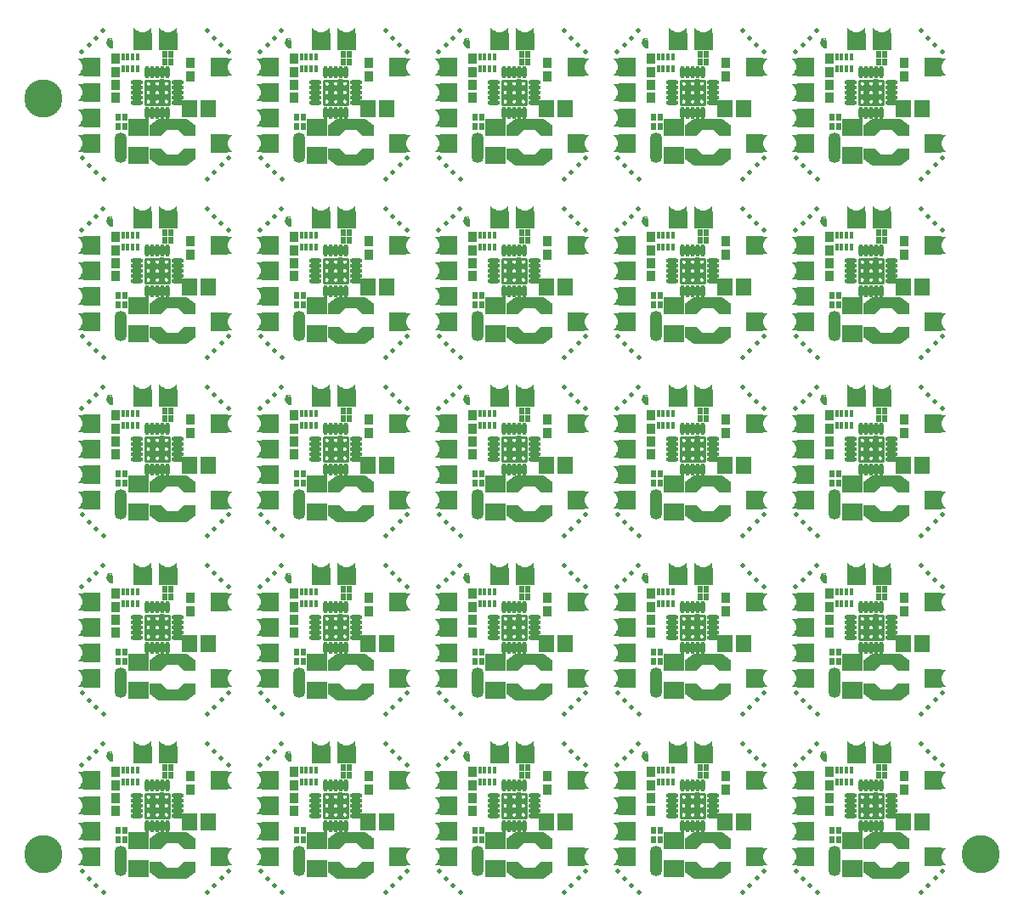
<source format=gbr>
G04 DipTrace 3.0.0.2*
G04 TopMask.gbr*
%MOIN*%
G04 #@! TF.FileFunction,Soldermask,Top*
G04 #@! TF.Part,Single*
%AMOUTLINE7*
4,1,11,
0.044462,-0.03248,
0.021036,-0.009646,
-0.021036,-0.009646,
-0.044462,-0.03248,
-0.088386,-0.03248,
-0.088386,0.008885,
-0.05621,0.03248,
0.022736,0.03248,
0.05621,0.03248,
0.088386,0.008885,
0.088386,-0.03248,
0.044462,-0.03248,
0*%
%AMOUTLINE10*
4,1,11,
-0.044462,0.03248,
-0.021036,0.009646,
0.021036,0.009646,
0.044462,0.03248,
0.088386,0.03248,
0.088386,-0.008885,
0.05621,-0.03248,
-0.022736,-0.03248,
-0.05621,-0.03248,
-0.088386,-0.008885,
-0.088386,0.03248,
-0.044462,0.03248,
0*%
%AMOUTLINE12*
4,1,35,
0.01245,-0.021726,
0.00495,-0.020573,
-0.00085,-0.018223,
-0.00455,-0.015223,
-0.00755,-0.012223,
-0.01005,-0.007793,
-0.01105,-0.005223,
-0.01185,-0.001474,
-0.012249,0.000526,
-0.01245,0.003777,
-0.01155,0.006327,
-0.01005,0.007827,
-0.00905,0.008827,
-0.00855,0.011344,
-0.008749,0.012344,
-0.009337,0.014344,
-0.01055,0.015425,
-0.007337,0.019327,
-0.004337,0.017344,
-0.003636,0.017344,
-0.002219,0.020827,
-0.00005,0.021327,
0.00395,0.021726,
-0.000249,0.011777,
-0.000249,0.010526,
0.00005,0.008827,
0.00095,0.008425,
0.00295,0.009226,
0.00545,0.013777,
0.00824,0.020526,
0.01024,0.019526,
0.012379,0.017026,
0.00945,0.009526,
0.01095,0.009777,
0.01245,0.009777,
0.01245,-0.021726,
0*%
%ADD10C,0.009843*%
%ADD27O,0.04843X0.046649*%
%ADD36C,0.0065*%
%ADD47C,0.15*%
%ADD50C,0.019685*%
%ADD61O,0.018898X0.047244*%
%ADD63O,0.047244X0.018898*%
%ADD65R,0.023622X0.027559*%
%ADD67R,0.035433X0.043307*%
%ADD69R,0.070866X0.074803*%
%ADD71R,0.074803X0.070866*%
%ADD75R,0.019685X0.025591*%
%ADD77R,0.017717X0.031496*%
%ADD79R,0.07874X0.070866*%
%ADD81R,0.059055X0.066929*%
%ADD95OUTLINE7*%
%ADD98OUTLINE10*%
%ADD100OUTLINE12*%
%FSLAX26Y26*%
G04*
G70*
G90*
G75*
G01*
G04 TopMask*
%LPD*%
D81*
X1024948Y876909D3*
X1099751D3*
D79*
X824802Y692139D3*
Y802375D3*
D77*
X822879Y1078265D3*
X803194D3*
X783509D3*
X763824D3*
Y1032990D3*
X783509D3*
X803194D3*
X822879D3*
D75*
X953056Y1090094D3*
X927860D3*
Y1060567D3*
X953056D3*
D27*
X755247Y760927D3*
G36*
X731627Y762500D2*
X778866D1*
Y684751D1*
X731627D1*
Y762500D1*
G37*
D27*
X755247Y685344D3*
G36*
X874013Y1194618D2*
Y1165486D1*
X806955Y1165359D1*
Y1194618D1*
X813389Y1187070D1*
X820545Y1182057D1*
X828473Y1178220D1*
X832673Y1177056D1*
X838720Y1176249D1*
X842517D1*
X848278Y1177056D1*
X852629Y1178220D1*
X860557Y1182057D1*
X867545Y1186678D1*
X874013Y1194618D1*
G37*
G36*
X974010D2*
Y1165486D1*
X906953Y1165359D1*
Y1194618D1*
X913387Y1187070D1*
X920560Y1182057D1*
X928471Y1178220D1*
X932671Y1177056D1*
X938718Y1176249D1*
X942514D1*
X948276Y1177056D1*
X952627Y1178220D1*
X960555Y1182057D1*
X967543Y1186678D1*
X974010Y1194618D1*
G37*
D71*
X840551Y1140551D3*
X940551D3*
G36*
X586485Y774013D2*
X615616D1*
X615743Y706955D1*
X586485D1*
X594033Y713389D1*
X599045Y720545D1*
X602883Y728473D1*
X604047Y732673D1*
X604853Y738720D1*
Y742517D1*
X604047Y748278D1*
X602883Y752629D1*
X599045Y760557D1*
X594424Y767545D1*
X586485Y774013D1*
G37*
G36*
Y874010D2*
X615616D1*
X615743Y806953D1*
X586485D1*
X594033Y813387D1*
X599045Y820560D1*
X602883Y828471D1*
X604047Y832671D1*
X604853Y838718D1*
Y842514D1*
X604047Y848276D1*
X602883Y852627D1*
X599045Y860555D1*
X594424Y867543D1*
X586485Y874010D1*
G37*
D69*
X640551Y740551D3*
Y840551D3*
G36*
X586485Y1007090D2*
X615616D1*
X615743Y1074147D1*
X586485D1*
X594033Y1067713D1*
X599045Y1060557D1*
X602883Y1052629D1*
X604047Y1048429D1*
X604853Y1042382D1*
Y1038586D1*
X604047Y1032824D1*
X602883Y1028473D1*
X599045Y1020545D1*
X594424Y1013557D1*
X586485Y1007090D1*
G37*
G36*
Y907092D2*
X615616D1*
X615743Y974149D1*
X586485D1*
X594033Y967715D1*
X599045Y960543D1*
X602883Y952631D1*
X604047Y948431D1*
X604853Y942384D1*
Y938588D1*
X604047Y932826D1*
X602883Y928476D1*
X599045Y920547D1*
X594424Y913559D1*
X586485Y907092D1*
G37*
D69*
X640551Y1040551D3*
Y940551D3*
G36*
X1194618Y1074017D2*
X1165486D1*
X1165359Y1006955D1*
X1194618D1*
X1187070Y1013386D1*
X1182057Y1020551D1*
X1178220Y1028478D1*
X1177056Y1032679D1*
X1176249Y1038715D1*
Y1042522D1*
X1177056Y1048280D1*
X1178220Y1052624D1*
X1182057Y1060550D1*
X1186678Y1067552D1*
X1194618Y1074017D1*
G37*
D69*
X1140551Y1040551D3*
G36*
X1194618Y774017D2*
X1165486D1*
X1165359Y706955D1*
X1194618D1*
X1187070Y713386D1*
X1182057Y720551D1*
X1178220Y728478D1*
X1177056Y732679D1*
X1176249Y738715D1*
Y742522D1*
X1177056Y748280D1*
X1178220Y752624D1*
X1182057Y760550D1*
X1186678Y767552D1*
X1194618Y774017D1*
G37*
D69*
X1140551Y740551D3*
D95*
X959785Y803646D3*
D98*
Y687504D3*
D67*
X736404Y969623D3*
Y918442D3*
X735298Y1071600D3*
Y1020419D3*
X1030173Y1004157D3*
Y1055339D3*
D65*
X744613Y804866D3*
X772172D3*
Y844236D3*
X744613D3*
X888727Y975291D2*
D36*
X888752Y976058D1*
X888829Y976822D1*
X888956Y977578D1*
X889134Y978323D1*
X889360Y979054D1*
X889635Y979766D1*
X889956Y980456D1*
X890323Y981121D1*
X890733Y981758D1*
X891184Y982363D1*
X891674Y982934D1*
X892202Y983467D1*
X892763Y983961D1*
X893356Y984413D1*
X893978Y984820D1*
X894625Y985180D1*
X895295Y985492D1*
X895984Y985755D1*
X896689Y985967D1*
X897406Y986127D1*
X898132Y986233D1*
X898863Y986287D1*
X899596D1*
X900328Y986233D1*
X901053Y986127D1*
X901771Y985967D1*
X902475Y985755D1*
X903164Y985492D1*
X903834Y985180D1*
X904481Y984820D1*
X905103Y984413D1*
X905696Y983961D1*
X906258Y983467D1*
X906785Y982934D1*
X907275Y982363D1*
X907727Y981758D1*
X908137Y981121D1*
X908503Y980456D1*
X908825Y979766D1*
X909099Y979054D1*
X909326Y978323D1*
X909503Y977578D1*
X909630Y976822D1*
X909707Y976058D1*
X909733Y975291D1*
X909707Y974523D1*
X909630Y973759D1*
X909503Y973003D1*
X909326Y972258D1*
X909099Y971527D1*
X908825Y970815D1*
X908503Y970125D1*
X908137Y969460D1*
X907727Y968823D1*
X907275Y968218D1*
X906785Y967647D1*
X906258Y967114D1*
X905696Y966620D1*
X905103Y966169D1*
X904481Y965762D1*
X903834Y965401D1*
X903164Y965089D1*
X902475Y964826D1*
X901771Y964614D1*
X901053Y964455D1*
X900328Y964348D1*
X899596Y964294D1*
X898863D1*
X898132Y964348D1*
X897406Y964455D1*
X896689Y964614D1*
X895984Y964826D1*
X895295Y965089D1*
X894625Y965401D1*
X893978Y965762D1*
X893356Y966169D1*
X892763Y966620D1*
X892202Y967114D1*
X891674Y967647D1*
X891184Y968218D1*
X890733Y968823D1*
X890323Y969460D1*
X889956Y970125D1*
X889635Y970815D1*
X889360Y971527D1*
X889134Y972258D1*
X888956Y973003D1*
X888829Y973759D1*
X888752Y974523D1*
X888727Y975291D1*
X924300D2*
X924326Y976058D1*
X924402Y976822D1*
X924529Y977578D1*
X924706Y978323D1*
X924933Y979054D1*
X925207Y979766D1*
X925528Y980456D1*
X925894Y981121D1*
X926304Y981758D1*
X926755Y982363D1*
X927245Y982934D1*
X927772Y983467D1*
X928333Y983961D1*
X928925Y984413D1*
X929546Y984820D1*
X930193Y985180D1*
X930862Y985492D1*
X931550Y985755D1*
X932254Y985967D1*
X932970Y986127D1*
X933696Y986233D1*
X934426Y986287D1*
X935158D1*
X935889Y986233D1*
X936614Y986127D1*
X937331Y985967D1*
X938035Y985755D1*
X938723Y985492D1*
X939392Y985180D1*
X940038Y984820D1*
X940660Y984413D1*
X941252Y983961D1*
X941813Y983467D1*
X942340Y982934D1*
X942830Y982363D1*
X943281Y981758D1*
X943690Y981121D1*
X944056Y980456D1*
X944378Y979766D1*
X944652Y979054D1*
X944878Y978323D1*
X945055Y977578D1*
X945183Y976822D1*
X945259Y976058D1*
X945285Y975291D1*
X945259Y974523D1*
X945183Y973759D1*
X945055Y973003D1*
X944878Y972258D1*
X944652Y971527D1*
X944378Y970815D1*
X944056Y970125D1*
X943690Y969460D1*
X943281Y968823D1*
X942830Y968218D1*
X942340Y967647D1*
X941813Y967114D1*
X941252Y966620D1*
X940660Y966169D1*
X940038Y965762D1*
X939392Y965401D1*
X938723Y965089D1*
X938035Y964826D1*
X937331Y964614D1*
X936614Y964455D1*
X935889Y964348D1*
X935158Y964294D1*
X934426D1*
X933696Y964348D1*
X932970Y964455D1*
X932254Y964614D1*
X931550Y964826D1*
X930862Y965089D1*
X930193Y965401D1*
X929546Y965762D1*
X928925Y966169D1*
X928333Y966620D1*
X927772Y967114D1*
X927245Y967647D1*
X926755Y968218D1*
X926304Y968823D1*
X925894Y969460D1*
X925528Y970125D1*
X925207Y970815D1*
X924933Y971527D1*
X924706Y972258D1*
X924529Y973003D1*
X924402Y973759D1*
X924326Y974523D1*
X924300Y975291D1*
X853046Y939992D2*
X853072Y940760D1*
X853148Y941523D1*
X853276Y942280D1*
X853453Y943025D1*
X853679Y943755D1*
X853953Y944468D1*
X854274Y945158D1*
X854641Y945823D1*
X855050Y946460D1*
X855501Y947065D1*
X855991Y947636D1*
X856518Y948169D1*
X857079Y948663D1*
X857671Y949114D1*
X858292Y949521D1*
X858939Y949882D1*
X859608Y950194D1*
X860296Y950457D1*
X861000Y950668D1*
X861717Y950828D1*
X862442Y950935D1*
X863172Y950989D1*
X863905D1*
X864635Y950935D1*
X865361Y950828D1*
X866077Y950668D1*
X866781Y950457D1*
X867469Y950194D1*
X868138Y949882D1*
X868785Y949521D1*
X869406Y949114D1*
X869998Y948663D1*
X870559Y948169D1*
X871086Y947636D1*
X871576Y947065D1*
X872027Y946460D1*
X872437Y945823D1*
X872803Y945158D1*
X873124Y944468D1*
X873398Y943755D1*
X873625Y943025D1*
X873802Y942280D1*
X873929Y941523D1*
X874005Y940760D1*
X874031Y939992D1*
X874005Y939225D1*
X873929Y938461D1*
X873802Y937704D1*
X873625Y936959D1*
X873398Y936229D1*
X873124Y935517D1*
X872803Y934826D1*
X872437Y934161D1*
X872027Y933525D1*
X871576Y932919D1*
X871086Y932349D1*
X870559Y931815D1*
X869998Y931322D1*
X869406Y930870D1*
X868785Y930463D1*
X868138Y930103D1*
X867469Y929790D1*
X866781Y929528D1*
X866077Y929316D1*
X865361Y929156D1*
X864635Y929049D1*
X863905Y928996D1*
X863172D1*
X862442Y929049D1*
X861717Y929156D1*
X861000Y929316D1*
X860296Y929528D1*
X859608Y929790D1*
X858939Y930103D1*
X858292Y930463D1*
X857671Y930870D1*
X857079Y931322D1*
X856518Y931815D1*
X855991Y932349D1*
X855501Y932919D1*
X855050Y933525D1*
X854641Y934161D1*
X854274Y934826D1*
X853953Y935517D1*
X853679Y936229D1*
X853453Y936959D1*
X853276Y937704D1*
X853148Y938461D1*
X853072Y939225D1*
X853046Y939992D1*
X888470Y939862D2*
X888496Y940628D1*
X888572Y941392D1*
X888699Y942147D1*
X888876Y942892D1*
X889103Y943621D1*
X889377Y944333D1*
X889698Y945023D1*
X890064Y945687D1*
X890474Y946323D1*
X890925Y946928D1*
X891415Y947498D1*
X891942Y948031D1*
X892503Y948524D1*
X893095Y948975D1*
X893716Y949382D1*
X894363Y949742D1*
X895032Y950054D1*
X895720Y950317D1*
X896424Y950528D1*
X897140Y950688D1*
X897866Y950795D1*
X898596Y950848D1*
X899328D1*
X900059Y950795D1*
X900784Y950688D1*
X901501Y950528D1*
X902205Y950317D1*
X902893Y950054D1*
X903562Y949742D1*
X904208Y949382D1*
X904830Y948975D1*
X905422Y948524D1*
X905983Y948031D1*
X906510Y947498D1*
X907000Y946928D1*
X907451Y946323D1*
X907860Y945687D1*
X908226Y945023D1*
X908547Y944333D1*
X908822Y943621D1*
X909048Y942892D1*
X909225Y942147D1*
X909352Y941392D1*
X909429Y940628D1*
X909455Y939862D1*
X909429Y939095D1*
X909352Y938332D1*
X909225Y937576D1*
X909048Y936832D1*
X908822Y936102D1*
X908547Y935390D1*
X908226Y934701D1*
X907860Y934036D1*
X907451Y933400D1*
X907000Y932795D1*
X906510Y932225D1*
X905983Y931692D1*
X905422Y931199D1*
X904830Y930748D1*
X904208Y930341D1*
X903562Y929981D1*
X902893Y929669D1*
X902205Y929407D1*
X901501Y929195D1*
X900784Y929036D1*
X900059Y928929D1*
X899328Y928875D1*
X898596D1*
X897866Y928929D1*
X897140Y929036D1*
X896424Y929195D1*
X895720Y929407D1*
X895032Y929669D1*
X894363Y929981D1*
X893716Y930341D1*
X893095Y930748D1*
X892503Y931199D1*
X891942Y931692D1*
X891415Y932225D1*
X890925Y932795D1*
X890474Y933400D1*
X890064Y934036D1*
X889698Y934701D1*
X889377Y935390D1*
X889103Y936102D1*
X888876Y936832D1*
X888699Y937576D1*
X888572Y938332D1*
X888496Y939095D1*
X888470Y939862D1*
X888876D2*
X888902Y940628D1*
X888978Y941392D1*
X889106Y942147D1*
X889283Y942892D1*
X889509Y943621D1*
X889783Y944333D1*
X890105Y945023D1*
X890471Y945687D1*
X890880Y946323D1*
X891331Y946928D1*
X891821Y947498D1*
X892348Y948031D1*
X892909Y948524D1*
X893501Y948975D1*
X894123Y949382D1*
X894769Y949742D1*
X895438Y950054D1*
X896126Y950317D1*
X896830Y950528D1*
X897547Y950688D1*
X898272Y950795D1*
X899003Y950848D1*
X899735D1*
X900465Y950795D1*
X901191Y950688D1*
X901907Y950528D1*
X902611Y950317D1*
X903299Y950054D1*
X903968Y949742D1*
X904615Y949382D1*
X905236Y948975D1*
X905828Y948524D1*
X906389Y948031D1*
X906916Y947498D1*
X907406Y946928D1*
X907857Y946323D1*
X908267Y945687D1*
X908633Y945023D1*
X908954Y944333D1*
X909228Y943621D1*
X909455Y942892D1*
X909632Y942147D1*
X909759Y941392D1*
X909835Y940628D1*
X909861Y939862D1*
X909835Y939095D1*
X909759Y938332D1*
X909632Y937576D1*
X909455Y936832D1*
X909228Y936102D1*
X908954Y935390D1*
X908633Y934701D1*
X908267Y934036D1*
X907857Y933400D1*
X907406Y932795D1*
X906916Y932225D1*
X906389Y931692D1*
X905828Y931199D1*
X905236Y930748D1*
X904615Y930341D1*
X903968Y929981D1*
X903299Y929669D1*
X902611Y929407D1*
X901907Y929195D1*
X901191Y929036D1*
X900465Y928929D1*
X899735Y928875D1*
X899003D1*
X898272Y928929D1*
X897547Y929036D1*
X896830Y929195D1*
X896126Y929407D1*
X895438Y929669D1*
X894769Y929981D1*
X894123Y930341D1*
X893501Y930748D1*
X892909Y931199D1*
X892348Y931692D1*
X891821Y932225D1*
X891331Y932795D1*
X890880Y933400D1*
X890471Y934036D1*
X890105Y934701D1*
X889783Y935390D1*
X889509Y936102D1*
X889283Y936832D1*
X889106Y937576D1*
X888978Y938332D1*
X888902Y939095D1*
X888876Y939862D1*
X924150Y940123D2*
X924176Y940889D1*
X924252Y941653D1*
X924380Y942408D1*
X924557Y943153D1*
X924784Y943883D1*
X925058Y944594D1*
X925380Y945284D1*
X925746Y945948D1*
X926156Y946584D1*
X926608Y947189D1*
X927098Y947759D1*
X927625Y948292D1*
X928187Y948785D1*
X928780Y949236D1*
X929402Y949643D1*
X930049Y950003D1*
X930719Y950315D1*
X931408Y950578D1*
X932112Y950789D1*
X932829Y950949D1*
X933555Y951056D1*
X934287Y951109D1*
X935020D1*
X935751Y951056D1*
X936477Y950949D1*
X937194Y950789D1*
X937899Y950578D1*
X938588Y950315D1*
X939258Y950003D1*
X939905Y949643D1*
X940526Y949236D1*
X941120Y948785D1*
X941681Y948292D1*
X942209Y947759D1*
X942699Y947189D1*
X943150Y946584D1*
X943560Y945948D1*
X943927Y945284D1*
X944248Y944594D1*
X944523Y943883D1*
X944749Y943153D1*
X944927Y942408D1*
X945054Y941653D1*
X945131Y940889D1*
X945156Y940123D1*
X945131Y939356D1*
X945054Y938593D1*
X944927Y937837D1*
X944749Y937093D1*
X944523Y936363D1*
X944248Y935651D1*
X943927Y934962D1*
X943560Y934297D1*
X943150Y933661D1*
X942699Y933056D1*
X942209Y932486D1*
X941681Y931953D1*
X941120Y931460D1*
X940526Y931009D1*
X939905Y930602D1*
X939258Y930242D1*
X938588Y929930D1*
X937899Y929668D1*
X937194Y929456D1*
X936477Y929297D1*
X935751Y929190D1*
X935020Y929136D1*
X934287D1*
X933555Y929190D1*
X932829Y929297D1*
X932112Y929456D1*
X931408Y929668D1*
X930719Y929930D1*
X930049Y930242D1*
X929402Y930602D1*
X928780Y931009D1*
X928187Y931460D1*
X927625Y931953D1*
X927098Y932486D1*
X926608Y933056D1*
X926156Y933661D1*
X925746Y934297D1*
X925380Y934962D1*
X925058Y935651D1*
X924784Y936363D1*
X924557Y937093D1*
X924380Y937837D1*
X924252Y938593D1*
X924176Y939356D1*
X924150Y940123D1*
X888598Y904423D2*
X888624Y905189D1*
X888700Y905953D1*
X888828Y906708D1*
X889005Y907453D1*
X889231Y908183D1*
X889505Y908894D1*
X889826Y909584D1*
X890193Y910248D1*
X890602Y910884D1*
X891053Y911489D1*
X891543Y912059D1*
X892070Y912592D1*
X892631Y913085D1*
X893223Y913536D1*
X893844Y913943D1*
X894491Y914303D1*
X895160Y914615D1*
X895848Y914878D1*
X896552Y915089D1*
X897269Y915249D1*
X897994Y915356D1*
X898724Y915409D1*
X899457D1*
X900187Y915356D1*
X900913Y915249D1*
X901629Y915089D1*
X902333Y914878D1*
X903021Y914615D1*
X903690Y914303D1*
X904337Y913943D1*
X904958Y913536D1*
X905550Y913085D1*
X906111Y912592D1*
X906638Y912059D1*
X907128Y911489D1*
X907579Y910884D1*
X907989Y910248D1*
X908355Y909584D1*
X908676Y908894D1*
X908950Y908183D1*
X909176Y907453D1*
X909354Y906708D1*
X909481Y905953D1*
X909557Y905189D1*
X909583Y904423D1*
X909557Y903656D1*
X909481Y902893D1*
X909354Y902137D1*
X909176Y901393D1*
X908950Y900663D1*
X908676Y899951D1*
X908355Y899262D1*
X907989Y898597D1*
X907579Y897961D1*
X907128Y897356D1*
X906638Y896786D1*
X906111Y896253D1*
X905550Y895760D1*
X904958Y895309D1*
X904337Y894902D1*
X903690Y894542D1*
X903021Y894230D1*
X902333Y893968D1*
X901629Y893756D1*
X900913Y893597D1*
X900187Y893490D1*
X899457Y893436D1*
X898724D1*
X897994Y893490D1*
X897269Y893597D1*
X896552Y893756D1*
X895848Y893968D1*
X895160Y894230D1*
X894491Y894542D1*
X893844Y894902D1*
X893223Y895309D1*
X892631Y895760D1*
X892070Y896253D1*
X891543Y896786D1*
X891053Y897356D1*
X890602Y897961D1*
X890193Y898597D1*
X889826Y899262D1*
X889505Y899951D1*
X889231Y900663D1*
X889005Y901393D1*
X888828Y902137D1*
X888700Y902893D1*
X888624Y903656D1*
X888598Y904423D1*
X853303D2*
X853329Y905189D1*
X853405Y905953D1*
X853532Y906708D1*
X853709Y907453D1*
X853936Y908183D1*
X854210Y908894D1*
X854531Y909584D1*
X854897Y910248D1*
X855307Y910884D1*
X855758Y911489D1*
X856248Y912059D1*
X856775Y912592D1*
X857336Y913085D1*
X857928Y913536D1*
X858549Y913943D1*
X859196Y914303D1*
X859865Y914615D1*
X860553Y914878D1*
X861257Y915089D1*
X861973Y915249D1*
X862699Y915356D1*
X863429Y915409D1*
X864162D1*
X864892Y915356D1*
X865617Y915249D1*
X866334Y915089D1*
X867038Y914878D1*
X867726Y914615D1*
X868395Y914303D1*
X869042Y913943D1*
X869663Y913536D1*
X870255Y913085D1*
X870816Y912592D1*
X871343Y912059D1*
X871833Y911489D1*
X872284Y910884D1*
X872693Y910248D1*
X873060Y909584D1*
X873381Y908894D1*
X873655Y908183D1*
X873881Y907453D1*
X874058Y906708D1*
X874186Y905953D1*
X874262Y905189D1*
X874288Y904423D1*
X874262Y903656D1*
X874186Y902893D1*
X874058Y902137D1*
X873881Y901393D1*
X873655Y900663D1*
X873381Y899951D1*
X873060Y899262D1*
X872693Y898597D1*
X872284Y897961D1*
X871833Y897356D1*
X871343Y896786D1*
X870816Y896253D1*
X870255Y895760D1*
X869663Y895309D1*
X869042Y894902D1*
X868395Y894542D1*
X867726Y894230D1*
X867038Y893968D1*
X866334Y893756D1*
X865617Y893597D1*
X864892Y893490D1*
X864162Y893436D1*
X863429D1*
X862699Y893490D1*
X861973Y893597D1*
X861257Y893756D1*
X860553Y893968D1*
X859865Y894230D1*
X859196Y894542D1*
X858549Y894902D1*
X857928Y895309D1*
X857336Y895760D1*
X856775Y896253D1*
X856248Y896786D1*
X855758Y897356D1*
X855307Y897961D1*
X854897Y898597D1*
X854531Y899262D1*
X854210Y899951D1*
X853936Y900663D1*
X853709Y901393D1*
X853532Y902137D1*
X853405Y902893D1*
X853329Y903656D1*
X853303Y904423D1*
X924300D2*
X924326Y905189D1*
X924402Y905953D1*
X924529Y906708D1*
X924706Y907453D1*
X924933Y908183D1*
X925207Y908894D1*
X925528Y909584D1*
X925894Y910248D1*
X926304Y910884D1*
X926755Y911489D1*
X927245Y912059D1*
X927772Y912592D1*
X928333Y913085D1*
X928925Y913536D1*
X929546Y913943D1*
X930193Y914303D1*
X930862Y914615D1*
X931550Y914878D1*
X932254Y915089D1*
X932970Y915249D1*
X933696Y915356D1*
X934426Y915409D1*
X935158D1*
X935889Y915356D1*
X936614Y915249D1*
X937331Y915089D1*
X938035Y914878D1*
X938723Y914615D1*
X939392Y914303D1*
X940038Y913943D1*
X940660Y913536D1*
X941252Y913085D1*
X941813Y912592D1*
X942340Y912059D1*
X942830Y911489D1*
X943281Y910884D1*
X943690Y910248D1*
X944056Y909584D1*
X944378Y908894D1*
X944652Y908183D1*
X944878Y907453D1*
X945055Y906708D1*
X945183Y905953D1*
X945259Y905189D1*
X945285Y904423D1*
X945259Y903656D1*
X945183Y902893D1*
X945055Y902137D1*
X944878Y901393D1*
X944652Y900663D1*
X944378Y899951D1*
X944056Y899262D1*
X943690Y898597D1*
X943281Y897961D1*
X942830Y897356D1*
X942340Y896786D1*
X941813Y896253D1*
X941252Y895760D1*
X940660Y895309D1*
X940038Y894902D1*
X939392Y894542D1*
X938723Y894230D1*
X938035Y893968D1*
X937331Y893756D1*
X936614Y893597D1*
X935889Y893490D1*
X935158Y893436D1*
X934426D1*
X933696Y893490D1*
X932970Y893597D1*
X932254Y893756D1*
X931550Y893968D1*
X930862Y894230D1*
X930193Y894542D1*
X929546Y894902D1*
X928925Y895309D1*
X928333Y895760D1*
X927772Y896253D1*
X927245Y896786D1*
X926755Y897356D1*
X926304Y897961D1*
X925894Y898597D1*
X925528Y899262D1*
X925207Y899951D1*
X924933Y900663D1*
X924706Y901393D1*
X924529Y902137D1*
X924402Y902893D1*
X924326Y903656D1*
X924300Y904423D1*
X852127Y987498D2*
D10*
X946632D1*
Y892747D1*
X852127D1*
Y987498D1*
G36*
X873133D2*
X892042D1*
Y893670D1*
X873133D1*
Y987498D1*
G37*
G36*
X851207Y932121D2*
X948729D1*
Y913749D1*
X851207D1*
Y932121D1*
G37*
G36*
X851870Y965974D2*
X944771D1*
Y947602D1*
X851870D1*
Y965974D1*
G37*
G36*
X908171Y991173D2*
X926803D1*
Y893931D1*
X908171D1*
Y991173D1*
G37*
X854351Y974769D2*
D36*
X854377Y975536D1*
X854453Y976300D1*
X854580Y977056D1*
X854758Y977801D1*
X854984Y978532D1*
X855258Y979244D1*
X855579Y979934D1*
X855946Y980599D1*
X856355Y981236D1*
X856806Y981841D1*
X857296Y982412D1*
X857823Y982945D1*
X858384Y983439D1*
X858976Y983891D1*
X859597Y984298D1*
X860244Y984658D1*
X860913Y984970D1*
X861601Y985233D1*
X862305Y985445D1*
X863022Y985604D1*
X863747Y985711D1*
X864477Y985765D1*
X865210D1*
X865940Y985711D1*
X866665Y985604D1*
X867382Y985445D1*
X868086Y985233D1*
X868774Y984970D1*
X869443Y984658D1*
X870090Y984298D1*
X870711Y983891D1*
X871303Y983439D1*
X871864Y982945D1*
X872391Y982412D1*
X872881Y981841D1*
X873332Y981236D1*
X873741Y980599D1*
X874108Y979934D1*
X874429Y979244D1*
X874703Y978532D1*
X874929Y977801D1*
X875107Y977056D1*
X875234Y976300D1*
X875310Y975536D1*
X875336Y974769D1*
X875310Y974001D1*
X875234Y973237D1*
X875107Y972481D1*
X874929Y971736D1*
X874703Y971005D1*
X874429Y970293D1*
X874108Y969603D1*
X873741Y968938D1*
X873332Y968301D1*
X872881Y967696D1*
X872391Y967125D1*
X871864Y966592D1*
X871303Y966098D1*
X870711Y965646D1*
X870090Y965239D1*
X869443Y964879D1*
X868774Y964567D1*
X868086Y964304D1*
X867382Y964092D1*
X866665Y963933D1*
X865940Y963826D1*
X865210Y963772D1*
X864477D1*
X863747Y963826D1*
X863022Y963933D1*
X862305Y964092D1*
X861601Y964304D1*
X860913Y964567D1*
X860244Y964879D1*
X859597Y965239D1*
X858976Y965646D1*
X858384Y966098D1*
X857823Y966592D1*
X857296Y967125D1*
X856806Y967696D1*
X856355Y968301D1*
X855946Y968938D1*
X855579Y969603D1*
X855258Y970293D1*
X854984Y971005D1*
X854758Y971736D1*
X854580Y972481D1*
X854453Y973237D1*
X854377Y974001D1*
X854351Y974769D1*
D63*
X818665Y979362D3*
Y959677D3*
Y939992D3*
Y920307D3*
Y900622D3*
D61*
X860004Y859283D3*
X879689D3*
X899374D3*
X919059D3*
X938744D3*
D63*
X980083Y900622D3*
Y920307D3*
Y939992D3*
Y959677D3*
Y979362D3*
D61*
X938744Y1020701D3*
X919059D3*
X899374D3*
X879689D3*
X860004D3*
D100*
X713440Y1132957D3*
D50*
X1093916Y1182547D3*
X1121592Y1154062D3*
X1149818Y1126644D3*
X1178067Y1099251D3*
X603545Y1097888D3*
X632030Y1125564D3*
X659448Y1153790D3*
X686840Y1182039D3*
X603965Y681660D3*
X631640Y653175D3*
X659866Y625757D3*
X688115Y598365D3*
X1095009Y599478D3*
X1123495Y627154D3*
X1150912Y655379D3*
X1178304Y683629D3*
D47*
X452816Y748144D3*
X4128407D3*
X452816Y3715073D3*
D81*
X1724948Y876909D3*
X1799751D3*
D79*
X1524802Y692139D3*
Y802375D3*
D77*
X1522879Y1078265D3*
X1503194D3*
X1483509D3*
X1463824D3*
Y1032990D3*
X1483509D3*
X1503194D3*
X1522879D3*
D75*
X1653056Y1090094D3*
X1627860D3*
Y1060567D3*
X1653056D3*
D27*
X1455247Y760927D3*
G36*
X1431627Y762500D2*
X1478866D1*
Y684751D1*
X1431627D1*
Y762500D1*
G37*
D27*
X1455247Y685344D3*
G36*
X1574013Y1194618D2*
Y1165486D1*
X1506955Y1165359D1*
Y1194618D1*
X1513389Y1187070D1*
X1520545Y1182057D1*
X1528473Y1178220D1*
X1532673Y1177056D1*
X1538720Y1176249D1*
X1542517D1*
X1548278Y1177056D1*
X1552629Y1178220D1*
X1560557Y1182057D1*
X1567545Y1186678D1*
X1574013Y1194618D1*
G37*
G36*
X1674010D2*
Y1165486D1*
X1606953Y1165359D1*
Y1194618D1*
X1613387Y1187070D1*
X1620560Y1182057D1*
X1628471Y1178220D1*
X1632671Y1177056D1*
X1638718Y1176249D1*
X1642514D1*
X1648276Y1177056D1*
X1652627Y1178220D1*
X1660555Y1182057D1*
X1667543Y1186678D1*
X1674010Y1194618D1*
G37*
D71*
X1540551Y1140551D3*
X1640551D3*
G36*
X1286485Y774013D2*
X1315616D1*
X1315743Y706955D1*
X1286485D1*
X1294033Y713389D1*
X1299045Y720545D1*
X1302883Y728473D1*
X1304047Y732673D1*
X1304853Y738720D1*
Y742517D1*
X1304047Y748278D1*
X1302883Y752629D1*
X1299045Y760557D1*
X1294424Y767545D1*
X1286485Y774013D1*
G37*
G36*
Y874010D2*
X1315616D1*
X1315743Y806953D1*
X1286485D1*
X1294033Y813387D1*
X1299045Y820560D1*
X1302883Y828471D1*
X1304047Y832671D1*
X1304853Y838718D1*
Y842514D1*
X1304047Y848276D1*
X1302883Y852627D1*
X1299045Y860555D1*
X1294424Y867543D1*
X1286485Y874010D1*
G37*
D69*
X1340551Y740551D3*
Y840551D3*
G36*
X1286485Y1007090D2*
X1315616D1*
X1315743Y1074147D1*
X1286485D1*
X1294033Y1067713D1*
X1299045Y1060557D1*
X1302883Y1052629D1*
X1304047Y1048429D1*
X1304853Y1042382D1*
Y1038586D1*
X1304047Y1032824D1*
X1302883Y1028473D1*
X1299045Y1020545D1*
X1294424Y1013557D1*
X1286485Y1007090D1*
G37*
G36*
Y907092D2*
X1315616D1*
X1315743Y974149D1*
X1286485D1*
X1294033Y967715D1*
X1299045Y960543D1*
X1302883Y952631D1*
X1304047Y948431D1*
X1304853Y942384D1*
Y938588D1*
X1304047Y932826D1*
X1302883Y928476D1*
X1299045Y920547D1*
X1294424Y913559D1*
X1286485Y907092D1*
G37*
D69*
X1340551Y1040551D3*
Y940551D3*
G36*
X1894618Y1074017D2*
X1865486D1*
X1865359Y1006955D1*
X1894618D1*
X1887070Y1013386D1*
X1882057Y1020551D1*
X1878220Y1028478D1*
X1877056Y1032679D1*
X1876249Y1038715D1*
Y1042522D1*
X1877056Y1048280D1*
X1878220Y1052624D1*
X1882057Y1060550D1*
X1886678Y1067552D1*
X1894618Y1074017D1*
G37*
D69*
X1840551Y1040551D3*
G36*
X1894618Y774017D2*
X1865486D1*
X1865359Y706955D1*
X1894618D1*
X1887070Y713386D1*
X1882057Y720551D1*
X1878220Y728478D1*
X1877056Y732679D1*
X1876249Y738715D1*
Y742522D1*
X1877056Y748280D1*
X1878220Y752624D1*
X1882057Y760550D1*
X1886678Y767552D1*
X1894618Y774017D1*
G37*
D69*
X1840551Y740551D3*
D95*
X1659785Y803646D3*
D98*
Y687504D3*
D67*
X1436404Y969623D3*
Y918442D3*
X1435298Y1071600D3*
Y1020419D3*
X1730173Y1004157D3*
Y1055339D3*
D65*
X1444613Y804866D3*
X1472172D3*
Y844236D3*
X1444613D3*
X1588727Y975291D2*
D36*
X1588752Y976058D1*
X1588829Y976822D1*
X1588956Y977578D1*
X1589134Y978323D1*
X1589360Y979054D1*
X1589635Y979766D1*
X1589956Y980456D1*
X1590323Y981121D1*
X1590733Y981758D1*
X1591184Y982363D1*
X1591674Y982934D1*
X1592202Y983467D1*
X1592763Y983961D1*
X1593356Y984413D1*
X1593978Y984820D1*
X1594625Y985180D1*
X1595295Y985492D1*
X1595984Y985755D1*
X1596689Y985967D1*
X1597406Y986127D1*
X1598132Y986233D1*
X1598863Y986287D1*
X1599596D1*
X1600328Y986233D1*
X1601053Y986127D1*
X1601771Y985967D1*
X1602475Y985755D1*
X1603164Y985492D1*
X1603834Y985180D1*
X1604481Y984820D1*
X1605103Y984413D1*
X1605696Y983961D1*
X1606258Y983467D1*
X1606785Y982934D1*
X1607275Y982363D1*
X1607727Y981758D1*
X1608137Y981121D1*
X1608503Y980456D1*
X1608825Y979766D1*
X1609099Y979054D1*
X1609326Y978323D1*
X1609503Y977578D1*
X1609630Y976822D1*
X1609707Y976058D1*
X1609733Y975291D1*
X1609707Y974523D1*
X1609630Y973759D1*
X1609503Y973003D1*
X1609326Y972258D1*
X1609099Y971527D1*
X1608825Y970815D1*
X1608503Y970125D1*
X1608137Y969460D1*
X1607727Y968823D1*
X1607275Y968218D1*
X1606785Y967647D1*
X1606258Y967114D1*
X1605696Y966620D1*
X1605103Y966169D1*
X1604481Y965762D1*
X1603834Y965401D1*
X1603164Y965089D1*
X1602475Y964826D1*
X1601771Y964614D1*
X1601053Y964455D1*
X1600328Y964348D1*
X1599596Y964294D1*
X1598863D1*
X1598132Y964348D1*
X1597406Y964455D1*
X1596689Y964614D1*
X1595984Y964826D1*
X1595295Y965089D1*
X1594625Y965401D1*
X1593978Y965762D1*
X1593356Y966169D1*
X1592763Y966620D1*
X1592202Y967114D1*
X1591674Y967647D1*
X1591184Y968218D1*
X1590733Y968823D1*
X1590323Y969460D1*
X1589956Y970125D1*
X1589635Y970815D1*
X1589360Y971527D1*
X1589134Y972258D1*
X1588956Y973003D1*
X1588829Y973759D1*
X1588752Y974523D1*
X1588727Y975291D1*
X1624300D2*
X1624326Y976058D1*
X1624402Y976822D1*
X1624529Y977578D1*
X1624706Y978323D1*
X1624933Y979054D1*
X1625207Y979766D1*
X1625528Y980456D1*
X1625894Y981121D1*
X1626304Y981758D1*
X1626755Y982363D1*
X1627245Y982934D1*
X1627772Y983467D1*
X1628333Y983961D1*
X1628925Y984413D1*
X1629546Y984820D1*
X1630193Y985180D1*
X1630862Y985492D1*
X1631550Y985755D1*
X1632254Y985967D1*
X1632970Y986127D1*
X1633696Y986233D1*
X1634426Y986287D1*
X1635158D1*
X1635889Y986233D1*
X1636614Y986127D1*
X1637331Y985967D1*
X1638035Y985755D1*
X1638723Y985492D1*
X1639392Y985180D1*
X1640038Y984820D1*
X1640660Y984413D1*
X1641252Y983961D1*
X1641813Y983467D1*
X1642340Y982934D1*
X1642830Y982363D1*
X1643281Y981758D1*
X1643690Y981121D1*
X1644056Y980456D1*
X1644378Y979766D1*
X1644652Y979054D1*
X1644878Y978323D1*
X1645055Y977578D1*
X1645183Y976822D1*
X1645259Y976058D1*
X1645285Y975291D1*
X1645259Y974523D1*
X1645183Y973759D1*
X1645055Y973003D1*
X1644878Y972258D1*
X1644652Y971527D1*
X1644378Y970815D1*
X1644056Y970125D1*
X1643690Y969460D1*
X1643281Y968823D1*
X1642830Y968218D1*
X1642340Y967647D1*
X1641813Y967114D1*
X1641252Y966620D1*
X1640660Y966169D1*
X1640038Y965762D1*
X1639392Y965401D1*
X1638723Y965089D1*
X1638035Y964826D1*
X1637331Y964614D1*
X1636614Y964455D1*
X1635889Y964348D1*
X1635158Y964294D1*
X1634426D1*
X1633696Y964348D1*
X1632970Y964455D1*
X1632254Y964614D1*
X1631550Y964826D1*
X1630862Y965089D1*
X1630193Y965401D1*
X1629546Y965762D1*
X1628925Y966169D1*
X1628333Y966620D1*
X1627772Y967114D1*
X1627245Y967647D1*
X1626755Y968218D1*
X1626304Y968823D1*
X1625894Y969460D1*
X1625528Y970125D1*
X1625207Y970815D1*
X1624933Y971527D1*
X1624706Y972258D1*
X1624529Y973003D1*
X1624402Y973759D1*
X1624326Y974523D1*
X1624300Y975291D1*
X1553046Y939992D2*
X1553072Y940760D1*
X1553148Y941523D1*
X1553276Y942280D1*
X1553453Y943025D1*
X1553679Y943755D1*
X1553953Y944468D1*
X1554274Y945158D1*
X1554641Y945823D1*
X1555050Y946460D1*
X1555501Y947065D1*
X1555991Y947636D1*
X1556518Y948169D1*
X1557079Y948663D1*
X1557671Y949114D1*
X1558292Y949521D1*
X1558939Y949882D1*
X1559608Y950194D1*
X1560296Y950457D1*
X1561000Y950668D1*
X1561717Y950828D1*
X1562442Y950935D1*
X1563172Y950989D1*
X1563905D1*
X1564635Y950935D1*
X1565361Y950828D1*
X1566077Y950668D1*
X1566781Y950457D1*
X1567469Y950194D1*
X1568138Y949882D1*
X1568785Y949521D1*
X1569406Y949114D1*
X1569998Y948663D1*
X1570559Y948169D1*
X1571086Y947636D1*
X1571576Y947065D1*
X1572027Y946460D1*
X1572437Y945823D1*
X1572803Y945158D1*
X1573124Y944468D1*
X1573398Y943755D1*
X1573625Y943025D1*
X1573802Y942280D1*
X1573929Y941523D1*
X1574005Y940760D1*
X1574031Y939992D1*
X1574005Y939225D1*
X1573929Y938461D1*
X1573802Y937704D1*
X1573625Y936959D1*
X1573398Y936229D1*
X1573124Y935517D1*
X1572803Y934826D1*
X1572437Y934161D1*
X1572027Y933525D1*
X1571576Y932919D1*
X1571086Y932349D1*
X1570559Y931815D1*
X1569998Y931322D1*
X1569406Y930870D1*
X1568785Y930463D1*
X1568138Y930103D1*
X1567469Y929790D1*
X1566781Y929528D1*
X1566077Y929316D1*
X1565361Y929156D1*
X1564635Y929049D1*
X1563905Y928996D1*
X1563172D1*
X1562442Y929049D1*
X1561717Y929156D1*
X1561000Y929316D1*
X1560296Y929528D1*
X1559608Y929790D1*
X1558939Y930103D1*
X1558292Y930463D1*
X1557671Y930870D1*
X1557079Y931322D1*
X1556518Y931815D1*
X1555991Y932349D1*
X1555501Y932919D1*
X1555050Y933525D1*
X1554641Y934161D1*
X1554274Y934826D1*
X1553953Y935517D1*
X1553679Y936229D1*
X1553453Y936959D1*
X1553276Y937704D1*
X1553148Y938461D1*
X1553072Y939225D1*
X1553046Y939992D1*
X1588470Y939862D2*
X1588496Y940628D1*
X1588572Y941392D1*
X1588699Y942147D1*
X1588876Y942892D1*
X1589103Y943621D1*
X1589377Y944333D1*
X1589698Y945023D1*
X1590064Y945687D1*
X1590474Y946323D1*
X1590925Y946928D1*
X1591415Y947498D1*
X1591942Y948031D1*
X1592503Y948524D1*
X1593095Y948975D1*
X1593716Y949382D1*
X1594363Y949742D1*
X1595032Y950054D1*
X1595720Y950317D1*
X1596424Y950528D1*
X1597140Y950688D1*
X1597866Y950795D1*
X1598596Y950848D1*
X1599328D1*
X1600059Y950795D1*
X1600784Y950688D1*
X1601501Y950528D1*
X1602205Y950317D1*
X1602893Y950054D1*
X1603562Y949742D1*
X1604208Y949382D1*
X1604830Y948975D1*
X1605422Y948524D1*
X1605983Y948031D1*
X1606510Y947498D1*
X1607000Y946928D1*
X1607451Y946323D1*
X1607860Y945687D1*
X1608226Y945023D1*
X1608547Y944333D1*
X1608822Y943621D1*
X1609048Y942892D1*
X1609225Y942147D1*
X1609352Y941392D1*
X1609429Y940628D1*
X1609455Y939862D1*
X1609429Y939095D1*
X1609352Y938332D1*
X1609225Y937576D1*
X1609048Y936832D1*
X1608822Y936102D1*
X1608547Y935390D1*
X1608226Y934701D1*
X1607860Y934036D1*
X1607451Y933400D1*
X1607000Y932795D1*
X1606510Y932225D1*
X1605983Y931692D1*
X1605422Y931199D1*
X1604830Y930748D1*
X1604208Y930341D1*
X1603562Y929981D1*
X1602893Y929669D1*
X1602205Y929407D1*
X1601501Y929195D1*
X1600784Y929036D1*
X1600059Y928929D1*
X1599328Y928875D1*
X1598596D1*
X1597866Y928929D1*
X1597140Y929036D1*
X1596424Y929195D1*
X1595720Y929407D1*
X1595032Y929669D1*
X1594363Y929981D1*
X1593716Y930341D1*
X1593095Y930748D1*
X1592503Y931199D1*
X1591942Y931692D1*
X1591415Y932225D1*
X1590925Y932795D1*
X1590474Y933400D1*
X1590064Y934036D1*
X1589698Y934701D1*
X1589377Y935390D1*
X1589103Y936102D1*
X1588876Y936832D1*
X1588699Y937576D1*
X1588572Y938332D1*
X1588496Y939095D1*
X1588470Y939862D1*
X1588876D2*
X1588902Y940628D1*
X1588978Y941392D1*
X1589106Y942147D1*
X1589283Y942892D1*
X1589509Y943621D1*
X1589783Y944333D1*
X1590105Y945023D1*
X1590471Y945687D1*
X1590880Y946323D1*
X1591331Y946928D1*
X1591821Y947498D1*
X1592348Y948031D1*
X1592909Y948524D1*
X1593501Y948975D1*
X1594123Y949382D1*
X1594769Y949742D1*
X1595438Y950054D1*
X1596126Y950317D1*
X1596830Y950528D1*
X1597547Y950688D1*
X1598272Y950795D1*
X1599003Y950848D1*
X1599735D1*
X1600465Y950795D1*
X1601191Y950688D1*
X1601907Y950528D1*
X1602611Y950317D1*
X1603299Y950054D1*
X1603968Y949742D1*
X1604615Y949382D1*
X1605236Y948975D1*
X1605828Y948524D1*
X1606389Y948031D1*
X1606916Y947498D1*
X1607406Y946928D1*
X1607857Y946323D1*
X1608267Y945687D1*
X1608633Y945023D1*
X1608954Y944333D1*
X1609228Y943621D1*
X1609455Y942892D1*
X1609632Y942147D1*
X1609759Y941392D1*
X1609835Y940628D1*
X1609861Y939862D1*
X1609835Y939095D1*
X1609759Y938332D1*
X1609632Y937576D1*
X1609455Y936832D1*
X1609228Y936102D1*
X1608954Y935390D1*
X1608633Y934701D1*
X1608267Y934036D1*
X1607857Y933400D1*
X1607406Y932795D1*
X1606916Y932225D1*
X1606389Y931692D1*
X1605828Y931199D1*
X1605236Y930748D1*
X1604615Y930341D1*
X1603968Y929981D1*
X1603299Y929669D1*
X1602611Y929407D1*
X1601907Y929195D1*
X1601191Y929036D1*
X1600465Y928929D1*
X1599735Y928875D1*
X1599003D1*
X1598272Y928929D1*
X1597547Y929036D1*
X1596830Y929195D1*
X1596126Y929407D1*
X1595438Y929669D1*
X1594769Y929981D1*
X1594123Y930341D1*
X1593501Y930748D1*
X1592909Y931199D1*
X1592348Y931692D1*
X1591821Y932225D1*
X1591331Y932795D1*
X1590880Y933400D1*
X1590471Y934036D1*
X1590105Y934701D1*
X1589783Y935390D1*
X1589509Y936102D1*
X1589283Y936832D1*
X1589106Y937576D1*
X1588978Y938332D1*
X1588902Y939095D1*
X1588876Y939862D1*
X1624150Y940123D2*
X1624176Y940889D1*
X1624252Y941653D1*
X1624380Y942408D1*
X1624557Y943153D1*
X1624784Y943883D1*
X1625058Y944594D1*
X1625380Y945284D1*
X1625746Y945948D1*
X1626156Y946584D1*
X1626608Y947189D1*
X1627098Y947759D1*
X1627625Y948292D1*
X1628187Y948785D1*
X1628780Y949236D1*
X1629402Y949643D1*
X1630049Y950003D1*
X1630719Y950315D1*
X1631408Y950578D1*
X1632112Y950789D1*
X1632829Y950949D1*
X1633555Y951056D1*
X1634287Y951109D1*
X1635020D1*
X1635751Y951056D1*
X1636477Y950949D1*
X1637194Y950789D1*
X1637899Y950578D1*
X1638588Y950315D1*
X1639258Y950003D1*
X1639905Y949643D1*
X1640526Y949236D1*
X1641120Y948785D1*
X1641681Y948292D1*
X1642209Y947759D1*
X1642699Y947189D1*
X1643150Y946584D1*
X1643560Y945948D1*
X1643927Y945284D1*
X1644248Y944594D1*
X1644523Y943883D1*
X1644749Y943153D1*
X1644927Y942408D1*
X1645054Y941653D1*
X1645131Y940889D1*
X1645156Y940123D1*
X1645131Y939356D1*
X1645054Y938593D1*
X1644927Y937837D1*
X1644749Y937093D1*
X1644523Y936363D1*
X1644248Y935651D1*
X1643927Y934962D1*
X1643560Y934297D1*
X1643150Y933661D1*
X1642699Y933056D1*
X1642209Y932486D1*
X1641681Y931953D1*
X1641120Y931460D1*
X1640526Y931009D1*
X1639905Y930602D1*
X1639258Y930242D1*
X1638588Y929930D1*
X1637899Y929668D1*
X1637194Y929456D1*
X1636477Y929297D1*
X1635751Y929190D1*
X1635020Y929136D1*
X1634287D1*
X1633555Y929190D1*
X1632829Y929297D1*
X1632112Y929456D1*
X1631408Y929668D1*
X1630719Y929930D1*
X1630049Y930242D1*
X1629402Y930602D1*
X1628780Y931009D1*
X1628187Y931460D1*
X1627625Y931953D1*
X1627098Y932486D1*
X1626608Y933056D1*
X1626156Y933661D1*
X1625746Y934297D1*
X1625380Y934962D1*
X1625058Y935651D1*
X1624784Y936363D1*
X1624557Y937093D1*
X1624380Y937837D1*
X1624252Y938593D1*
X1624176Y939356D1*
X1624150Y940123D1*
X1588598Y904423D2*
X1588624Y905189D1*
X1588700Y905953D1*
X1588828Y906708D1*
X1589005Y907453D1*
X1589231Y908183D1*
X1589505Y908894D1*
X1589826Y909584D1*
X1590193Y910248D1*
X1590602Y910884D1*
X1591053Y911489D1*
X1591543Y912059D1*
X1592070Y912592D1*
X1592631Y913085D1*
X1593223Y913536D1*
X1593844Y913943D1*
X1594491Y914303D1*
X1595160Y914615D1*
X1595848Y914878D1*
X1596552Y915089D1*
X1597269Y915249D1*
X1597994Y915356D1*
X1598724Y915409D1*
X1599457D1*
X1600187Y915356D1*
X1600913Y915249D1*
X1601629Y915089D1*
X1602333Y914878D1*
X1603021Y914615D1*
X1603690Y914303D1*
X1604337Y913943D1*
X1604958Y913536D1*
X1605550Y913085D1*
X1606111Y912592D1*
X1606638Y912059D1*
X1607128Y911489D1*
X1607579Y910884D1*
X1607989Y910248D1*
X1608355Y909584D1*
X1608676Y908894D1*
X1608950Y908183D1*
X1609176Y907453D1*
X1609354Y906708D1*
X1609481Y905953D1*
X1609557Y905189D1*
X1609583Y904423D1*
X1609557Y903656D1*
X1609481Y902893D1*
X1609354Y902137D1*
X1609176Y901393D1*
X1608950Y900663D1*
X1608676Y899951D1*
X1608355Y899262D1*
X1607989Y898597D1*
X1607579Y897961D1*
X1607128Y897356D1*
X1606638Y896786D1*
X1606111Y896253D1*
X1605550Y895760D1*
X1604958Y895309D1*
X1604337Y894902D1*
X1603690Y894542D1*
X1603021Y894230D1*
X1602333Y893968D1*
X1601629Y893756D1*
X1600913Y893597D1*
X1600187Y893490D1*
X1599457Y893436D1*
X1598724D1*
X1597994Y893490D1*
X1597269Y893597D1*
X1596552Y893756D1*
X1595848Y893968D1*
X1595160Y894230D1*
X1594491Y894542D1*
X1593844Y894902D1*
X1593223Y895309D1*
X1592631Y895760D1*
X1592070Y896253D1*
X1591543Y896786D1*
X1591053Y897356D1*
X1590602Y897961D1*
X1590193Y898597D1*
X1589826Y899262D1*
X1589505Y899951D1*
X1589231Y900663D1*
X1589005Y901393D1*
X1588828Y902137D1*
X1588700Y902893D1*
X1588624Y903656D1*
X1588598Y904423D1*
X1553303D2*
X1553329Y905189D1*
X1553405Y905953D1*
X1553532Y906708D1*
X1553709Y907453D1*
X1553936Y908183D1*
X1554210Y908894D1*
X1554531Y909584D1*
X1554897Y910248D1*
X1555307Y910884D1*
X1555758Y911489D1*
X1556248Y912059D1*
X1556775Y912592D1*
X1557336Y913085D1*
X1557928Y913536D1*
X1558549Y913943D1*
X1559196Y914303D1*
X1559865Y914615D1*
X1560553Y914878D1*
X1561257Y915089D1*
X1561973Y915249D1*
X1562699Y915356D1*
X1563429Y915409D1*
X1564162D1*
X1564892Y915356D1*
X1565617Y915249D1*
X1566334Y915089D1*
X1567038Y914878D1*
X1567726Y914615D1*
X1568395Y914303D1*
X1569042Y913943D1*
X1569663Y913536D1*
X1570255Y913085D1*
X1570816Y912592D1*
X1571343Y912059D1*
X1571833Y911489D1*
X1572284Y910884D1*
X1572693Y910248D1*
X1573060Y909584D1*
X1573381Y908894D1*
X1573655Y908183D1*
X1573881Y907453D1*
X1574058Y906708D1*
X1574186Y905953D1*
X1574262Y905189D1*
X1574288Y904423D1*
X1574262Y903656D1*
X1574186Y902893D1*
X1574058Y902137D1*
X1573881Y901393D1*
X1573655Y900663D1*
X1573381Y899951D1*
X1573060Y899262D1*
X1572693Y898597D1*
X1572284Y897961D1*
X1571833Y897356D1*
X1571343Y896786D1*
X1570816Y896253D1*
X1570255Y895760D1*
X1569663Y895309D1*
X1569042Y894902D1*
X1568395Y894542D1*
X1567726Y894230D1*
X1567038Y893968D1*
X1566334Y893756D1*
X1565617Y893597D1*
X1564892Y893490D1*
X1564162Y893436D1*
X1563429D1*
X1562699Y893490D1*
X1561973Y893597D1*
X1561257Y893756D1*
X1560553Y893968D1*
X1559865Y894230D1*
X1559196Y894542D1*
X1558549Y894902D1*
X1557928Y895309D1*
X1557336Y895760D1*
X1556775Y896253D1*
X1556248Y896786D1*
X1555758Y897356D1*
X1555307Y897961D1*
X1554897Y898597D1*
X1554531Y899262D1*
X1554210Y899951D1*
X1553936Y900663D1*
X1553709Y901393D1*
X1553532Y902137D1*
X1553405Y902893D1*
X1553329Y903656D1*
X1553303Y904423D1*
X1624300D2*
X1624326Y905189D1*
X1624402Y905953D1*
X1624529Y906708D1*
X1624706Y907453D1*
X1624933Y908183D1*
X1625207Y908894D1*
X1625528Y909584D1*
X1625894Y910248D1*
X1626304Y910884D1*
X1626755Y911489D1*
X1627245Y912059D1*
X1627772Y912592D1*
X1628333Y913085D1*
X1628925Y913536D1*
X1629546Y913943D1*
X1630193Y914303D1*
X1630862Y914615D1*
X1631550Y914878D1*
X1632254Y915089D1*
X1632970Y915249D1*
X1633696Y915356D1*
X1634426Y915409D1*
X1635158D1*
X1635889Y915356D1*
X1636614Y915249D1*
X1637331Y915089D1*
X1638035Y914878D1*
X1638723Y914615D1*
X1639392Y914303D1*
X1640038Y913943D1*
X1640660Y913536D1*
X1641252Y913085D1*
X1641813Y912592D1*
X1642340Y912059D1*
X1642830Y911489D1*
X1643281Y910884D1*
X1643690Y910248D1*
X1644056Y909584D1*
X1644378Y908894D1*
X1644652Y908183D1*
X1644878Y907453D1*
X1645055Y906708D1*
X1645183Y905953D1*
X1645259Y905189D1*
X1645285Y904423D1*
X1645259Y903656D1*
X1645183Y902893D1*
X1645055Y902137D1*
X1644878Y901393D1*
X1644652Y900663D1*
X1644378Y899951D1*
X1644056Y899262D1*
X1643690Y898597D1*
X1643281Y897961D1*
X1642830Y897356D1*
X1642340Y896786D1*
X1641813Y896253D1*
X1641252Y895760D1*
X1640660Y895309D1*
X1640038Y894902D1*
X1639392Y894542D1*
X1638723Y894230D1*
X1638035Y893968D1*
X1637331Y893756D1*
X1636614Y893597D1*
X1635889Y893490D1*
X1635158Y893436D1*
X1634426D1*
X1633696Y893490D1*
X1632970Y893597D1*
X1632254Y893756D1*
X1631550Y893968D1*
X1630862Y894230D1*
X1630193Y894542D1*
X1629546Y894902D1*
X1628925Y895309D1*
X1628333Y895760D1*
X1627772Y896253D1*
X1627245Y896786D1*
X1626755Y897356D1*
X1626304Y897961D1*
X1625894Y898597D1*
X1625528Y899262D1*
X1625207Y899951D1*
X1624933Y900663D1*
X1624706Y901393D1*
X1624529Y902137D1*
X1624402Y902893D1*
X1624326Y903656D1*
X1624300Y904423D1*
X1552127Y987498D2*
D10*
X1646632D1*
Y892747D1*
X1552127D1*
Y987498D1*
G36*
X1573133D2*
X1592042D1*
Y893670D1*
X1573133D1*
Y987498D1*
G37*
G36*
X1551207Y932121D2*
X1648729D1*
Y913749D1*
X1551207D1*
Y932121D1*
G37*
G36*
X1551870Y965974D2*
X1644771D1*
Y947602D1*
X1551870D1*
Y965974D1*
G37*
G36*
X1608171Y991173D2*
X1626803D1*
Y893931D1*
X1608171D1*
Y991173D1*
G37*
X1554351Y974769D2*
D36*
X1554377Y975536D1*
X1554453Y976300D1*
X1554580Y977056D1*
X1554758Y977801D1*
X1554984Y978532D1*
X1555258Y979244D1*
X1555579Y979934D1*
X1555946Y980599D1*
X1556355Y981236D1*
X1556806Y981841D1*
X1557296Y982412D1*
X1557823Y982945D1*
X1558384Y983439D1*
X1558976Y983891D1*
X1559597Y984298D1*
X1560244Y984658D1*
X1560913Y984970D1*
X1561601Y985233D1*
X1562305Y985445D1*
X1563022Y985604D1*
X1563747Y985711D1*
X1564477Y985765D1*
X1565210D1*
X1565940Y985711D1*
X1566665Y985604D1*
X1567382Y985445D1*
X1568086Y985233D1*
X1568774Y984970D1*
X1569443Y984658D1*
X1570090Y984298D1*
X1570711Y983891D1*
X1571303Y983439D1*
X1571864Y982945D1*
X1572391Y982412D1*
X1572881Y981841D1*
X1573332Y981236D1*
X1573741Y980599D1*
X1574108Y979934D1*
X1574429Y979244D1*
X1574703Y978532D1*
X1574929Y977801D1*
X1575107Y977056D1*
X1575234Y976300D1*
X1575310Y975536D1*
X1575336Y974769D1*
X1575310Y974001D1*
X1575234Y973237D1*
X1575107Y972481D1*
X1574929Y971736D1*
X1574703Y971005D1*
X1574429Y970293D1*
X1574108Y969603D1*
X1573741Y968938D1*
X1573332Y968301D1*
X1572881Y967696D1*
X1572391Y967125D1*
X1571864Y966592D1*
X1571303Y966098D1*
X1570711Y965646D1*
X1570090Y965239D1*
X1569443Y964879D1*
X1568774Y964567D1*
X1568086Y964304D1*
X1567382Y964092D1*
X1566665Y963933D1*
X1565940Y963826D1*
X1565210Y963772D1*
X1564477D1*
X1563747Y963826D1*
X1563022Y963933D1*
X1562305Y964092D1*
X1561601Y964304D1*
X1560913Y964567D1*
X1560244Y964879D1*
X1559597Y965239D1*
X1558976Y965646D1*
X1558384Y966098D1*
X1557823Y966592D1*
X1557296Y967125D1*
X1556806Y967696D1*
X1556355Y968301D1*
X1555946Y968938D1*
X1555579Y969603D1*
X1555258Y970293D1*
X1554984Y971005D1*
X1554758Y971736D1*
X1554580Y972481D1*
X1554453Y973237D1*
X1554377Y974001D1*
X1554351Y974769D1*
D63*
X1518665Y979362D3*
Y959677D3*
Y939992D3*
Y920307D3*
Y900622D3*
D61*
X1560004Y859283D3*
X1579689D3*
X1599374D3*
X1619059D3*
X1638744D3*
D63*
X1680083Y900622D3*
Y920307D3*
Y939992D3*
Y959677D3*
Y979362D3*
D61*
X1638744Y1020701D3*
X1619059D3*
X1599374D3*
X1579689D3*
X1560004D3*
D100*
X1413440Y1132957D3*
D50*
X1793916Y1182547D3*
X1821592Y1154062D3*
X1849818Y1126644D3*
X1878067Y1099251D3*
X1303545Y1097888D3*
X1332030Y1125564D3*
X1359448Y1153790D3*
X1386840Y1182039D3*
X1303965Y681660D3*
X1331640Y653175D3*
X1359866Y625757D3*
X1388115Y598365D3*
X1795009Y599478D3*
X1823495Y627154D3*
X1850912Y655379D3*
X1878304Y683629D3*
D81*
X2424948Y876909D3*
X2499751D3*
D79*
X2224802Y692139D3*
Y802375D3*
D77*
X2222879Y1078265D3*
X2203194D3*
X2183509D3*
X2163824D3*
Y1032990D3*
X2183509D3*
X2203194D3*
X2222879D3*
D75*
X2353056Y1090094D3*
X2327860D3*
Y1060567D3*
X2353056D3*
D27*
X2155247Y760927D3*
G36*
X2131627Y762500D2*
X2178866D1*
Y684751D1*
X2131627D1*
Y762500D1*
G37*
D27*
X2155247Y685344D3*
G36*
X2274013Y1194618D2*
Y1165486D1*
X2206955Y1165359D1*
Y1194618D1*
X2213389Y1187070D1*
X2220545Y1182057D1*
X2228473Y1178220D1*
X2232673Y1177056D1*
X2238720Y1176249D1*
X2242517D1*
X2248278Y1177056D1*
X2252629Y1178220D1*
X2260557Y1182057D1*
X2267545Y1186678D1*
X2274013Y1194618D1*
G37*
G36*
X2374010D2*
Y1165486D1*
X2306953Y1165359D1*
Y1194618D1*
X2313387Y1187070D1*
X2320560Y1182057D1*
X2328471Y1178220D1*
X2332671Y1177056D1*
X2338718Y1176249D1*
X2342514D1*
X2348276Y1177056D1*
X2352627Y1178220D1*
X2360555Y1182057D1*
X2367543Y1186678D1*
X2374010Y1194618D1*
G37*
D71*
X2240551Y1140551D3*
X2340551D3*
G36*
X1986485Y774013D2*
X2015616D1*
X2015743Y706955D1*
X1986485D1*
X1994033Y713389D1*
X1999045Y720545D1*
X2002883Y728473D1*
X2004047Y732673D1*
X2004853Y738720D1*
Y742517D1*
X2004047Y748278D1*
X2002883Y752629D1*
X1999045Y760557D1*
X1994424Y767545D1*
X1986485Y774013D1*
G37*
G36*
Y874010D2*
X2015616D1*
X2015743Y806953D1*
X1986485D1*
X1994033Y813387D1*
X1999045Y820560D1*
X2002883Y828471D1*
X2004047Y832671D1*
X2004853Y838718D1*
Y842514D1*
X2004047Y848276D1*
X2002883Y852627D1*
X1999045Y860555D1*
X1994424Y867543D1*
X1986485Y874010D1*
G37*
D69*
X2040551Y740551D3*
Y840551D3*
G36*
X1986485Y1007090D2*
X2015616D1*
X2015743Y1074147D1*
X1986485D1*
X1994033Y1067713D1*
X1999045Y1060557D1*
X2002883Y1052629D1*
X2004047Y1048429D1*
X2004853Y1042382D1*
Y1038586D1*
X2004047Y1032824D1*
X2002883Y1028473D1*
X1999045Y1020545D1*
X1994424Y1013557D1*
X1986485Y1007090D1*
G37*
G36*
Y907092D2*
X2015616D1*
X2015743Y974149D1*
X1986485D1*
X1994033Y967715D1*
X1999045Y960543D1*
X2002883Y952631D1*
X2004047Y948431D1*
X2004853Y942384D1*
Y938588D1*
X2004047Y932826D1*
X2002883Y928476D1*
X1999045Y920547D1*
X1994424Y913559D1*
X1986485Y907092D1*
G37*
D69*
X2040551Y1040551D3*
Y940551D3*
G36*
X2594618Y1074017D2*
X2565486D1*
X2565359Y1006955D1*
X2594618D1*
X2587070Y1013386D1*
X2582057Y1020551D1*
X2578220Y1028478D1*
X2577056Y1032679D1*
X2576249Y1038715D1*
Y1042522D1*
X2577056Y1048280D1*
X2578220Y1052624D1*
X2582057Y1060550D1*
X2586678Y1067552D1*
X2594618Y1074017D1*
G37*
D69*
X2540551Y1040551D3*
G36*
X2594618Y774017D2*
X2565486D1*
X2565359Y706955D1*
X2594618D1*
X2587070Y713386D1*
X2582057Y720551D1*
X2578220Y728478D1*
X2577056Y732679D1*
X2576249Y738715D1*
Y742522D1*
X2577056Y748280D1*
X2578220Y752624D1*
X2582057Y760550D1*
X2586678Y767552D1*
X2594618Y774017D1*
G37*
D69*
X2540551Y740551D3*
D95*
X2359785Y803646D3*
D98*
Y687504D3*
D67*
X2136404Y969623D3*
Y918442D3*
X2135298Y1071600D3*
Y1020419D3*
X2430173Y1004157D3*
Y1055339D3*
D65*
X2144613Y804866D3*
X2172172D3*
Y844236D3*
X2144613D3*
X2288727Y975291D2*
D36*
X2288752Y976058D1*
X2288829Y976822D1*
X2288956Y977578D1*
X2289134Y978323D1*
X2289360Y979054D1*
X2289635Y979766D1*
X2289956Y980456D1*
X2290323Y981121D1*
X2290733Y981758D1*
X2291184Y982363D1*
X2291674Y982934D1*
X2292202Y983467D1*
X2292763Y983961D1*
X2293356Y984413D1*
X2293978Y984820D1*
X2294625Y985180D1*
X2295295Y985492D1*
X2295984Y985755D1*
X2296689Y985967D1*
X2297406Y986127D1*
X2298132Y986233D1*
X2298863Y986287D1*
X2299596D1*
X2300328Y986233D1*
X2301053Y986127D1*
X2301771Y985967D1*
X2302475Y985755D1*
X2303164Y985492D1*
X2303834Y985180D1*
X2304481Y984820D1*
X2305103Y984413D1*
X2305696Y983961D1*
X2306258Y983467D1*
X2306785Y982934D1*
X2307275Y982363D1*
X2307727Y981758D1*
X2308137Y981121D1*
X2308503Y980456D1*
X2308825Y979766D1*
X2309099Y979054D1*
X2309326Y978323D1*
X2309503Y977578D1*
X2309630Y976822D1*
X2309707Y976058D1*
X2309733Y975291D1*
X2309707Y974523D1*
X2309630Y973759D1*
X2309503Y973003D1*
X2309326Y972258D1*
X2309099Y971527D1*
X2308825Y970815D1*
X2308503Y970125D1*
X2308137Y969460D1*
X2307727Y968823D1*
X2307275Y968218D1*
X2306785Y967647D1*
X2306258Y967114D1*
X2305696Y966620D1*
X2305103Y966169D1*
X2304481Y965762D1*
X2303834Y965401D1*
X2303164Y965089D1*
X2302475Y964826D1*
X2301771Y964614D1*
X2301053Y964455D1*
X2300328Y964348D1*
X2299596Y964294D1*
X2298863D1*
X2298132Y964348D1*
X2297406Y964455D1*
X2296689Y964614D1*
X2295984Y964826D1*
X2295295Y965089D1*
X2294625Y965401D1*
X2293978Y965762D1*
X2293356Y966169D1*
X2292763Y966620D1*
X2292202Y967114D1*
X2291674Y967647D1*
X2291184Y968218D1*
X2290733Y968823D1*
X2290323Y969460D1*
X2289956Y970125D1*
X2289635Y970815D1*
X2289360Y971527D1*
X2289134Y972258D1*
X2288956Y973003D1*
X2288829Y973759D1*
X2288752Y974523D1*
X2288727Y975291D1*
X2324300D2*
X2324326Y976058D1*
X2324402Y976822D1*
X2324529Y977578D1*
X2324706Y978323D1*
X2324933Y979054D1*
X2325207Y979766D1*
X2325528Y980456D1*
X2325894Y981121D1*
X2326304Y981758D1*
X2326755Y982363D1*
X2327245Y982934D1*
X2327772Y983467D1*
X2328333Y983961D1*
X2328925Y984413D1*
X2329546Y984820D1*
X2330193Y985180D1*
X2330862Y985492D1*
X2331550Y985755D1*
X2332254Y985967D1*
X2332970Y986127D1*
X2333696Y986233D1*
X2334426Y986287D1*
X2335158D1*
X2335889Y986233D1*
X2336614Y986127D1*
X2337331Y985967D1*
X2338035Y985755D1*
X2338723Y985492D1*
X2339392Y985180D1*
X2340038Y984820D1*
X2340660Y984413D1*
X2341252Y983961D1*
X2341813Y983467D1*
X2342340Y982934D1*
X2342830Y982363D1*
X2343281Y981758D1*
X2343690Y981121D1*
X2344056Y980456D1*
X2344378Y979766D1*
X2344652Y979054D1*
X2344878Y978323D1*
X2345055Y977578D1*
X2345183Y976822D1*
X2345259Y976058D1*
X2345285Y975291D1*
X2345259Y974523D1*
X2345183Y973759D1*
X2345055Y973003D1*
X2344878Y972258D1*
X2344652Y971527D1*
X2344378Y970815D1*
X2344056Y970125D1*
X2343690Y969460D1*
X2343281Y968823D1*
X2342830Y968218D1*
X2342340Y967647D1*
X2341813Y967114D1*
X2341252Y966620D1*
X2340660Y966169D1*
X2340038Y965762D1*
X2339392Y965401D1*
X2338723Y965089D1*
X2338035Y964826D1*
X2337331Y964614D1*
X2336614Y964455D1*
X2335889Y964348D1*
X2335158Y964294D1*
X2334426D1*
X2333696Y964348D1*
X2332970Y964455D1*
X2332254Y964614D1*
X2331550Y964826D1*
X2330862Y965089D1*
X2330193Y965401D1*
X2329546Y965762D1*
X2328925Y966169D1*
X2328333Y966620D1*
X2327772Y967114D1*
X2327245Y967647D1*
X2326755Y968218D1*
X2326304Y968823D1*
X2325894Y969460D1*
X2325528Y970125D1*
X2325207Y970815D1*
X2324933Y971527D1*
X2324706Y972258D1*
X2324529Y973003D1*
X2324402Y973759D1*
X2324326Y974523D1*
X2324300Y975291D1*
X2253046Y939992D2*
X2253072Y940760D1*
X2253148Y941523D1*
X2253276Y942280D1*
X2253453Y943025D1*
X2253679Y943755D1*
X2253953Y944468D1*
X2254274Y945158D1*
X2254641Y945823D1*
X2255050Y946460D1*
X2255501Y947065D1*
X2255991Y947636D1*
X2256518Y948169D1*
X2257079Y948663D1*
X2257671Y949114D1*
X2258292Y949521D1*
X2258939Y949882D1*
X2259608Y950194D1*
X2260296Y950457D1*
X2261000Y950668D1*
X2261717Y950828D1*
X2262442Y950935D1*
X2263172Y950989D1*
X2263905D1*
X2264635Y950935D1*
X2265361Y950828D1*
X2266077Y950668D1*
X2266781Y950457D1*
X2267469Y950194D1*
X2268138Y949882D1*
X2268785Y949521D1*
X2269406Y949114D1*
X2269998Y948663D1*
X2270559Y948169D1*
X2271086Y947636D1*
X2271576Y947065D1*
X2272027Y946460D1*
X2272437Y945823D1*
X2272803Y945158D1*
X2273124Y944468D1*
X2273398Y943755D1*
X2273625Y943025D1*
X2273802Y942280D1*
X2273929Y941523D1*
X2274005Y940760D1*
X2274031Y939992D1*
X2274005Y939225D1*
X2273929Y938461D1*
X2273802Y937704D1*
X2273625Y936959D1*
X2273398Y936229D1*
X2273124Y935517D1*
X2272803Y934826D1*
X2272437Y934161D1*
X2272027Y933525D1*
X2271576Y932919D1*
X2271086Y932349D1*
X2270559Y931815D1*
X2269998Y931322D1*
X2269406Y930870D1*
X2268785Y930463D1*
X2268138Y930103D1*
X2267469Y929790D1*
X2266781Y929528D1*
X2266077Y929316D1*
X2265361Y929156D1*
X2264635Y929049D1*
X2263905Y928996D1*
X2263172D1*
X2262442Y929049D1*
X2261717Y929156D1*
X2261000Y929316D1*
X2260296Y929528D1*
X2259608Y929790D1*
X2258939Y930103D1*
X2258292Y930463D1*
X2257671Y930870D1*
X2257079Y931322D1*
X2256518Y931815D1*
X2255991Y932349D1*
X2255501Y932919D1*
X2255050Y933525D1*
X2254641Y934161D1*
X2254274Y934826D1*
X2253953Y935517D1*
X2253679Y936229D1*
X2253453Y936959D1*
X2253276Y937704D1*
X2253148Y938461D1*
X2253072Y939225D1*
X2253046Y939992D1*
X2288470Y939862D2*
X2288496Y940628D1*
X2288572Y941392D1*
X2288699Y942147D1*
X2288876Y942892D1*
X2289103Y943621D1*
X2289377Y944333D1*
X2289698Y945023D1*
X2290064Y945687D1*
X2290474Y946323D1*
X2290925Y946928D1*
X2291415Y947498D1*
X2291942Y948031D1*
X2292503Y948524D1*
X2293095Y948975D1*
X2293716Y949382D1*
X2294363Y949742D1*
X2295032Y950054D1*
X2295720Y950317D1*
X2296424Y950528D1*
X2297140Y950688D1*
X2297866Y950795D1*
X2298596Y950848D1*
X2299328D1*
X2300059Y950795D1*
X2300784Y950688D1*
X2301501Y950528D1*
X2302205Y950317D1*
X2302893Y950054D1*
X2303562Y949742D1*
X2304208Y949382D1*
X2304830Y948975D1*
X2305422Y948524D1*
X2305983Y948031D1*
X2306510Y947498D1*
X2307000Y946928D1*
X2307451Y946323D1*
X2307860Y945687D1*
X2308226Y945023D1*
X2308547Y944333D1*
X2308822Y943621D1*
X2309048Y942892D1*
X2309225Y942147D1*
X2309352Y941392D1*
X2309429Y940628D1*
X2309455Y939862D1*
X2309429Y939095D1*
X2309352Y938332D1*
X2309225Y937576D1*
X2309048Y936832D1*
X2308822Y936102D1*
X2308547Y935390D1*
X2308226Y934701D1*
X2307860Y934036D1*
X2307451Y933400D1*
X2307000Y932795D1*
X2306510Y932225D1*
X2305983Y931692D1*
X2305422Y931199D1*
X2304830Y930748D1*
X2304208Y930341D1*
X2303562Y929981D1*
X2302893Y929669D1*
X2302205Y929407D1*
X2301501Y929195D1*
X2300784Y929036D1*
X2300059Y928929D1*
X2299328Y928875D1*
X2298596D1*
X2297866Y928929D1*
X2297140Y929036D1*
X2296424Y929195D1*
X2295720Y929407D1*
X2295032Y929669D1*
X2294363Y929981D1*
X2293716Y930341D1*
X2293095Y930748D1*
X2292503Y931199D1*
X2291942Y931692D1*
X2291415Y932225D1*
X2290925Y932795D1*
X2290474Y933400D1*
X2290064Y934036D1*
X2289698Y934701D1*
X2289377Y935390D1*
X2289103Y936102D1*
X2288876Y936832D1*
X2288699Y937576D1*
X2288572Y938332D1*
X2288496Y939095D1*
X2288470Y939862D1*
X2288876D2*
X2288902Y940628D1*
X2288978Y941392D1*
X2289106Y942147D1*
X2289283Y942892D1*
X2289509Y943621D1*
X2289783Y944333D1*
X2290105Y945023D1*
X2290471Y945687D1*
X2290880Y946323D1*
X2291331Y946928D1*
X2291821Y947498D1*
X2292348Y948031D1*
X2292909Y948524D1*
X2293501Y948975D1*
X2294123Y949382D1*
X2294769Y949742D1*
X2295438Y950054D1*
X2296126Y950317D1*
X2296830Y950528D1*
X2297547Y950688D1*
X2298272Y950795D1*
X2299003Y950848D1*
X2299735D1*
X2300465Y950795D1*
X2301191Y950688D1*
X2301907Y950528D1*
X2302611Y950317D1*
X2303299Y950054D1*
X2303968Y949742D1*
X2304615Y949382D1*
X2305236Y948975D1*
X2305828Y948524D1*
X2306389Y948031D1*
X2306916Y947498D1*
X2307406Y946928D1*
X2307857Y946323D1*
X2308267Y945687D1*
X2308633Y945023D1*
X2308954Y944333D1*
X2309228Y943621D1*
X2309455Y942892D1*
X2309632Y942147D1*
X2309759Y941392D1*
X2309835Y940628D1*
X2309861Y939862D1*
X2309835Y939095D1*
X2309759Y938332D1*
X2309632Y937576D1*
X2309455Y936832D1*
X2309228Y936102D1*
X2308954Y935390D1*
X2308633Y934701D1*
X2308267Y934036D1*
X2307857Y933400D1*
X2307406Y932795D1*
X2306916Y932225D1*
X2306389Y931692D1*
X2305828Y931199D1*
X2305236Y930748D1*
X2304615Y930341D1*
X2303968Y929981D1*
X2303299Y929669D1*
X2302611Y929407D1*
X2301907Y929195D1*
X2301191Y929036D1*
X2300465Y928929D1*
X2299735Y928875D1*
X2299003D1*
X2298272Y928929D1*
X2297547Y929036D1*
X2296830Y929195D1*
X2296126Y929407D1*
X2295438Y929669D1*
X2294769Y929981D1*
X2294123Y930341D1*
X2293501Y930748D1*
X2292909Y931199D1*
X2292348Y931692D1*
X2291821Y932225D1*
X2291331Y932795D1*
X2290880Y933400D1*
X2290471Y934036D1*
X2290105Y934701D1*
X2289783Y935390D1*
X2289509Y936102D1*
X2289283Y936832D1*
X2289106Y937576D1*
X2288978Y938332D1*
X2288902Y939095D1*
X2288876Y939862D1*
X2324150Y940123D2*
X2324176Y940889D1*
X2324252Y941653D1*
X2324380Y942408D1*
X2324557Y943153D1*
X2324784Y943883D1*
X2325058Y944594D1*
X2325380Y945284D1*
X2325746Y945948D1*
X2326156Y946584D1*
X2326608Y947189D1*
X2327098Y947759D1*
X2327625Y948292D1*
X2328187Y948785D1*
X2328780Y949236D1*
X2329402Y949643D1*
X2330049Y950003D1*
X2330719Y950315D1*
X2331408Y950578D1*
X2332112Y950789D1*
X2332829Y950949D1*
X2333555Y951056D1*
X2334287Y951109D1*
X2335020D1*
X2335751Y951056D1*
X2336477Y950949D1*
X2337194Y950789D1*
X2337899Y950578D1*
X2338588Y950315D1*
X2339258Y950003D1*
X2339905Y949643D1*
X2340526Y949236D1*
X2341120Y948785D1*
X2341681Y948292D1*
X2342209Y947759D1*
X2342699Y947189D1*
X2343150Y946584D1*
X2343560Y945948D1*
X2343927Y945284D1*
X2344248Y944594D1*
X2344523Y943883D1*
X2344749Y943153D1*
X2344927Y942408D1*
X2345054Y941653D1*
X2345131Y940889D1*
X2345156Y940123D1*
X2345131Y939356D1*
X2345054Y938593D1*
X2344927Y937837D1*
X2344749Y937093D1*
X2344523Y936363D1*
X2344248Y935651D1*
X2343927Y934962D1*
X2343560Y934297D1*
X2343150Y933661D1*
X2342699Y933056D1*
X2342209Y932486D1*
X2341681Y931953D1*
X2341120Y931460D1*
X2340526Y931009D1*
X2339905Y930602D1*
X2339258Y930242D1*
X2338588Y929930D1*
X2337899Y929668D1*
X2337194Y929456D1*
X2336477Y929297D1*
X2335751Y929190D1*
X2335020Y929136D1*
X2334287D1*
X2333555Y929190D1*
X2332829Y929297D1*
X2332112Y929456D1*
X2331408Y929668D1*
X2330719Y929930D1*
X2330049Y930242D1*
X2329402Y930602D1*
X2328780Y931009D1*
X2328187Y931460D1*
X2327625Y931953D1*
X2327098Y932486D1*
X2326608Y933056D1*
X2326156Y933661D1*
X2325746Y934297D1*
X2325380Y934962D1*
X2325058Y935651D1*
X2324784Y936363D1*
X2324557Y937093D1*
X2324380Y937837D1*
X2324252Y938593D1*
X2324176Y939356D1*
X2324150Y940123D1*
X2288598Y904423D2*
X2288624Y905189D1*
X2288700Y905953D1*
X2288828Y906708D1*
X2289005Y907453D1*
X2289231Y908183D1*
X2289505Y908894D1*
X2289826Y909584D1*
X2290193Y910248D1*
X2290602Y910884D1*
X2291053Y911489D1*
X2291543Y912059D1*
X2292070Y912592D1*
X2292631Y913085D1*
X2293223Y913536D1*
X2293844Y913943D1*
X2294491Y914303D1*
X2295160Y914615D1*
X2295848Y914878D1*
X2296552Y915089D1*
X2297269Y915249D1*
X2297994Y915356D1*
X2298724Y915409D1*
X2299457D1*
X2300187Y915356D1*
X2300913Y915249D1*
X2301629Y915089D1*
X2302333Y914878D1*
X2303021Y914615D1*
X2303690Y914303D1*
X2304337Y913943D1*
X2304958Y913536D1*
X2305550Y913085D1*
X2306111Y912592D1*
X2306638Y912059D1*
X2307128Y911489D1*
X2307579Y910884D1*
X2307989Y910248D1*
X2308355Y909584D1*
X2308676Y908894D1*
X2308950Y908183D1*
X2309176Y907453D1*
X2309354Y906708D1*
X2309481Y905953D1*
X2309557Y905189D1*
X2309583Y904423D1*
X2309557Y903656D1*
X2309481Y902893D1*
X2309354Y902137D1*
X2309176Y901393D1*
X2308950Y900663D1*
X2308676Y899951D1*
X2308355Y899262D1*
X2307989Y898597D1*
X2307579Y897961D1*
X2307128Y897356D1*
X2306638Y896786D1*
X2306111Y896253D1*
X2305550Y895760D1*
X2304958Y895309D1*
X2304337Y894902D1*
X2303690Y894542D1*
X2303021Y894230D1*
X2302333Y893968D1*
X2301629Y893756D1*
X2300913Y893597D1*
X2300187Y893490D1*
X2299457Y893436D1*
X2298724D1*
X2297994Y893490D1*
X2297269Y893597D1*
X2296552Y893756D1*
X2295848Y893968D1*
X2295160Y894230D1*
X2294491Y894542D1*
X2293844Y894902D1*
X2293223Y895309D1*
X2292631Y895760D1*
X2292070Y896253D1*
X2291543Y896786D1*
X2291053Y897356D1*
X2290602Y897961D1*
X2290193Y898597D1*
X2289826Y899262D1*
X2289505Y899951D1*
X2289231Y900663D1*
X2289005Y901393D1*
X2288828Y902137D1*
X2288700Y902893D1*
X2288624Y903656D1*
X2288598Y904423D1*
X2253303D2*
X2253329Y905189D1*
X2253405Y905953D1*
X2253532Y906708D1*
X2253709Y907453D1*
X2253936Y908183D1*
X2254210Y908894D1*
X2254531Y909584D1*
X2254897Y910248D1*
X2255307Y910884D1*
X2255758Y911489D1*
X2256248Y912059D1*
X2256775Y912592D1*
X2257336Y913085D1*
X2257928Y913536D1*
X2258549Y913943D1*
X2259196Y914303D1*
X2259865Y914615D1*
X2260553Y914878D1*
X2261257Y915089D1*
X2261973Y915249D1*
X2262699Y915356D1*
X2263429Y915409D1*
X2264162D1*
X2264892Y915356D1*
X2265617Y915249D1*
X2266334Y915089D1*
X2267038Y914878D1*
X2267726Y914615D1*
X2268395Y914303D1*
X2269042Y913943D1*
X2269663Y913536D1*
X2270255Y913085D1*
X2270816Y912592D1*
X2271343Y912059D1*
X2271833Y911489D1*
X2272284Y910884D1*
X2272693Y910248D1*
X2273060Y909584D1*
X2273381Y908894D1*
X2273655Y908183D1*
X2273881Y907453D1*
X2274058Y906708D1*
X2274186Y905953D1*
X2274262Y905189D1*
X2274288Y904423D1*
X2274262Y903656D1*
X2274186Y902893D1*
X2274058Y902137D1*
X2273881Y901393D1*
X2273655Y900663D1*
X2273381Y899951D1*
X2273060Y899262D1*
X2272693Y898597D1*
X2272284Y897961D1*
X2271833Y897356D1*
X2271343Y896786D1*
X2270816Y896253D1*
X2270255Y895760D1*
X2269663Y895309D1*
X2269042Y894902D1*
X2268395Y894542D1*
X2267726Y894230D1*
X2267038Y893968D1*
X2266334Y893756D1*
X2265617Y893597D1*
X2264892Y893490D1*
X2264162Y893436D1*
X2263429D1*
X2262699Y893490D1*
X2261973Y893597D1*
X2261257Y893756D1*
X2260553Y893968D1*
X2259865Y894230D1*
X2259196Y894542D1*
X2258549Y894902D1*
X2257928Y895309D1*
X2257336Y895760D1*
X2256775Y896253D1*
X2256248Y896786D1*
X2255758Y897356D1*
X2255307Y897961D1*
X2254897Y898597D1*
X2254531Y899262D1*
X2254210Y899951D1*
X2253936Y900663D1*
X2253709Y901393D1*
X2253532Y902137D1*
X2253405Y902893D1*
X2253329Y903656D1*
X2253303Y904423D1*
X2324300D2*
X2324326Y905189D1*
X2324402Y905953D1*
X2324529Y906708D1*
X2324706Y907453D1*
X2324933Y908183D1*
X2325207Y908894D1*
X2325528Y909584D1*
X2325894Y910248D1*
X2326304Y910884D1*
X2326755Y911489D1*
X2327245Y912059D1*
X2327772Y912592D1*
X2328333Y913085D1*
X2328925Y913536D1*
X2329546Y913943D1*
X2330193Y914303D1*
X2330862Y914615D1*
X2331550Y914878D1*
X2332254Y915089D1*
X2332970Y915249D1*
X2333696Y915356D1*
X2334426Y915409D1*
X2335158D1*
X2335889Y915356D1*
X2336614Y915249D1*
X2337331Y915089D1*
X2338035Y914878D1*
X2338723Y914615D1*
X2339392Y914303D1*
X2340038Y913943D1*
X2340660Y913536D1*
X2341252Y913085D1*
X2341813Y912592D1*
X2342340Y912059D1*
X2342830Y911489D1*
X2343281Y910884D1*
X2343690Y910248D1*
X2344056Y909584D1*
X2344378Y908894D1*
X2344652Y908183D1*
X2344878Y907453D1*
X2345055Y906708D1*
X2345183Y905953D1*
X2345259Y905189D1*
X2345285Y904423D1*
X2345259Y903656D1*
X2345183Y902893D1*
X2345055Y902137D1*
X2344878Y901393D1*
X2344652Y900663D1*
X2344378Y899951D1*
X2344056Y899262D1*
X2343690Y898597D1*
X2343281Y897961D1*
X2342830Y897356D1*
X2342340Y896786D1*
X2341813Y896253D1*
X2341252Y895760D1*
X2340660Y895309D1*
X2340038Y894902D1*
X2339392Y894542D1*
X2338723Y894230D1*
X2338035Y893968D1*
X2337331Y893756D1*
X2336614Y893597D1*
X2335889Y893490D1*
X2335158Y893436D1*
X2334426D1*
X2333696Y893490D1*
X2332970Y893597D1*
X2332254Y893756D1*
X2331550Y893968D1*
X2330862Y894230D1*
X2330193Y894542D1*
X2329546Y894902D1*
X2328925Y895309D1*
X2328333Y895760D1*
X2327772Y896253D1*
X2327245Y896786D1*
X2326755Y897356D1*
X2326304Y897961D1*
X2325894Y898597D1*
X2325528Y899262D1*
X2325207Y899951D1*
X2324933Y900663D1*
X2324706Y901393D1*
X2324529Y902137D1*
X2324402Y902893D1*
X2324326Y903656D1*
X2324300Y904423D1*
X2252127Y987498D2*
D10*
X2346632D1*
Y892747D1*
X2252127D1*
Y987498D1*
G36*
X2273133D2*
X2292042D1*
Y893670D1*
X2273133D1*
Y987498D1*
G37*
G36*
X2251207Y932121D2*
X2348729D1*
Y913749D1*
X2251207D1*
Y932121D1*
G37*
G36*
X2251870Y965974D2*
X2344771D1*
Y947602D1*
X2251870D1*
Y965974D1*
G37*
G36*
X2308171Y991173D2*
X2326803D1*
Y893931D1*
X2308171D1*
Y991173D1*
G37*
X2254351Y974769D2*
D36*
X2254377Y975536D1*
X2254453Y976300D1*
X2254580Y977056D1*
X2254758Y977801D1*
X2254984Y978532D1*
X2255258Y979244D1*
X2255579Y979934D1*
X2255946Y980599D1*
X2256355Y981236D1*
X2256806Y981841D1*
X2257296Y982412D1*
X2257823Y982945D1*
X2258384Y983439D1*
X2258976Y983891D1*
X2259597Y984298D1*
X2260244Y984658D1*
X2260913Y984970D1*
X2261601Y985233D1*
X2262305Y985445D1*
X2263022Y985604D1*
X2263747Y985711D1*
X2264477Y985765D1*
X2265210D1*
X2265940Y985711D1*
X2266665Y985604D1*
X2267382Y985445D1*
X2268086Y985233D1*
X2268774Y984970D1*
X2269443Y984658D1*
X2270090Y984298D1*
X2270711Y983891D1*
X2271303Y983439D1*
X2271864Y982945D1*
X2272391Y982412D1*
X2272881Y981841D1*
X2273332Y981236D1*
X2273741Y980599D1*
X2274108Y979934D1*
X2274429Y979244D1*
X2274703Y978532D1*
X2274929Y977801D1*
X2275107Y977056D1*
X2275234Y976300D1*
X2275310Y975536D1*
X2275336Y974769D1*
X2275310Y974001D1*
X2275234Y973237D1*
X2275107Y972481D1*
X2274929Y971736D1*
X2274703Y971005D1*
X2274429Y970293D1*
X2274108Y969603D1*
X2273741Y968938D1*
X2273332Y968301D1*
X2272881Y967696D1*
X2272391Y967125D1*
X2271864Y966592D1*
X2271303Y966098D1*
X2270711Y965646D1*
X2270090Y965239D1*
X2269443Y964879D1*
X2268774Y964567D1*
X2268086Y964304D1*
X2267382Y964092D1*
X2266665Y963933D1*
X2265940Y963826D1*
X2265210Y963772D1*
X2264477D1*
X2263747Y963826D1*
X2263022Y963933D1*
X2262305Y964092D1*
X2261601Y964304D1*
X2260913Y964567D1*
X2260244Y964879D1*
X2259597Y965239D1*
X2258976Y965646D1*
X2258384Y966098D1*
X2257823Y966592D1*
X2257296Y967125D1*
X2256806Y967696D1*
X2256355Y968301D1*
X2255946Y968938D1*
X2255579Y969603D1*
X2255258Y970293D1*
X2254984Y971005D1*
X2254758Y971736D1*
X2254580Y972481D1*
X2254453Y973237D1*
X2254377Y974001D1*
X2254351Y974769D1*
D63*
X2218665Y979362D3*
Y959677D3*
Y939992D3*
Y920307D3*
Y900622D3*
D61*
X2260004Y859283D3*
X2279689D3*
X2299374D3*
X2319059D3*
X2338744D3*
D63*
X2380083Y900622D3*
Y920307D3*
Y939992D3*
Y959677D3*
Y979362D3*
D61*
X2338744Y1020701D3*
X2319059D3*
X2299374D3*
X2279689D3*
X2260004D3*
D100*
X2113440Y1132957D3*
D50*
X2493916Y1182547D3*
X2521592Y1154062D3*
X2549818Y1126644D3*
X2578067Y1099251D3*
X2003545Y1097888D3*
X2032030Y1125564D3*
X2059448Y1153790D3*
X2086840Y1182039D3*
X2003965Y681660D3*
X2031640Y653175D3*
X2059866Y625757D3*
X2088115Y598365D3*
X2495009Y599478D3*
X2523495Y627154D3*
X2550912Y655379D3*
X2578304Y683629D3*
D81*
X3124948Y876909D3*
X3199751D3*
D79*
X2924802Y692139D3*
Y802375D3*
D77*
X2922879Y1078265D3*
X2903194D3*
X2883509D3*
X2863824D3*
Y1032990D3*
X2883509D3*
X2903194D3*
X2922879D3*
D75*
X3053056Y1090094D3*
X3027860D3*
Y1060567D3*
X3053056D3*
D27*
X2855247Y760927D3*
G36*
X2831627Y762500D2*
X2878866D1*
Y684751D1*
X2831627D1*
Y762500D1*
G37*
D27*
X2855247Y685344D3*
G36*
X2974013Y1194618D2*
Y1165486D1*
X2906955Y1165359D1*
Y1194618D1*
X2913389Y1187070D1*
X2920545Y1182057D1*
X2928473Y1178220D1*
X2932673Y1177056D1*
X2938720Y1176249D1*
X2942517D1*
X2948278Y1177056D1*
X2952629Y1178220D1*
X2960557Y1182057D1*
X2967545Y1186678D1*
X2974013Y1194618D1*
G37*
G36*
X3074010D2*
Y1165486D1*
X3006953Y1165359D1*
Y1194618D1*
X3013387Y1187070D1*
X3020560Y1182057D1*
X3028471Y1178220D1*
X3032671Y1177056D1*
X3038718Y1176249D1*
X3042514D1*
X3048276Y1177056D1*
X3052627Y1178220D1*
X3060555Y1182057D1*
X3067543Y1186678D1*
X3074010Y1194618D1*
G37*
D71*
X2940551Y1140551D3*
X3040551D3*
G36*
X2686485Y774013D2*
X2715616D1*
X2715743Y706955D1*
X2686485D1*
X2694033Y713389D1*
X2699045Y720545D1*
X2702883Y728473D1*
X2704047Y732673D1*
X2704853Y738720D1*
Y742517D1*
X2704047Y748278D1*
X2702883Y752629D1*
X2699045Y760557D1*
X2694424Y767545D1*
X2686485Y774013D1*
G37*
G36*
Y874010D2*
X2715616D1*
X2715743Y806953D1*
X2686485D1*
X2694033Y813387D1*
X2699045Y820560D1*
X2702883Y828471D1*
X2704047Y832671D1*
X2704853Y838718D1*
Y842514D1*
X2704047Y848276D1*
X2702883Y852627D1*
X2699045Y860555D1*
X2694424Y867543D1*
X2686485Y874010D1*
G37*
D69*
X2740551Y740551D3*
Y840551D3*
G36*
X2686485Y1007090D2*
X2715616D1*
X2715743Y1074147D1*
X2686485D1*
X2694033Y1067713D1*
X2699045Y1060557D1*
X2702883Y1052629D1*
X2704047Y1048429D1*
X2704853Y1042382D1*
Y1038586D1*
X2704047Y1032824D1*
X2702883Y1028473D1*
X2699045Y1020545D1*
X2694424Y1013557D1*
X2686485Y1007090D1*
G37*
G36*
Y907092D2*
X2715616D1*
X2715743Y974149D1*
X2686485D1*
X2694033Y967715D1*
X2699045Y960543D1*
X2702883Y952631D1*
X2704047Y948431D1*
X2704853Y942384D1*
Y938588D1*
X2704047Y932826D1*
X2702883Y928476D1*
X2699045Y920547D1*
X2694424Y913559D1*
X2686485Y907092D1*
G37*
D69*
X2740551Y1040551D3*
Y940551D3*
G36*
X3294618Y1074017D2*
X3265486D1*
X3265359Y1006955D1*
X3294618D1*
X3287070Y1013386D1*
X3282057Y1020551D1*
X3278220Y1028478D1*
X3277056Y1032679D1*
X3276249Y1038715D1*
Y1042522D1*
X3277056Y1048280D1*
X3278220Y1052624D1*
X3282057Y1060550D1*
X3286678Y1067552D1*
X3294618Y1074017D1*
G37*
D69*
X3240551Y1040551D3*
G36*
X3294618Y774017D2*
X3265486D1*
X3265359Y706955D1*
X3294618D1*
X3287070Y713386D1*
X3282057Y720551D1*
X3278220Y728478D1*
X3277056Y732679D1*
X3276249Y738715D1*
Y742522D1*
X3277056Y748280D1*
X3278220Y752624D1*
X3282057Y760550D1*
X3286678Y767552D1*
X3294618Y774017D1*
G37*
D69*
X3240551Y740551D3*
D95*
X3059785Y803646D3*
D98*
Y687504D3*
D67*
X2836404Y969623D3*
Y918442D3*
X2835298Y1071600D3*
Y1020419D3*
X3130173Y1004157D3*
Y1055339D3*
D65*
X2844613Y804866D3*
X2872172D3*
Y844236D3*
X2844613D3*
X2988727Y975291D2*
D36*
X2988752Y976058D1*
X2988829Y976822D1*
X2988956Y977578D1*
X2989134Y978323D1*
X2989360Y979054D1*
X2989635Y979766D1*
X2989956Y980456D1*
X2990323Y981121D1*
X2990733Y981758D1*
X2991184Y982363D1*
X2991674Y982934D1*
X2992202Y983467D1*
X2992763Y983961D1*
X2993356Y984413D1*
X2993978Y984820D1*
X2994625Y985180D1*
X2995295Y985492D1*
X2995984Y985755D1*
X2996689Y985967D1*
X2997406Y986127D1*
X2998132Y986233D1*
X2998863Y986287D1*
X2999596D1*
X3000328Y986233D1*
X3001053Y986127D1*
X3001771Y985967D1*
X3002475Y985755D1*
X3003164Y985492D1*
X3003834Y985180D1*
X3004481Y984820D1*
X3005103Y984413D1*
X3005696Y983961D1*
X3006258Y983467D1*
X3006785Y982934D1*
X3007275Y982363D1*
X3007727Y981758D1*
X3008137Y981121D1*
X3008503Y980456D1*
X3008825Y979766D1*
X3009099Y979054D1*
X3009326Y978323D1*
X3009503Y977578D1*
X3009630Y976822D1*
X3009707Y976058D1*
X3009733Y975291D1*
X3009707Y974523D1*
X3009630Y973759D1*
X3009503Y973003D1*
X3009326Y972258D1*
X3009099Y971527D1*
X3008825Y970815D1*
X3008503Y970125D1*
X3008137Y969460D1*
X3007727Y968823D1*
X3007275Y968218D1*
X3006785Y967647D1*
X3006258Y967114D1*
X3005696Y966620D1*
X3005103Y966169D1*
X3004481Y965762D1*
X3003834Y965401D1*
X3003164Y965089D1*
X3002475Y964826D1*
X3001771Y964614D1*
X3001053Y964455D1*
X3000328Y964348D1*
X2999596Y964294D1*
X2998863D1*
X2998132Y964348D1*
X2997406Y964455D1*
X2996689Y964614D1*
X2995984Y964826D1*
X2995295Y965089D1*
X2994625Y965401D1*
X2993978Y965762D1*
X2993356Y966169D1*
X2992763Y966620D1*
X2992202Y967114D1*
X2991674Y967647D1*
X2991184Y968218D1*
X2990733Y968823D1*
X2990323Y969460D1*
X2989956Y970125D1*
X2989635Y970815D1*
X2989360Y971527D1*
X2989134Y972258D1*
X2988956Y973003D1*
X2988829Y973759D1*
X2988752Y974523D1*
X2988727Y975291D1*
X3024300D2*
X3024326Y976058D1*
X3024402Y976822D1*
X3024529Y977578D1*
X3024706Y978323D1*
X3024933Y979054D1*
X3025207Y979766D1*
X3025528Y980456D1*
X3025894Y981121D1*
X3026304Y981758D1*
X3026755Y982363D1*
X3027245Y982934D1*
X3027772Y983467D1*
X3028333Y983961D1*
X3028925Y984413D1*
X3029546Y984820D1*
X3030193Y985180D1*
X3030862Y985492D1*
X3031550Y985755D1*
X3032254Y985967D1*
X3032970Y986127D1*
X3033696Y986233D1*
X3034426Y986287D1*
X3035158D1*
X3035889Y986233D1*
X3036614Y986127D1*
X3037331Y985967D1*
X3038035Y985755D1*
X3038723Y985492D1*
X3039392Y985180D1*
X3040038Y984820D1*
X3040660Y984413D1*
X3041252Y983961D1*
X3041813Y983467D1*
X3042340Y982934D1*
X3042830Y982363D1*
X3043281Y981758D1*
X3043690Y981121D1*
X3044056Y980456D1*
X3044378Y979766D1*
X3044652Y979054D1*
X3044878Y978323D1*
X3045055Y977578D1*
X3045183Y976822D1*
X3045259Y976058D1*
X3045285Y975291D1*
X3045259Y974523D1*
X3045183Y973759D1*
X3045055Y973003D1*
X3044878Y972258D1*
X3044652Y971527D1*
X3044378Y970815D1*
X3044056Y970125D1*
X3043690Y969460D1*
X3043281Y968823D1*
X3042830Y968218D1*
X3042340Y967647D1*
X3041813Y967114D1*
X3041252Y966620D1*
X3040660Y966169D1*
X3040038Y965762D1*
X3039392Y965401D1*
X3038723Y965089D1*
X3038035Y964826D1*
X3037331Y964614D1*
X3036614Y964455D1*
X3035889Y964348D1*
X3035158Y964294D1*
X3034426D1*
X3033696Y964348D1*
X3032970Y964455D1*
X3032254Y964614D1*
X3031550Y964826D1*
X3030862Y965089D1*
X3030193Y965401D1*
X3029546Y965762D1*
X3028925Y966169D1*
X3028333Y966620D1*
X3027772Y967114D1*
X3027245Y967647D1*
X3026755Y968218D1*
X3026304Y968823D1*
X3025894Y969460D1*
X3025528Y970125D1*
X3025207Y970815D1*
X3024933Y971527D1*
X3024706Y972258D1*
X3024529Y973003D1*
X3024402Y973759D1*
X3024326Y974523D1*
X3024300Y975291D1*
X2953046Y939992D2*
X2953072Y940760D1*
X2953148Y941523D1*
X2953276Y942280D1*
X2953453Y943025D1*
X2953679Y943755D1*
X2953953Y944468D1*
X2954274Y945158D1*
X2954641Y945823D1*
X2955050Y946460D1*
X2955501Y947065D1*
X2955991Y947636D1*
X2956518Y948169D1*
X2957079Y948663D1*
X2957671Y949114D1*
X2958292Y949521D1*
X2958939Y949882D1*
X2959608Y950194D1*
X2960296Y950457D1*
X2961000Y950668D1*
X2961717Y950828D1*
X2962442Y950935D1*
X2963172Y950989D1*
X2963905D1*
X2964635Y950935D1*
X2965361Y950828D1*
X2966077Y950668D1*
X2966781Y950457D1*
X2967469Y950194D1*
X2968138Y949882D1*
X2968785Y949521D1*
X2969406Y949114D1*
X2969998Y948663D1*
X2970559Y948169D1*
X2971086Y947636D1*
X2971576Y947065D1*
X2972027Y946460D1*
X2972437Y945823D1*
X2972803Y945158D1*
X2973124Y944468D1*
X2973398Y943755D1*
X2973625Y943025D1*
X2973802Y942280D1*
X2973929Y941523D1*
X2974005Y940760D1*
X2974031Y939992D1*
X2974005Y939225D1*
X2973929Y938461D1*
X2973802Y937704D1*
X2973625Y936959D1*
X2973398Y936229D1*
X2973124Y935517D1*
X2972803Y934826D1*
X2972437Y934161D1*
X2972027Y933525D1*
X2971576Y932919D1*
X2971086Y932349D1*
X2970559Y931815D1*
X2969998Y931322D1*
X2969406Y930870D1*
X2968785Y930463D1*
X2968138Y930103D1*
X2967469Y929790D1*
X2966781Y929528D1*
X2966077Y929316D1*
X2965361Y929156D1*
X2964635Y929049D1*
X2963905Y928996D1*
X2963172D1*
X2962442Y929049D1*
X2961717Y929156D1*
X2961000Y929316D1*
X2960296Y929528D1*
X2959608Y929790D1*
X2958939Y930103D1*
X2958292Y930463D1*
X2957671Y930870D1*
X2957079Y931322D1*
X2956518Y931815D1*
X2955991Y932349D1*
X2955501Y932919D1*
X2955050Y933525D1*
X2954641Y934161D1*
X2954274Y934826D1*
X2953953Y935517D1*
X2953679Y936229D1*
X2953453Y936959D1*
X2953276Y937704D1*
X2953148Y938461D1*
X2953072Y939225D1*
X2953046Y939992D1*
X2988470Y939862D2*
X2988496Y940628D1*
X2988572Y941392D1*
X2988699Y942147D1*
X2988876Y942892D1*
X2989103Y943621D1*
X2989377Y944333D1*
X2989698Y945023D1*
X2990064Y945687D1*
X2990474Y946323D1*
X2990925Y946928D1*
X2991415Y947498D1*
X2991942Y948031D1*
X2992503Y948524D1*
X2993095Y948975D1*
X2993716Y949382D1*
X2994363Y949742D1*
X2995032Y950054D1*
X2995720Y950317D1*
X2996424Y950528D1*
X2997140Y950688D1*
X2997866Y950795D1*
X2998596Y950848D1*
X2999328D1*
X3000059Y950795D1*
X3000784Y950688D1*
X3001501Y950528D1*
X3002205Y950317D1*
X3002893Y950054D1*
X3003562Y949742D1*
X3004208Y949382D1*
X3004830Y948975D1*
X3005422Y948524D1*
X3005983Y948031D1*
X3006510Y947498D1*
X3007000Y946928D1*
X3007451Y946323D1*
X3007860Y945687D1*
X3008226Y945023D1*
X3008547Y944333D1*
X3008822Y943621D1*
X3009048Y942892D1*
X3009225Y942147D1*
X3009352Y941392D1*
X3009429Y940628D1*
X3009455Y939862D1*
X3009429Y939095D1*
X3009352Y938332D1*
X3009225Y937576D1*
X3009048Y936832D1*
X3008822Y936102D1*
X3008547Y935390D1*
X3008226Y934701D1*
X3007860Y934036D1*
X3007451Y933400D1*
X3007000Y932795D1*
X3006510Y932225D1*
X3005983Y931692D1*
X3005422Y931199D1*
X3004830Y930748D1*
X3004208Y930341D1*
X3003562Y929981D1*
X3002893Y929669D1*
X3002205Y929407D1*
X3001501Y929195D1*
X3000784Y929036D1*
X3000059Y928929D1*
X2999328Y928875D1*
X2998596D1*
X2997866Y928929D1*
X2997140Y929036D1*
X2996424Y929195D1*
X2995720Y929407D1*
X2995032Y929669D1*
X2994363Y929981D1*
X2993716Y930341D1*
X2993095Y930748D1*
X2992503Y931199D1*
X2991942Y931692D1*
X2991415Y932225D1*
X2990925Y932795D1*
X2990474Y933400D1*
X2990064Y934036D1*
X2989698Y934701D1*
X2989377Y935390D1*
X2989103Y936102D1*
X2988876Y936832D1*
X2988699Y937576D1*
X2988572Y938332D1*
X2988496Y939095D1*
X2988470Y939862D1*
X2988876D2*
X2988902Y940628D1*
X2988978Y941392D1*
X2989106Y942147D1*
X2989283Y942892D1*
X2989509Y943621D1*
X2989783Y944333D1*
X2990105Y945023D1*
X2990471Y945687D1*
X2990880Y946323D1*
X2991331Y946928D1*
X2991821Y947498D1*
X2992348Y948031D1*
X2992909Y948524D1*
X2993501Y948975D1*
X2994123Y949382D1*
X2994769Y949742D1*
X2995438Y950054D1*
X2996126Y950317D1*
X2996830Y950528D1*
X2997547Y950688D1*
X2998272Y950795D1*
X2999003Y950848D1*
X2999735D1*
X3000465Y950795D1*
X3001191Y950688D1*
X3001907Y950528D1*
X3002611Y950317D1*
X3003299Y950054D1*
X3003968Y949742D1*
X3004615Y949382D1*
X3005236Y948975D1*
X3005828Y948524D1*
X3006389Y948031D1*
X3006916Y947498D1*
X3007406Y946928D1*
X3007857Y946323D1*
X3008267Y945687D1*
X3008633Y945023D1*
X3008954Y944333D1*
X3009228Y943621D1*
X3009455Y942892D1*
X3009632Y942147D1*
X3009759Y941392D1*
X3009835Y940628D1*
X3009861Y939862D1*
X3009835Y939095D1*
X3009759Y938332D1*
X3009632Y937576D1*
X3009455Y936832D1*
X3009228Y936102D1*
X3008954Y935390D1*
X3008633Y934701D1*
X3008267Y934036D1*
X3007857Y933400D1*
X3007406Y932795D1*
X3006916Y932225D1*
X3006389Y931692D1*
X3005828Y931199D1*
X3005236Y930748D1*
X3004615Y930341D1*
X3003968Y929981D1*
X3003299Y929669D1*
X3002611Y929407D1*
X3001907Y929195D1*
X3001191Y929036D1*
X3000465Y928929D1*
X2999735Y928875D1*
X2999003D1*
X2998272Y928929D1*
X2997547Y929036D1*
X2996830Y929195D1*
X2996126Y929407D1*
X2995438Y929669D1*
X2994769Y929981D1*
X2994123Y930341D1*
X2993501Y930748D1*
X2992909Y931199D1*
X2992348Y931692D1*
X2991821Y932225D1*
X2991331Y932795D1*
X2990880Y933400D1*
X2990471Y934036D1*
X2990105Y934701D1*
X2989783Y935390D1*
X2989509Y936102D1*
X2989283Y936832D1*
X2989106Y937576D1*
X2988978Y938332D1*
X2988902Y939095D1*
X2988876Y939862D1*
X3024150Y940123D2*
X3024176Y940889D1*
X3024252Y941653D1*
X3024380Y942408D1*
X3024557Y943153D1*
X3024784Y943883D1*
X3025058Y944594D1*
X3025380Y945284D1*
X3025746Y945948D1*
X3026156Y946584D1*
X3026608Y947189D1*
X3027098Y947759D1*
X3027625Y948292D1*
X3028187Y948785D1*
X3028780Y949236D1*
X3029402Y949643D1*
X3030049Y950003D1*
X3030719Y950315D1*
X3031408Y950578D1*
X3032112Y950789D1*
X3032829Y950949D1*
X3033555Y951056D1*
X3034287Y951109D1*
X3035020D1*
X3035751Y951056D1*
X3036477Y950949D1*
X3037194Y950789D1*
X3037899Y950578D1*
X3038588Y950315D1*
X3039258Y950003D1*
X3039905Y949643D1*
X3040526Y949236D1*
X3041120Y948785D1*
X3041681Y948292D1*
X3042209Y947759D1*
X3042699Y947189D1*
X3043150Y946584D1*
X3043560Y945948D1*
X3043927Y945284D1*
X3044248Y944594D1*
X3044523Y943883D1*
X3044749Y943153D1*
X3044927Y942408D1*
X3045054Y941653D1*
X3045131Y940889D1*
X3045156Y940123D1*
X3045131Y939356D1*
X3045054Y938593D1*
X3044927Y937837D1*
X3044749Y937093D1*
X3044523Y936363D1*
X3044248Y935651D1*
X3043927Y934962D1*
X3043560Y934297D1*
X3043150Y933661D1*
X3042699Y933056D1*
X3042209Y932486D1*
X3041681Y931953D1*
X3041120Y931460D1*
X3040526Y931009D1*
X3039905Y930602D1*
X3039258Y930242D1*
X3038588Y929930D1*
X3037899Y929668D1*
X3037194Y929456D1*
X3036477Y929297D1*
X3035751Y929190D1*
X3035020Y929136D1*
X3034287D1*
X3033555Y929190D1*
X3032829Y929297D1*
X3032112Y929456D1*
X3031408Y929668D1*
X3030719Y929930D1*
X3030049Y930242D1*
X3029402Y930602D1*
X3028780Y931009D1*
X3028187Y931460D1*
X3027625Y931953D1*
X3027098Y932486D1*
X3026608Y933056D1*
X3026156Y933661D1*
X3025746Y934297D1*
X3025380Y934962D1*
X3025058Y935651D1*
X3024784Y936363D1*
X3024557Y937093D1*
X3024380Y937837D1*
X3024252Y938593D1*
X3024176Y939356D1*
X3024150Y940123D1*
X2988598Y904423D2*
X2988624Y905189D1*
X2988700Y905953D1*
X2988828Y906708D1*
X2989005Y907453D1*
X2989231Y908183D1*
X2989505Y908894D1*
X2989826Y909584D1*
X2990193Y910248D1*
X2990602Y910884D1*
X2991053Y911489D1*
X2991543Y912059D1*
X2992070Y912592D1*
X2992631Y913085D1*
X2993223Y913536D1*
X2993844Y913943D1*
X2994491Y914303D1*
X2995160Y914615D1*
X2995848Y914878D1*
X2996552Y915089D1*
X2997269Y915249D1*
X2997994Y915356D1*
X2998724Y915409D1*
X2999457D1*
X3000187Y915356D1*
X3000913Y915249D1*
X3001629Y915089D1*
X3002333Y914878D1*
X3003021Y914615D1*
X3003690Y914303D1*
X3004337Y913943D1*
X3004958Y913536D1*
X3005550Y913085D1*
X3006111Y912592D1*
X3006638Y912059D1*
X3007128Y911489D1*
X3007579Y910884D1*
X3007989Y910248D1*
X3008355Y909584D1*
X3008676Y908894D1*
X3008950Y908183D1*
X3009176Y907453D1*
X3009354Y906708D1*
X3009481Y905953D1*
X3009557Y905189D1*
X3009583Y904423D1*
X3009557Y903656D1*
X3009481Y902893D1*
X3009354Y902137D1*
X3009176Y901393D1*
X3008950Y900663D1*
X3008676Y899951D1*
X3008355Y899262D1*
X3007989Y898597D1*
X3007579Y897961D1*
X3007128Y897356D1*
X3006638Y896786D1*
X3006111Y896253D1*
X3005550Y895760D1*
X3004958Y895309D1*
X3004337Y894902D1*
X3003690Y894542D1*
X3003021Y894230D1*
X3002333Y893968D1*
X3001629Y893756D1*
X3000913Y893597D1*
X3000187Y893490D1*
X2999457Y893436D1*
X2998724D1*
X2997994Y893490D1*
X2997269Y893597D1*
X2996552Y893756D1*
X2995848Y893968D1*
X2995160Y894230D1*
X2994491Y894542D1*
X2993844Y894902D1*
X2993223Y895309D1*
X2992631Y895760D1*
X2992070Y896253D1*
X2991543Y896786D1*
X2991053Y897356D1*
X2990602Y897961D1*
X2990193Y898597D1*
X2989826Y899262D1*
X2989505Y899951D1*
X2989231Y900663D1*
X2989005Y901393D1*
X2988828Y902137D1*
X2988700Y902893D1*
X2988624Y903656D1*
X2988598Y904423D1*
X2953303D2*
X2953329Y905189D1*
X2953405Y905953D1*
X2953532Y906708D1*
X2953709Y907453D1*
X2953936Y908183D1*
X2954210Y908894D1*
X2954531Y909584D1*
X2954897Y910248D1*
X2955307Y910884D1*
X2955758Y911489D1*
X2956248Y912059D1*
X2956775Y912592D1*
X2957336Y913085D1*
X2957928Y913536D1*
X2958549Y913943D1*
X2959196Y914303D1*
X2959865Y914615D1*
X2960553Y914878D1*
X2961257Y915089D1*
X2961973Y915249D1*
X2962699Y915356D1*
X2963429Y915409D1*
X2964162D1*
X2964892Y915356D1*
X2965617Y915249D1*
X2966334Y915089D1*
X2967038Y914878D1*
X2967726Y914615D1*
X2968395Y914303D1*
X2969042Y913943D1*
X2969663Y913536D1*
X2970255Y913085D1*
X2970816Y912592D1*
X2971343Y912059D1*
X2971833Y911489D1*
X2972284Y910884D1*
X2972693Y910248D1*
X2973060Y909584D1*
X2973381Y908894D1*
X2973655Y908183D1*
X2973881Y907453D1*
X2974058Y906708D1*
X2974186Y905953D1*
X2974262Y905189D1*
X2974288Y904423D1*
X2974262Y903656D1*
X2974186Y902893D1*
X2974058Y902137D1*
X2973881Y901393D1*
X2973655Y900663D1*
X2973381Y899951D1*
X2973060Y899262D1*
X2972693Y898597D1*
X2972284Y897961D1*
X2971833Y897356D1*
X2971343Y896786D1*
X2970816Y896253D1*
X2970255Y895760D1*
X2969663Y895309D1*
X2969042Y894902D1*
X2968395Y894542D1*
X2967726Y894230D1*
X2967038Y893968D1*
X2966334Y893756D1*
X2965617Y893597D1*
X2964892Y893490D1*
X2964162Y893436D1*
X2963429D1*
X2962699Y893490D1*
X2961973Y893597D1*
X2961257Y893756D1*
X2960553Y893968D1*
X2959865Y894230D1*
X2959196Y894542D1*
X2958549Y894902D1*
X2957928Y895309D1*
X2957336Y895760D1*
X2956775Y896253D1*
X2956248Y896786D1*
X2955758Y897356D1*
X2955307Y897961D1*
X2954897Y898597D1*
X2954531Y899262D1*
X2954210Y899951D1*
X2953936Y900663D1*
X2953709Y901393D1*
X2953532Y902137D1*
X2953405Y902893D1*
X2953329Y903656D1*
X2953303Y904423D1*
X3024300D2*
X3024326Y905189D1*
X3024402Y905953D1*
X3024529Y906708D1*
X3024706Y907453D1*
X3024933Y908183D1*
X3025207Y908894D1*
X3025528Y909584D1*
X3025894Y910248D1*
X3026304Y910884D1*
X3026755Y911489D1*
X3027245Y912059D1*
X3027772Y912592D1*
X3028333Y913085D1*
X3028925Y913536D1*
X3029546Y913943D1*
X3030193Y914303D1*
X3030862Y914615D1*
X3031550Y914878D1*
X3032254Y915089D1*
X3032970Y915249D1*
X3033696Y915356D1*
X3034426Y915409D1*
X3035158D1*
X3035889Y915356D1*
X3036614Y915249D1*
X3037331Y915089D1*
X3038035Y914878D1*
X3038723Y914615D1*
X3039392Y914303D1*
X3040038Y913943D1*
X3040660Y913536D1*
X3041252Y913085D1*
X3041813Y912592D1*
X3042340Y912059D1*
X3042830Y911489D1*
X3043281Y910884D1*
X3043690Y910248D1*
X3044056Y909584D1*
X3044378Y908894D1*
X3044652Y908183D1*
X3044878Y907453D1*
X3045055Y906708D1*
X3045183Y905953D1*
X3045259Y905189D1*
X3045285Y904423D1*
X3045259Y903656D1*
X3045183Y902893D1*
X3045055Y902137D1*
X3044878Y901393D1*
X3044652Y900663D1*
X3044378Y899951D1*
X3044056Y899262D1*
X3043690Y898597D1*
X3043281Y897961D1*
X3042830Y897356D1*
X3042340Y896786D1*
X3041813Y896253D1*
X3041252Y895760D1*
X3040660Y895309D1*
X3040038Y894902D1*
X3039392Y894542D1*
X3038723Y894230D1*
X3038035Y893968D1*
X3037331Y893756D1*
X3036614Y893597D1*
X3035889Y893490D1*
X3035158Y893436D1*
X3034426D1*
X3033696Y893490D1*
X3032970Y893597D1*
X3032254Y893756D1*
X3031550Y893968D1*
X3030862Y894230D1*
X3030193Y894542D1*
X3029546Y894902D1*
X3028925Y895309D1*
X3028333Y895760D1*
X3027772Y896253D1*
X3027245Y896786D1*
X3026755Y897356D1*
X3026304Y897961D1*
X3025894Y898597D1*
X3025528Y899262D1*
X3025207Y899951D1*
X3024933Y900663D1*
X3024706Y901393D1*
X3024529Y902137D1*
X3024402Y902893D1*
X3024326Y903656D1*
X3024300Y904423D1*
X2952127Y987498D2*
D10*
X3046632D1*
Y892747D1*
X2952127D1*
Y987498D1*
G36*
X2973133D2*
X2992042D1*
Y893670D1*
X2973133D1*
Y987498D1*
G37*
G36*
X2951207Y932121D2*
X3048729D1*
Y913749D1*
X2951207D1*
Y932121D1*
G37*
G36*
X2951870Y965974D2*
X3044771D1*
Y947602D1*
X2951870D1*
Y965974D1*
G37*
G36*
X3008171Y991173D2*
X3026803D1*
Y893931D1*
X3008171D1*
Y991173D1*
G37*
X2954351Y974769D2*
D36*
X2954377Y975536D1*
X2954453Y976300D1*
X2954580Y977056D1*
X2954758Y977801D1*
X2954984Y978532D1*
X2955258Y979244D1*
X2955579Y979934D1*
X2955946Y980599D1*
X2956355Y981236D1*
X2956806Y981841D1*
X2957296Y982412D1*
X2957823Y982945D1*
X2958384Y983439D1*
X2958976Y983891D1*
X2959597Y984298D1*
X2960244Y984658D1*
X2960913Y984970D1*
X2961601Y985233D1*
X2962305Y985445D1*
X2963022Y985604D1*
X2963747Y985711D1*
X2964477Y985765D1*
X2965210D1*
X2965940Y985711D1*
X2966665Y985604D1*
X2967382Y985445D1*
X2968086Y985233D1*
X2968774Y984970D1*
X2969443Y984658D1*
X2970090Y984298D1*
X2970711Y983891D1*
X2971303Y983439D1*
X2971864Y982945D1*
X2972391Y982412D1*
X2972881Y981841D1*
X2973332Y981236D1*
X2973741Y980599D1*
X2974108Y979934D1*
X2974429Y979244D1*
X2974703Y978532D1*
X2974929Y977801D1*
X2975107Y977056D1*
X2975234Y976300D1*
X2975310Y975536D1*
X2975336Y974769D1*
X2975310Y974001D1*
X2975234Y973237D1*
X2975107Y972481D1*
X2974929Y971736D1*
X2974703Y971005D1*
X2974429Y970293D1*
X2974108Y969603D1*
X2973741Y968938D1*
X2973332Y968301D1*
X2972881Y967696D1*
X2972391Y967125D1*
X2971864Y966592D1*
X2971303Y966098D1*
X2970711Y965646D1*
X2970090Y965239D1*
X2969443Y964879D1*
X2968774Y964567D1*
X2968086Y964304D1*
X2967382Y964092D1*
X2966665Y963933D1*
X2965940Y963826D1*
X2965210Y963772D1*
X2964477D1*
X2963747Y963826D1*
X2963022Y963933D1*
X2962305Y964092D1*
X2961601Y964304D1*
X2960913Y964567D1*
X2960244Y964879D1*
X2959597Y965239D1*
X2958976Y965646D1*
X2958384Y966098D1*
X2957823Y966592D1*
X2957296Y967125D1*
X2956806Y967696D1*
X2956355Y968301D1*
X2955946Y968938D1*
X2955579Y969603D1*
X2955258Y970293D1*
X2954984Y971005D1*
X2954758Y971736D1*
X2954580Y972481D1*
X2954453Y973237D1*
X2954377Y974001D1*
X2954351Y974769D1*
D63*
X2918665Y979362D3*
Y959677D3*
Y939992D3*
Y920307D3*
Y900622D3*
D61*
X2960004Y859283D3*
X2979689D3*
X2999374D3*
X3019059D3*
X3038744D3*
D63*
X3080083Y900622D3*
Y920307D3*
Y939992D3*
Y959677D3*
Y979362D3*
D61*
X3038744Y1020701D3*
X3019059D3*
X2999374D3*
X2979689D3*
X2960004D3*
D100*
X2813440Y1132957D3*
D50*
X3193916Y1182547D3*
X3221592Y1154062D3*
X3249818Y1126644D3*
X3278067Y1099251D3*
X2703545Y1097888D3*
X2732030Y1125564D3*
X2759448Y1153790D3*
X2786840Y1182039D3*
X2703965Y681660D3*
X2731640Y653175D3*
X2759866Y625757D3*
X2788115Y598365D3*
X3195009Y599478D3*
X3223495Y627154D3*
X3250912Y655379D3*
X3278304Y683629D3*
D81*
X3824948Y876909D3*
X3899751D3*
D79*
X3624802Y692139D3*
Y802375D3*
D77*
X3622879Y1078265D3*
X3603194D3*
X3583509D3*
X3563824D3*
Y1032990D3*
X3583509D3*
X3603194D3*
X3622879D3*
D75*
X3753056Y1090094D3*
X3727860D3*
Y1060567D3*
X3753056D3*
D27*
X3555247Y760927D3*
G36*
X3531627Y762500D2*
X3578866D1*
Y684751D1*
X3531627D1*
Y762500D1*
G37*
D27*
X3555247Y685344D3*
G36*
X3674013Y1194618D2*
Y1165486D1*
X3606955Y1165359D1*
Y1194618D1*
X3613389Y1187070D1*
X3620545Y1182057D1*
X3628473Y1178220D1*
X3632673Y1177056D1*
X3638720Y1176249D1*
X3642517D1*
X3648278Y1177056D1*
X3652629Y1178220D1*
X3660557Y1182057D1*
X3667545Y1186678D1*
X3674013Y1194618D1*
G37*
G36*
X3774010D2*
Y1165486D1*
X3706953Y1165359D1*
Y1194618D1*
X3713387Y1187070D1*
X3720560Y1182057D1*
X3728471Y1178220D1*
X3732671Y1177056D1*
X3738718Y1176249D1*
X3742514D1*
X3748276Y1177056D1*
X3752627Y1178220D1*
X3760555Y1182057D1*
X3767543Y1186678D1*
X3774010Y1194618D1*
G37*
D71*
X3640551Y1140551D3*
X3740551D3*
G36*
X3386485Y774013D2*
X3415616D1*
X3415743Y706955D1*
X3386485D1*
X3394033Y713389D1*
X3399045Y720545D1*
X3402883Y728473D1*
X3404047Y732673D1*
X3404853Y738720D1*
Y742517D1*
X3404047Y748278D1*
X3402883Y752629D1*
X3399045Y760557D1*
X3394424Y767545D1*
X3386485Y774013D1*
G37*
G36*
Y874010D2*
X3415616D1*
X3415743Y806953D1*
X3386485D1*
X3394033Y813387D1*
X3399045Y820560D1*
X3402883Y828471D1*
X3404047Y832671D1*
X3404853Y838718D1*
Y842514D1*
X3404047Y848276D1*
X3402883Y852627D1*
X3399045Y860555D1*
X3394424Y867543D1*
X3386485Y874010D1*
G37*
D69*
X3440551Y740551D3*
Y840551D3*
G36*
X3386485Y1007090D2*
X3415616D1*
X3415743Y1074147D1*
X3386485D1*
X3394033Y1067713D1*
X3399045Y1060557D1*
X3402883Y1052629D1*
X3404047Y1048429D1*
X3404853Y1042382D1*
Y1038586D1*
X3404047Y1032824D1*
X3402883Y1028473D1*
X3399045Y1020545D1*
X3394424Y1013557D1*
X3386485Y1007090D1*
G37*
G36*
Y907092D2*
X3415616D1*
X3415743Y974149D1*
X3386485D1*
X3394033Y967715D1*
X3399045Y960543D1*
X3402883Y952631D1*
X3404047Y948431D1*
X3404853Y942384D1*
Y938588D1*
X3404047Y932826D1*
X3402883Y928476D1*
X3399045Y920547D1*
X3394424Y913559D1*
X3386485Y907092D1*
G37*
D69*
X3440551Y1040551D3*
Y940551D3*
G36*
X3994618Y1074017D2*
X3965486D1*
X3965359Y1006955D1*
X3994618D1*
X3987070Y1013386D1*
X3982057Y1020551D1*
X3978220Y1028478D1*
X3977056Y1032679D1*
X3976249Y1038715D1*
Y1042522D1*
X3977056Y1048280D1*
X3978220Y1052624D1*
X3982057Y1060550D1*
X3986678Y1067552D1*
X3994618Y1074017D1*
G37*
D69*
X3940551Y1040551D3*
G36*
X3994618Y774017D2*
X3965486D1*
X3965359Y706955D1*
X3994618D1*
X3987070Y713386D1*
X3982057Y720551D1*
X3978220Y728478D1*
X3977056Y732679D1*
X3976249Y738715D1*
Y742522D1*
X3977056Y748280D1*
X3978220Y752624D1*
X3982057Y760550D1*
X3986678Y767552D1*
X3994618Y774017D1*
G37*
D69*
X3940551Y740551D3*
D95*
X3759785Y803646D3*
D98*
Y687504D3*
D67*
X3536404Y969623D3*
Y918442D3*
X3535298Y1071600D3*
Y1020419D3*
X3830173Y1004157D3*
Y1055339D3*
D65*
X3544613Y804866D3*
X3572172D3*
Y844236D3*
X3544613D3*
X3688727Y975291D2*
D36*
X3688752Y976058D1*
X3688829Y976822D1*
X3688956Y977578D1*
X3689134Y978323D1*
X3689360Y979054D1*
X3689635Y979766D1*
X3689956Y980456D1*
X3690323Y981121D1*
X3690733Y981758D1*
X3691184Y982363D1*
X3691674Y982934D1*
X3692202Y983467D1*
X3692763Y983961D1*
X3693356Y984413D1*
X3693978Y984820D1*
X3694625Y985180D1*
X3695295Y985492D1*
X3695984Y985755D1*
X3696689Y985967D1*
X3697406Y986127D1*
X3698132Y986233D1*
X3698863Y986287D1*
X3699596D1*
X3700328Y986233D1*
X3701053Y986127D1*
X3701771Y985967D1*
X3702475Y985755D1*
X3703164Y985492D1*
X3703834Y985180D1*
X3704481Y984820D1*
X3705103Y984413D1*
X3705696Y983961D1*
X3706258Y983467D1*
X3706785Y982934D1*
X3707275Y982363D1*
X3707727Y981758D1*
X3708137Y981121D1*
X3708503Y980456D1*
X3708825Y979766D1*
X3709099Y979054D1*
X3709326Y978323D1*
X3709503Y977578D1*
X3709630Y976822D1*
X3709707Y976058D1*
X3709733Y975291D1*
X3709707Y974523D1*
X3709630Y973759D1*
X3709503Y973003D1*
X3709326Y972258D1*
X3709099Y971527D1*
X3708825Y970815D1*
X3708503Y970125D1*
X3708137Y969460D1*
X3707727Y968823D1*
X3707275Y968218D1*
X3706785Y967647D1*
X3706258Y967114D1*
X3705696Y966620D1*
X3705103Y966169D1*
X3704481Y965762D1*
X3703834Y965401D1*
X3703164Y965089D1*
X3702475Y964826D1*
X3701771Y964614D1*
X3701053Y964455D1*
X3700328Y964348D1*
X3699596Y964294D1*
X3698863D1*
X3698132Y964348D1*
X3697406Y964455D1*
X3696689Y964614D1*
X3695984Y964826D1*
X3695295Y965089D1*
X3694625Y965401D1*
X3693978Y965762D1*
X3693356Y966169D1*
X3692763Y966620D1*
X3692202Y967114D1*
X3691674Y967647D1*
X3691184Y968218D1*
X3690733Y968823D1*
X3690323Y969460D1*
X3689956Y970125D1*
X3689635Y970815D1*
X3689360Y971527D1*
X3689134Y972258D1*
X3688956Y973003D1*
X3688829Y973759D1*
X3688752Y974523D1*
X3688727Y975291D1*
X3724300D2*
X3724326Y976058D1*
X3724402Y976822D1*
X3724529Y977578D1*
X3724706Y978323D1*
X3724933Y979054D1*
X3725207Y979766D1*
X3725528Y980456D1*
X3725894Y981121D1*
X3726304Y981758D1*
X3726755Y982363D1*
X3727245Y982934D1*
X3727772Y983467D1*
X3728333Y983961D1*
X3728925Y984413D1*
X3729546Y984820D1*
X3730193Y985180D1*
X3730862Y985492D1*
X3731550Y985755D1*
X3732254Y985967D1*
X3732970Y986127D1*
X3733696Y986233D1*
X3734426Y986287D1*
X3735158D1*
X3735889Y986233D1*
X3736614Y986127D1*
X3737331Y985967D1*
X3738035Y985755D1*
X3738723Y985492D1*
X3739392Y985180D1*
X3740038Y984820D1*
X3740660Y984413D1*
X3741252Y983961D1*
X3741813Y983467D1*
X3742340Y982934D1*
X3742830Y982363D1*
X3743281Y981758D1*
X3743690Y981121D1*
X3744056Y980456D1*
X3744378Y979766D1*
X3744652Y979054D1*
X3744878Y978323D1*
X3745055Y977578D1*
X3745183Y976822D1*
X3745259Y976058D1*
X3745285Y975291D1*
X3745259Y974523D1*
X3745183Y973759D1*
X3745055Y973003D1*
X3744878Y972258D1*
X3744652Y971527D1*
X3744378Y970815D1*
X3744056Y970125D1*
X3743690Y969460D1*
X3743281Y968823D1*
X3742830Y968218D1*
X3742340Y967647D1*
X3741813Y967114D1*
X3741252Y966620D1*
X3740660Y966169D1*
X3740038Y965762D1*
X3739392Y965401D1*
X3738723Y965089D1*
X3738035Y964826D1*
X3737331Y964614D1*
X3736614Y964455D1*
X3735889Y964348D1*
X3735158Y964294D1*
X3734426D1*
X3733696Y964348D1*
X3732970Y964455D1*
X3732254Y964614D1*
X3731550Y964826D1*
X3730862Y965089D1*
X3730193Y965401D1*
X3729546Y965762D1*
X3728925Y966169D1*
X3728333Y966620D1*
X3727772Y967114D1*
X3727245Y967647D1*
X3726755Y968218D1*
X3726304Y968823D1*
X3725894Y969460D1*
X3725528Y970125D1*
X3725207Y970815D1*
X3724933Y971527D1*
X3724706Y972258D1*
X3724529Y973003D1*
X3724402Y973759D1*
X3724326Y974523D1*
X3724300Y975291D1*
X3653046Y939992D2*
X3653072Y940760D1*
X3653148Y941523D1*
X3653276Y942280D1*
X3653453Y943025D1*
X3653679Y943755D1*
X3653953Y944468D1*
X3654274Y945158D1*
X3654641Y945823D1*
X3655050Y946460D1*
X3655501Y947065D1*
X3655991Y947636D1*
X3656518Y948169D1*
X3657079Y948663D1*
X3657671Y949114D1*
X3658292Y949521D1*
X3658939Y949882D1*
X3659608Y950194D1*
X3660296Y950457D1*
X3661000Y950668D1*
X3661717Y950828D1*
X3662442Y950935D1*
X3663172Y950989D1*
X3663905D1*
X3664635Y950935D1*
X3665361Y950828D1*
X3666077Y950668D1*
X3666781Y950457D1*
X3667469Y950194D1*
X3668138Y949882D1*
X3668785Y949521D1*
X3669406Y949114D1*
X3669998Y948663D1*
X3670559Y948169D1*
X3671086Y947636D1*
X3671576Y947065D1*
X3672027Y946460D1*
X3672437Y945823D1*
X3672803Y945158D1*
X3673124Y944468D1*
X3673398Y943755D1*
X3673625Y943025D1*
X3673802Y942280D1*
X3673929Y941523D1*
X3674005Y940760D1*
X3674031Y939992D1*
X3674005Y939225D1*
X3673929Y938461D1*
X3673802Y937704D1*
X3673625Y936959D1*
X3673398Y936229D1*
X3673124Y935517D1*
X3672803Y934826D1*
X3672437Y934161D1*
X3672027Y933525D1*
X3671576Y932919D1*
X3671086Y932349D1*
X3670559Y931815D1*
X3669998Y931322D1*
X3669406Y930870D1*
X3668785Y930463D1*
X3668138Y930103D1*
X3667469Y929790D1*
X3666781Y929528D1*
X3666077Y929316D1*
X3665361Y929156D1*
X3664635Y929049D1*
X3663905Y928996D1*
X3663172D1*
X3662442Y929049D1*
X3661717Y929156D1*
X3661000Y929316D1*
X3660296Y929528D1*
X3659608Y929790D1*
X3658939Y930103D1*
X3658292Y930463D1*
X3657671Y930870D1*
X3657079Y931322D1*
X3656518Y931815D1*
X3655991Y932349D1*
X3655501Y932919D1*
X3655050Y933525D1*
X3654641Y934161D1*
X3654274Y934826D1*
X3653953Y935517D1*
X3653679Y936229D1*
X3653453Y936959D1*
X3653276Y937704D1*
X3653148Y938461D1*
X3653072Y939225D1*
X3653046Y939992D1*
X3688470Y939862D2*
X3688496Y940628D1*
X3688572Y941392D1*
X3688699Y942147D1*
X3688876Y942892D1*
X3689103Y943621D1*
X3689377Y944333D1*
X3689698Y945023D1*
X3690064Y945687D1*
X3690474Y946323D1*
X3690925Y946928D1*
X3691415Y947498D1*
X3691942Y948031D1*
X3692503Y948524D1*
X3693095Y948975D1*
X3693716Y949382D1*
X3694363Y949742D1*
X3695032Y950054D1*
X3695720Y950317D1*
X3696424Y950528D1*
X3697140Y950688D1*
X3697866Y950795D1*
X3698596Y950848D1*
X3699328D1*
X3700059Y950795D1*
X3700784Y950688D1*
X3701501Y950528D1*
X3702205Y950317D1*
X3702893Y950054D1*
X3703562Y949742D1*
X3704208Y949382D1*
X3704830Y948975D1*
X3705422Y948524D1*
X3705983Y948031D1*
X3706510Y947498D1*
X3707000Y946928D1*
X3707451Y946323D1*
X3707860Y945687D1*
X3708226Y945023D1*
X3708547Y944333D1*
X3708822Y943621D1*
X3709048Y942892D1*
X3709225Y942147D1*
X3709352Y941392D1*
X3709429Y940628D1*
X3709455Y939862D1*
X3709429Y939095D1*
X3709352Y938332D1*
X3709225Y937576D1*
X3709048Y936832D1*
X3708822Y936102D1*
X3708547Y935390D1*
X3708226Y934701D1*
X3707860Y934036D1*
X3707451Y933400D1*
X3707000Y932795D1*
X3706510Y932225D1*
X3705983Y931692D1*
X3705422Y931199D1*
X3704830Y930748D1*
X3704208Y930341D1*
X3703562Y929981D1*
X3702893Y929669D1*
X3702205Y929407D1*
X3701501Y929195D1*
X3700784Y929036D1*
X3700059Y928929D1*
X3699328Y928875D1*
X3698596D1*
X3697866Y928929D1*
X3697140Y929036D1*
X3696424Y929195D1*
X3695720Y929407D1*
X3695032Y929669D1*
X3694363Y929981D1*
X3693716Y930341D1*
X3693095Y930748D1*
X3692503Y931199D1*
X3691942Y931692D1*
X3691415Y932225D1*
X3690925Y932795D1*
X3690474Y933400D1*
X3690064Y934036D1*
X3689698Y934701D1*
X3689377Y935390D1*
X3689103Y936102D1*
X3688876Y936832D1*
X3688699Y937576D1*
X3688572Y938332D1*
X3688496Y939095D1*
X3688470Y939862D1*
X3688876D2*
X3688902Y940628D1*
X3688978Y941392D1*
X3689106Y942147D1*
X3689283Y942892D1*
X3689509Y943621D1*
X3689783Y944333D1*
X3690105Y945023D1*
X3690471Y945687D1*
X3690880Y946323D1*
X3691331Y946928D1*
X3691821Y947498D1*
X3692348Y948031D1*
X3692909Y948524D1*
X3693501Y948975D1*
X3694123Y949382D1*
X3694769Y949742D1*
X3695438Y950054D1*
X3696126Y950317D1*
X3696830Y950528D1*
X3697547Y950688D1*
X3698272Y950795D1*
X3699003Y950848D1*
X3699735D1*
X3700465Y950795D1*
X3701191Y950688D1*
X3701907Y950528D1*
X3702611Y950317D1*
X3703299Y950054D1*
X3703968Y949742D1*
X3704615Y949382D1*
X3705236Y948975D1*
X3705828Y948524D1*
X3706389Y948031D1*
X3706916Y947498D1*
X3707406Y946928D1*
X3707857Y946323D1*
X3708267Y945687D1*
X3708633Y945023D1*
X3708954Y944333D1*
X3709228Y943621D1*
X3709455Y942892D1*
X3709632Y942147D1*
X3709759Y941392D1*
X3709835Y940628D1*
X3709861Y939862D1*
X3709835Y939095D1*
X3709759Y938332D1*
X3709632Y937576D1*
X3709455Y936832D1*
X3709228Y936102D1*
X3708954Y935390D1*
X3708633Y934701D1*
X3708267Y934036D1*
X3707857Y933400D1*
X3707406Y932795D1*
X3706916Y932225D1*
X3706389Y931692D1*
X3705828Y931199D1*
X3705236Y930748D1*
X3704615Y930341D1*
X3703968Y929981D1*
X3703299Y929669D1*
X3702611Y929407D1*
X3701907Y929195D1*
X3701191Y929036D1*
X3700465Y928929D1*
X3699735Y928875D1*
X3699003D1*
X3698272Y928929D1*
X3697547Y929036D1*
X3696830Y929195D1*
X3696126Y929407D1*
X3695438Y929669D1*
X3694769Y929981D1*
X3694123Y930341D1*
X3693501Y930748D1*
X3692909Y931199D1*
X3692348Y931692D1*
X3691821Y932225D1*
X3691331Y932795D1*
X3690880Y933400D1*
X3690471Y934036D1*
X3690105Y934701D1*
X3689783Y935390D1*
X3689509Y936102D1*
X3689283Y936832D1*
X3689106Y937576D1*
X3688978Y938332D1*
X3688902Y939095D1*
X3688876Y939862D1*
X3724150Y940123D2*
X3724176Y940889D1*
X3724252Y941653D1*
X3724380Y942408D1*
X3724557Y943153D1*
X3724784Y943883D1*
X3725058Y944594D1*
X3725380Y945284D1*
X3725746Y945948D1*
X3726156Y946584D1*
X3726608Y947189D1*
X3727098Y947759D1*
X3727625Y948292D1*
X3728187Y948785D1*
X3728780Y949236D1*
X3729402Y949643D1*
X3730049Y950003D1*
X3730719Y950315D1*
X3731408Y950578D1*
X3732112Y950789D1*
X3732829Y950949D1*
X3733555Y951056D1*
X3734287Y951109D1*
X3735020D1*
X3735751Y951056D1*
X3736477Y950949D1*
X3737194Y950789D1*
X3737899Y950578D1*
X3738588Y950315D1*
X3739258Y950003D1*
X3739905Y949643D1*
X3740526Y949236D1*
X3741120Y948785D1*
X3741681Y948292D1*
X3742209Y947759D1*
X3742699Y947189D1*
X3743150Y946584D1*
X3743560Y945948D1*
X3743927Y945284D1*
X3744248Y944594D1*
X3744523Y943883D1*
X3744749Y943153D1*
X3744927Y942408D1*
X3745054Y941653D1*
X3745131Y940889D1*
X3745156Y940123D1*
X3745131Y939356D1*
X3745054Y938593D1*
X3744927Y937837D1*
X3744749Y937093D1*
X3744523Y936363D1*
X3744248Y935651D1*
X3743927Y934962D1*
X3743560Y934297D1*
X3743150Y933661D1*
X3742699Y933056D1*
X3742209Y932486D1*
X3741681Y931953D1*
X3741120Y931460D1*
X3740526Y931009D1*
X3739905Y930602D1*
X3739258Y930242D1*
X3738588Y929930D1*
X3737899Y929668D1*
X3737194Y929456D1*
X3736477Y929297D1*
X3735751Y929190D1*
X3735020Y929136D1*
X3734287D1*
X3733555Y929190D1*
X3732829Y929297D1*
X3732112Y929456D1*
X3731408Y929668D1*
X3730719Y929930D1*
X3730049Y930242D1*
X3729402Y930602D1*
X3728780Y931009D1*
X3728187Y931460D1*
X3727625Y931953D1*
X3727098Y932486D1*
X3726608Y933056D1*
X3726156Y933661D1*
X3725746Y934297D1*
X3725380Y934962D1*
X3725058Y935651D1*
X3724784Y936363D1*
X3724557Y937093D1*
X3724380Y937837D1*
X3724252Y938593D1*
X3724176Y939356D1*
X3724150Y940123D1*
X3688598Y904423D2*
X3688624Y905189D1*
X3688700Y905953D1*
X3688828Y906708D1*
X3689005Y907453D1*
X3689231Y908183D1*
X3689505Y908894D1*
X3689826Y909584D1*
X3690193Y910248D1*
X3690602Y910884D1*
X3691053Y911489D1*
X3691543Y912059D1*
X3692070Y912592D1*
X3692631Y913085D1*
X3693223Y913536D1*
X3693844Y913943D1*
X3694491Y914303D1*
X3695160Y914615D1*
X3695848Y914878D1*
X3696552Y915089D1*
X3697269Y915249D1*
X3697994Y915356D1*
X3698724Y915409D1*
X3699457D1*
X3700187Y915356D1*
X3700913Y915249D1*
X3701629Y915089D1*
X3702333Y914878D1*
X3703021Y914615D1*
X3703690Y914303D1*
X3704337Y913943D1*
X3704958Y913536D1*
X3705550Y913085D1*
X3706111Y912592D1*
X3706638Y912059D1*
X3707128Y911489D1*
X3707579Y910884D1*
X3707989Y910248D1*
X3708355Y909584D1*
X3708676Y908894D1*
X3708950Y908183D1*
X3709176Y907453D1*
X3709354Y906708D1*
X3709481Y905953D1*
X3709557Y905189D1*
X3709583Y904423D1*
X3709557Y903656D1*
X3709481Y902893D1*
X3709354Y902137D1*
X3709176Y901393D1*
X3708950Y900663D1*
X3708676Y899951D1*
X3708355Y899262D1*
X3707989Y898597D1*
X3707579Y897961D1*
X3707128Y897356D1*
X3706638Y896786D1*
X3706111Y896253D1*
X3705550Y895760D1*
X3704958Y895309D1*
X3704337Y894902D1*
X3703690Y894542D1*
X3703021Y894230D1*
X3702333Y893968D1*
X3701629Y893756D1*
X3700913Y893597D1*
X3700187Y893490D1*
X3699457Y893436D1*
X3698724D1*
X3697994Y893490D1*
X3697269Y893597D1*
X3696552Y893756D1*
X3695848Y893968D1*
X3695160Y894230D1*
X3694491Y894542D1*
X3693844Y894902D1*
X3693223Y895309D1*
X3692631Y895760D1*
X3692070Y896253D1*
X3691543Y896786D1*
X3691053Y897356D1*
X3690602Y897961D1*
X3690193Y898597D1*
X3689826Y899262D1*
X3689505Y899951D1*
X3689231Y900663D1*
X3689005Y901393D1*
X3688828Y902137D1*
X3688700Y902893D1*
X3688624Y903656D1*
X3688598Y904423D1*
X3653303D2*
X3653329Y905189D1*
X3653405Y905953D1*
X3653532Y906708D1*
X3653709Y907453D1*
X3653936Y908183D1*
X3654210Y908894D1*
X3654531Y909584D1*
X3654897Y910248D1*
X3655307Y910884D1*
X3655758Y911489D1*
X3656248Y912059D1*
X3656775Y912592D1*
X3657336Y913085D1*
X3657928Y913536D1*
X3658549Y913943D1*
X3659196Y914303D1*
X3659865Y914615D1*
X3660553Y914878D1*
X3661257Y915089D1*
X3661973Y915249D1*
X3662699Y915356D1*
X3663429Y915409D1*
X3664162D1*
X3664892Y915356D1*
X3665617Y915249D1*
X3666334Y915089D1*
X3667038Y914878D1*
X3667726Y914615D1*
X3668395Y914303D1*
X3669042Y913943D1*
X3669663Y913536D1*
X3670255Y913085D1*
X3670816Y912592D1*
X3671343Y912059D1*
X3671833Y911489D1*
X3672284Y910884D1*
X3672693Y910248D1*
X3673060Y909584D1*
X3673381Y908894D1*
X3673655Y908183D1*
X3673881Y907453D1*
X3674058Y906708D1*
X3674186Y905953D1*
X3674262Y905189D1*
X3674288Y904423D1*
X3674262Y903656D1*
X3674186Y902893D1*
X3674058Y902137D1*
X3673881Y901393D1*
X3673655Y900663D1*
X3673381Y899951D1*
X3673060Y899262D1*
X3672693Y898597D1*
X3672284Y897961D1*
X3671833Y897356D1*
X3671343Y896786D1*
X3670816Y896253D1*
X3670255Y895760D1*
X3669663Y895309D1*
X3669042Y894902D1*
X3668395Y894542D1*
X3667726Y894230D1*
X3667038Y893968D1*
X3666334Y893756D1*
X3665617Y893597D1*
X3664892Y893490D1*
X3664162Y893436D1*
X3663429D1*
X3662699Y893490D1*
X3661973Y893597D1*
X3661257Y893756D1*
X3660553Y893968D1*
X3659865Y894230D1*
X3659196Y894542D1*
X3658549Y894902D1*
X3657928Y895309D1*
X3657336Y895760D1*
X3656775Y896253D1*
X3656248Y896786D1*
X3655758Y897356D1*
X3655307Y897961D1*
X3654897Y898597D1*
X3654531Y899262D1*
X3654210Y899951D1*
X3653936Y900663D1*
X3653709Y901393D1*
X3653532Y902137D1*
X3653405Y902893D1*
X3653329Y903656D1*
X3653303Y904423D1*
X3724300D2*
X3724326Y905189D1*
X3724402Y905953D1*
X3724529Y906708D1*
X3724706Y907453D1*
X3724933Y908183D1*
X3725207Y908894D1*
X3725528Y909584D1*
X3725894Y910248D1*
X3726304Y910884D1*
X3726755Y911489D1*
X3727245Y912059D1*
X3727772Y912592D1*
X3728333Y913085D1*
X3728925Y913536D1*
X3729546Y913943D1*
X3730193Y914303D1*
X3730862Y914615D1*
X3731550Y914878D1*
X3732254Y915089D1*
X3732970Y915249D1*
X3733696Y915356D1*
X3734426Y915409D1*
X3735158D1*
X3735889Y915356D1*
X3736614Y915249D1*
X3737331Y915089D1*
X3738035Y914878D1*
X3738723Y914615D1*
X3739392Y914303D1*
X3740038Y913943D1*
X3740660Y913536D1*
X3741252Y913085D1*
X3741813Y912592D1*
X3742340Y912059D1*
X3742830Y911489D1*
X3743281Y910884D1*
X3743690Y910248D1*
X3744056Y909584D1*
X3744378Y908894D1*
X3744652Y908183D1*
X3744878Y907453D1*
X3745055Y906708D1*
X3745183Y905953D1*
X3745259Y905189D1*
X3745285Y904423D1*
X3745259Y903656D1*
X3745183Y902893D1*
X3745055Y902137D1*
X3744878Y901393D1*
X3744652Y900663D1*
X3744378Y899951D1*
X3744056Y899262D1*
X3743690Y898597D1*
X3743281Y897961D1*
X3742830Y897356D1*
X3742340Y896786D1*
X3741813Y896253D1*
X3741252Y895760D1*
X3740660Y895309D1*
X3740038Y894902D1*
X3739392Y894542D1*
X3738723Y894230D1*
X3738035Y893968D1*
X3737331Y893756D1*
X3736614Y893597D1*
X3735889Y893490D1*
X3735158Y893436D1*
X3734426D1*
X3733696Y893490D1*
X3732970Y893597D1*
X3732254Y893756D1*
X3731550Y893968D1*
X3730862Y894230D1*
X3730193Y894542D1*
X3729546Y894902D1*
X3728925Y895309D1*
X3728333Y895760D1*
X3727772Y896253D1*
X3727245Y896786D1*
X3726755Y897356D1*
X3726304Y897961D1*
X3725894Y898597D1*
X3725528Y899262D1*
X3725207Y899951D1*
X3724933Y900663D1*
X3724706Y901393D1*
X3724529Y902137D1*
X3724402Y902893D1*
X3724326Y903656D1*
X3724300Y904423D1*
X3652127Y987498D2*
D10*
X3746632D1*
Y892747D1*
X3652127D1*
Y987498D1*
G36*
X3673133D2*
X3692042D1*
Y893670D1*
X3673133D1*
Y987498D1*
G37*
G36*
X3651207Y932121D2*
X3748729D1*
Y913749D1*
X3651207D1*
Y932121D1*
G37*
G36*
X3651870Y965974D2*
X3744771D1*
Y947602D1*
X3651870D1*
Y965974D1*
G37*
G36*
X3708171Y991173D2*
X3726803D1*
Y893931D1*
X3708171D1*
Y991173D1*
G37*
X3654351Y974769D2*
D36*
X3654377Y975536D1*
X3654453Y976300D1*
X3654580Y977056D1*
X3654758Y977801D1*
X3654984Y978532D1*
X3655258Y979244D1*
X3655579Y979934D1*
X3655946Y980599D1*
X3656355Y981236D1*
X3656806Y981841D1*
X3657296Y982412D1*
X3657823Y982945D1*
X3658384Y983439D1*
X3658976Y983891D1*
X3659597Y984298D1*
X3660244Y984658D1*
X3660913Y984970D1*
X3661601Y985233D1*
X3662305Y985445D1*
X3663022Y985604D1*
X3663747Y985711D1*
X3664477Y985765D1*
X3665210D1*
X3665940Y985711D1*
X3666665Y985604D1*
X3667382Y985445D1*
X3668086Y985233D1*
X3668774Y984970D1*
X3669443Y984658D1*
X3670090Y984298D1*
X3670711Y983891D1*
X3671303Y983439D1*
X3671864Y982945D1*
X3672391Y982412D1*
X3672881Y981841D1*
X3673332Y981236D1*
X3673741Y980599D1*
X3674108Y979934D1*
X3674429Y979244D1*
X3674703Y978532D1*
X3674929Y977801D1*
X3675107Y977056D1*
X3675234Y976300D1*
X3675310Y975536D1*
X3675336Y974769D1*
X3675310Y974001D1*
X3675234Y973237D1*
X3675107Y972481D1*
X3674929Y971736D1*
X3674703Y971005D1*
X3674429Y970293D1*
X3674108Y969603D1*
X3673741Y968938D1*
X3673332Y968301D1*
X3672881Y967696D1*
X3672391Y967125D1*
X3671864Y966592D1*
X3671303Y966098D1*
X3670711Y965646D1*
X3670090Y965239D1*
X3669443Y964879D1*
X3668774Y964567D1*
X3668086Y964304D1*
X3667382Y964092D1*
X3666665Y963933D1*
X3665940Y963826D1*
X3665210Y963772D1*
X3664477D1*
X3663747Y963826D1*
X3663022Y963933D1*
X3662305Y964092D1*
X3661601Y964304D1*
X3660913Y964567D1*
X3660244Y964879D1*
X3659597Y965239D1*
X3658976Y965646D1*
X3658384Y966098D1*
X3657823Y966592D1*
X3657296Y967125D1*
X3656806Y967696D1*
X3656355Y968301D1*
X3655946Y968938D1*
X3655579Y969603D1*
X3655258Y970293D1*
X3654984Y971005D1*
X3654758Y971736D1*
X3654580Y972481D1*
X3654453Y973237D1*
X3654377Y974001D1*
X3654351Y974769D1*
D63*
X3618665Y979362D3*
Y959677D3*
Y939992D3*
Y920307D3*
Y900622D3*
D61*
X3660004Y859283D3*
X3679689D3*
X3699374D3*
X3719059D3*
X3738744D3*
D63*
X3780083Y900622D3*
Y920307D3*
Y939992D3*
Y959677D3*
Y979362D3*
D61*
X3738744Y1020701D3*
X3719059D3*
X3699374D3*
X3679689D3*
X3660004D3*
D100*
X3513440Y1132957D3*
D50*
X3893916Y1182547D3*
X3921592Y1154062D3*
X3949818Y1126644D3*
X3978067Y1099251D3*
X3403545Y1097888D3*
X3432030Y1125564D3*
X3459448Y1153790D3*
X3486840Y1182039D3*
X3403965Y681660D3*
X3431640Y653175D3*
X3459866Y625757D3*
X3488115Y598365D3*
X3895009Y599478D3*
X3923495Y627154D3*
X3950912Y655379D3*
X3978304Y683629D3*
D81*
X1024948Y1576909D3*
X1099751D3*
D79*
X824802Y1392139D3*
Y1502375D3*
D77*
X822879Y1778265D3*
X803194D3*
X783509D3*
X763824D3*
Y1732990D3*
X783509D3*
X803194D3*
X822879D3*
D75*
X953056Y1790094D3*
X927860D3*
Y1760567D3*
X953056D3*
D27*
X755247Y1460927D3*
G36*
X731627Y1462500D2*
X778866D1*
Y1384751D1*
X731627D1*
Y1462500D1*
G37*
D27*
X755247Y1385344D3*
G36*
X874013Y1894618D2*
Y1865486D1*
X806955Y1865359D1*
Y1894618D1*
X813389Y1887070D1*
X820545Y1882057D1*
X828473Y1878220D1*
X832673Y1877056D1*
X838720Y1876249D1*
X842517D1*
X848278Y1877056D1*
X852629Y1878220D1*
X860557Y1882057D1*
X867545Y1886678D1*
X874013Y1894618D1*
G37*
G36*
X974010D2*
Y1865486D1*
X906953Y1865359D1*
Y1894618D1*
X913387Y1887070D1*
X920560Y1882057D1*
X928471Y1878220D1*
X932671Y1877056D1*
X938718Y1876249D1*
X942514D1*
X948276Y1877056D1*
X952627Y1878220D1*
X960555Y1882057D1*
X967543Y1886678D1*
X974010Y1894618D1*
G37*
D71*
X840551Y1840551D3*
X940551D3*
G36*
X586485Y1474013D2*
X615616D1*
X615743Y1406955D1*
X586485D1*
X594033Y1413389D1*
X599045Y1420545D1*
X602883Y1428473D1*
X604047Y1432673D1*
X604853Y1438720D1*
Y1442517D1*
X604047Y1448278D1*
X602883Y1452629D1*
X599045Y1460557D1*
X594424Y1467545D1*
X586485Y1474013D1*
G37*
G36*
Y1574010D2*
X615616D1*
X615743Y1506953D1*
X586485D1*
X594033Y1513387D1*
X599045Y1520560D1*
X602883Y1528471D1*
X604047Y1532671D1*
X604853Y1538718D1*
Y1542514D1*
X604047Y1548276D1*
X602883Y1552627D1*
X599045Y1560555D1*
X594424Y1567543D1*
X586485Y1574010D1*
G37*
D69*
X640551Y1440551D3*
Y1540551D3*
G36*
X586485Y1707090D2*
X615616D1*
X615743Y1774147D1*
X586485D1*
X594033Y1767713D1*
X599045Y1760557D1*
X602883Y1752629D1*
X604047Y1748429D1*
X604853Y1742382D1*
Y1738586D1*
X604047Y1732824D1*
X602883Y1728473D1*
X599045Y1720545D1*
X594424Y1713557D1*
X586485Y1707090D1*
G37*
G36*
Y1607092D2*
X615616D1*
X615743Y1674149D1*
X586485D1*
X594033Y1667715D1*
X599045Y1660543D1*
X602883Y1652631D1*
X604047Y1648431D1*
X604853Y1642384D1*
Y1638588D1*
X604047Y1632826D1*
X602883Y1628476D1*
X599045Y1620547D1*
X594424Y1613559D1*
X586485Y1607092D1*
G37*
D69*
X640551Y1740551D3*
Y1640551D3*
G36*
X1194618Y1774017D2*
X1165486D1*
X1165359Y1706955D1*
X1194618D1*
X1187070Y1713386D1*
X1182057Y1720551D1*
X1178220Y1728478D1*
X1177056Y1732679D1*
X1176249Y1738715D1*
Y1742522D1*
X1177056Y1748280D1*
X1178220Y1752624D1*
X1182057Y1760550D1*
X1186678Y1767552D1*
X1194618Y1774017D1*
G37*
D69*
X1140551Y1740551D3*
G36*
X1194618Y1474017D2*
X1165486D1*
X1165359Y1406955D1*
X1194618D1*
X1187070Y1413386D1*
X1182057Y1420551D1*
X1178220Y1428478D1*
X1177056Y1432679D1*
X1176249Y1438715D1*
Y1442522D1*
X1177056Y1448280D1*
X1178220Y1452624D1*
X1182057Y1460550D1*
X1186678Y1467552D1*
X1194618Y1474017D1*
G37*
D69*
X1140551Y1440551D3*
D95*
X959785Y1503646D3*
D98*
Y1387504D3*
D67*
X736404Y1669623D3*
Y1618442D3*
X735298Y1771600D3*
Y1720419D3*
X1030173Y1704157D3*
Y1755339D3*
D65*
X744613Y1504866D3*
X772172D3*
Y1544236D3*
X744613D3*
X888727Y1675291D2*
D36*
X888752Y1676058D1*
X888829Y1676822D1*
X888956Y1677578D1*
X889134Y1678323D1*
X889360Y1679054D1*
X889635Y1679766D1*
X889956Y1680456D1*
X890323Y1681121D1*
X890733Y1681758D1*
X891184Y1682363D1*
X891674Y1682934D1*
X892202Y1683467D1*
X892763Y1683961D1*
X893356Y1684413D1*
X893978Y1684820D1*
X894625Y1685180D1*
X895295Y1685492D1*
X895984Y1685755D1*
X896689Y1685967D1*
X897406Y1686127D1*
X898132Y1686233D1*
X898863Y1686287D1*
X899596D1*
X900328Y1686233D1*
X901053Y1686127D1*
X901771Y1685967D1*
X902475Y1685755D1*
X903164Y1685492D1*
X903834Y1685180D1*
X904481Y1684820D1*
X905103Y1684413D1*
X905696Y1683961D1*
X906258Y1683467D1*
X906785Y1682934D1*
X907275Y1682363D1*
X907727Y1681758D1*
X908137Y1681121D1*
X908503Y1680456D1*
X908825Y1679766D1*
X909099Y1679054D1*
X909326Y1678323D1*
X909503Y1677578D1*
X909630Y1676822D1*
X909707Y1676058D1*
X909733Y1675291D1*
X909707Y1674523D1*
X909630Y1673759D1*
X909503Y1673003D1*
X909326Y1672258D1*
X909099Y1671527D1*
X908825Y1670815D1*
X908503Y1670125D1*
X908137Y1669460D1*
X907727Y1668823D1*
X907275Y1668218D1*
X906785Y1667647D1*
X906258Y1667114D1*
X905696Y1666620D1*
X905103Y1666169D1*
X904481Y1665762D1*
X903834Y1665401D1*
X903164Y1665089D1*
X902475Y1664826D1*
X901771Y1664614D1*
X901053Y1664455D1*
X900328Y1664348D1*
X899596Y1664294D1*
X898863D1*
X898132Y1664348D1*
X897406Y1664455D1*
X896689Y1664614D1*
X895984Y1664826D1*
X895295Y1665089D1*
X894625Y1665401D1*
X893978Y1665762D1*
X893356Y1666169D1*
X892763Y1666620D1*
X892202Y1667114D1*
X891674Y1667647D1*
X891184Y1668218D1*
X890733Y1668823D1*
X890323Y1669460D1*
X889956Y1670125D1*
X889635Y1670815D1*
X889360Y1671527D1*
X889134Y1672258D1*
X888956Y1673003D1*
X888829Y1673759D1*
X888752Y1674523D1*
X888727Y1675291D1*
X924300D2*
X924326Y1676058D1*
X924402Y1676822D1*
X924529Y1677578D1*
X924706Y1678323D1*
X924933Y1679054D1*
X925207Y1679766D1*
X925528Y1680456D1*
X925894Y1681121D1*
X926304Y1681758D1*
X926755Y1682363D1*
X927245Y1682934D1*
X927772Y1683467D1*
X928333Y1683961D1*
X928925Y1684413D1*
X929546Y1684820D1*
X930193Y1685180D1*
X930862Y1685492D1*
X931550Y1685755D1*
X932254Y1685967D1*
X932970Y1686127D1*
X933696Y1686233D1*
X934426Y1686287D1*
X935158D1*
X935889Y1686233D1*
X936614Y1686127D1*
X937331Y1685967D1*
X938035Y1685755D1*
X938723Y1685492D1*
X939392Y1685180D1*
X940038Y1684820D1*
X940660Y1684413D1*
X941252Y1683961D1*
X941813Y1683467D1*
X942340Y1682934D1*
X942830Y1682363D1*
X943281Y1681758D1*
X943690Y1681121D1*
X944056Y1680456D1*
X944378Y1679766D1*
X944652Y1679054D1*
X944878Y1678323D1*
X945055Y1677578D1*
X945183Y1676822D1*
X945259Y1676058D1*
X945285Y1675291D1*
X945259Y1674523D1*
X945183Y1673759D1*
X945055Y1673003D1*
X944878Y1672258D1*
X944652Y1671527D1*
X944378Y1670815D1*
X944056Y1670125D1*
X943690Y1669460D1*
X943281Y1668823D1*
X942830Y1668218D1*
X942340Y1667647D1*
X941813Y1667114D1*
X941252Y1666620D1*
X940660Y1666169D1*
X940038Y1665762D1*
X939392Y1665401D1*
X938723Y1665089D1*
X938035Y1664826D1*
X937331Y1664614D1*
X936614Y1664455D1*
X935889Y1664348D1*
X935158Y1664294D1*
X934426D1*
X933696Y1664348D1*
X932970Y1664455D1*
X932254Y1664614D1*
X931550Y1664826D1*
X930862Y1665089D1*
X930193Y1665401D1*
X929546Y1665762D1*
X928925Y1666169D1*
X928333Y1666620D1*
X927772Y1667114D1*
X927245Y1667647D1*
X926755Y1668218D1*
X926304Y1668823D1*
X925894Y1669460D1*
X925528Y1670125D1*
X925207Y1670815D1*
X924933Y1671527D1*
X924706Y1672258D1*
X924529Y1673003D1*
X924402Y1673759D1*
X924326Y1674523D1*
X924300Y1675291D1*
X853046Y1639992D2*
X853072Y1640760D1*
X853148Y1641523D1*
X853276Y1642280D1*
X853453Y1643025D1*
X853679Y1643755D1*
X853953Y1644468D1*
X854274Y1645158D1*
X854641Y1645823D1*
X855050Y1646460D1*
X855501Y1647065D1*
X855991Y1647636D1*
X856518Y1648169D1*
X857079Y1648663D1*
X857671Y1649114D1*
X858292Y1649521D1*
X858939Y1649882D1*
X859608Y1650194D1*
X860296Y1650457D1*
X861000Y1650668D1*
X861717Y1650828D1*
X862442Y1650935D1*
X863172Y1650989D1*
X863905D1*
X864635Y1650935D1*
X865361Y1650828D1*
X866077Y1650668D1*
X866781Y1650457D1*
X867469Y1650194D1*
X868138Y1649882D1*
X868785Y1649521D1*
X869406Y1649114D1*
X869998Y1648663D1*
X870559Y1648169D1*
X871086Y1647636D1*
X871576Y1647065D1*
X872027Y1646460D1*
X872437Y1645823D1*
X872803Y1645158D1*
X873124Y1644468D1*
X873398Y1643755D1*
X873625Y1643025D1*
X873802Y1642280D1*
X873929Y1641523D1*
X874005Y1640760D1*
X874031Y1639992D1*
X874005Y1639225D1*
X873929Y1638461D1*
X873802Y1637704D1*
X873625Y1636959D1*
X873398Y1636229D1*
X873124Y1635517D1*
X872803Y1634826D1*
X872437Y1634161D1*
X872027Y1633525D1*
X871576Y1632919D1*
X871086Y1632349D1*
X870559Y1631815D1*
X869998Y1631322D1*
X869406Y1630870D1*
X868785Y1630463D1*
X868138Y1630103D1*
X867469Y1629790D1*
X866781Y1629528D1*
X866077Y1629316D1*
X865361Y1629156D1*
X864635Y1629049D1*
X863905Y1628996D1*
X863172D1*
X862442Y1629049D1*
X861717Y1629156D1*
X861000Y1629316D1*
X860296Y1629528D1*
X859608Y1629790D1*
X858939Y1630103D1*
X858292Y1630463D1*
X857671Y1630870D1*
X857079Y1631322D1*
X856518Y1631815D1*
X855991Y1632349D1*
X855501Y1632919D1*
X855050Y1633525D1*
X854641Y1634161D1*
X854274Y1634826D1*
X853953Y1635517D1*
X853679Y1636229D1*
X853453Y1636959D1*
X853276Y1637704D1*
X853148Y1638461D1*
X853072Y1639225D1*
X853046Y1639992D1*
X888470Y1639862D2*
X888496Y1640628D1*
X888572Y1641392D1*
X888699Y1642147D1*
X888876Y1642892D1*
X889103Y1643621D1*
X889377Y1644333D1*
X889698Y1645023D1*
X890064Y1645687D1*
X890474Y1646323D1*
X890925Y1646928D1*
X891415Y1647498D1*
X891942Y1648031D1*
X892503Y1648524D1*
X893095Y1648975D1*
X893716Y1649382D1*
X894363Y1649742D1*
X895032Y1650054D1*
X895720Y1650317D1*
X896424Y1650528D1*
X897140Y1650688D1*
X897866Y1650795D1*
X898596Y1650848D1*
X899328D1*
X900059Y1650795D1*
X900784Y1650688D1*
X901501Y1650528D1*
X902205Y1650317D1*
X902893Y1650054D1*
X903562Y1649742D1*
X904208Y1649382D1*
X904830Y1648975D1*
X905422Y1648524D1*
X905983Y1648031D1*
X906510Y1647498D1*
X907000Y1646928D1*
X907451Y1646323D1*
X907860Y1645687D1*
X908226Y1645023D1*
X908547Y1644333D1*
X908822Y1643621D1*
X909048Y1642892D1*
X909225Y1642147D1*
X909352Y1641392D1*
X909429Y1640628D1*
X909455Y1639862D1*
X909429Y1639095D1*
X909352Y1638332D1*
X909225Y1637576D1*
X909048Y1636832D1*
X908822Y1636102D1*
X908547Y1635390D1*
X908226Y1634701D1*
X907860Y1634036D1*
X907451Y1633400D1*
X907000Y1632795D1*
X906510Y1632225D1*
X905983Y1631692D1*
X905422Y1631199D1*
X904830Y1630748D1*
X904208Y1630341D1*
X903562Y1629981D1*
X902893Y1629669D1*
X902205Y1629407D1*
X901501Y1629195D1*
X900784Y1629036D1*
X900059Y1628929D1*
X899328Y1628875D1*
X898596D1*
X897866Y1628929D1*
X897140Y1629036D1*
X896424Y1629195D1*
X895720Y1629407D1*
X895032Y1629669D1*
X894363Y1629981D1*
X893716Y1630341D1*
X893095Y1630748D1*
X892503Y1631199D1*
X891942Y1631692D1*
X891415Y1632225D1*
X890925Y1632795D1*
X890474Y1633400D1*
X890064Y1634036D1*
X889698Y1634701D1*
X889377Y1635390D1*
X889103Y1636102D1*
X888876Y1636832D1*
X888699Y1637576D1*
X888572Y1638332D1*
X888496Y1639095D1*
X888470Y1639862D1*
X888876D2*
X888902Y1640628D1*
X888978Y1641392D1*
X889106Y1642147D1*
X889283Y1642892D1*
X889509Y1643621D1*
X889783Y1644333D1*
X890105Y1645023D1*
X890471Y1645687D1*
X890880Y1646323D1*
X891331Y1646928D1*
X891821Y1647498D1*
X892348Y1648031D1*
X892909Y1648524D1*
X893501Y1648975D1*
X894123Y1649382D1*
X894769Y1649742D1*
X895438Y1650054D1*
X896126Y1650317D1*
X896830Y1650528D1*
X897547Y1650688D1*
X898272Y1650795D1*
X899003Y1650848D1*
X899735D1*
X900465Y1650795D1*
X901191Y1650688D1*
X901907Y1650528D1*
X902611Y1650317D1*
X903299Y1650054D1*
X903968Y1649742D1*
X904615Y1649382D1*
X905236Y1648975D1*
X905828Y1648524D1*
X906389Y1648031D1*
X906916Y1647498D1*
X907406Y1646928D1*
X907857Y1646323D1*
X908267Y1645687D1*
X908633Y1645023D1*
X908954Y1644333D1*
X909228Y1643621D1*
X909455Y1642892D1*
X909632Y1642147D1*
X909759Y1641392D1*
X909835Y1640628D1*
X909861Y1639862D1*
X909835Y1639095D1*
X909759Y1638332D1*
X909632Y1637576D1*
X909455Y1636832D1*
X909228Y1636102D1*
X908954Y1635390D1*
X908633Y1634701D1*
X908267Y1634036D1*
X907857Y1633400D1*
X907406Y1632795D1*
X906916Y1632225D1*
X906389Y1631692D1*
X905828Y1631199D1*
X905236Y1630748D1*
X904615Y1630341D1*
X903968Y1629981D1*
X903299Y1629669D1*
X902611Y1629407D1*
X901907Y1629195D1*
X901191Y1629036D1*
X900465Y1628929D1*
X899735Y1628875D1*
X899003D1*
X898272Y1628929D1*
X897547Y1629036D1*
X896830Y1629195D1*
X896126Y1629407D1*
X895438Y1629669D1*
X894769Y1629981D1*
X894123Y1630341D1*
X893501Y1630748D1*
X892909Y1631199D1*
X892348Y1631692D1*
X891821Y1632225D1*
X891331Y1632795D1*
X890880Y1633400D1*
X890471Y1634036D1*
X890105Y1634701D1*
X889783Y1635390D1*
X889509Y1636102D1*
X889283Y1636832D1*
X889106Y1637576D1*
X888978Y1638332D1*
X888902Y1639095D1*
X888876Y1639862D1*
X924150Y1640123D2*
X924176Y1640889D1*
X924252Y1641653D1*
X924380Y1642408D1*
X924557Y1643153D1*
X924784Y1643883D1*
X925058Y1644594D1*
X925380Y1645284D1*
X925746Y1645948D1*
X926156Y1646584D1*
X926608Y1647189D1*
X927098Y1647759D1*
X927625Y1648292D1*
X928187Y1648785D1*
X928780Y1649236D1*
X929402Y1649643D1*
X930049Y1650003D1*
X930719Y1650315D1*
X931408Y1650578D1*
X932112Y1650789D1*
X932829Y1650949D1*
X933555Y1651056D1*
X934287Y1651109D1*
X935020D1*
X935751Y1651056D1*
X936477Y1650949D1*
X937194Y1650789D1*
X937899Y1650578D1*
X938588Y1650315D1*
X939258Y1650003D1*
X939905Y1649643D1*
X940526Y1649236D1*
X941120Y1648785D1*
X941681Y1648292D1*
X942209Y1647759D1*
X942699Y1647189D1*
X943150Y1646584D1*
X943560Y1645948D1*
X943927Y1645284D1*
X944248Y1644594D1*
X944523Y1643883D1*
X944749Y1643153D1*
X944927Y1642408D1*
X945054Y1641653D1*
X945131Y1640889D1*
X945156Y1640123D1*
X945131Y1639356D1*
X945054Y1638593D1*
X944927Y1637837D1*
X944749Y1637093D1*
X944523Y1636363D1*
X944248Y1635651D1*
X943927Y1634962D1*
X943560Y1634297D1*
X943150Y1633661D1*
X942699Y1633056D1*
X942209Y1632486D1*
X941681Y1631953D1*
X941120Y1631460D1*
X940526Y1631009D1*
X939905Y1630602D1*
X939258Y1630242D1*
X938588Y1629930D1*
X937899Y1629668D1*
X937194Y1629456D1*
X936477Y1629297D1*
X935751Y1629190D1*
X935020Y1629136D1*
X934287D1*
X933555Y1629190D1*
X932829Y1629297D1*
X932112Y1629456D1*
X931408Y1629668D1*
X930719Y1629930D1*
X930049Y1630242D1*
X929402Y1630602D1*
X928780Y1631009D1*
X928187Y1631460D1*
X927625Y1631953D1*
X927098Y1632486D1*
X926608Y1633056D1*
X926156Y1633661D1*
X925746Y1634297D1*
X925380Y1634962D1*
X925058Y1635651D1*
X924784Y1636363D1*
X924557Y1637093D1*
X924380Y1637837D1*
X924252Y1638593D1*
X924176Y1639356D1*
X924150Y1640123D1*
X888598Y1604423D2*
X888624Y1605189D1*
X888700Y1605953D1*
X888828Y1606708D1*
X889005Y1607453D1*
X889231Y1608183D1*
X889505Y1608894D1*
X889826Y1609584D1*
X890193Y1610248D1*
X890602Y1610884D1*
X891053Y1611489D1*
X891543Y1612059D1*
X892070Y1612592D1*
X892631Y1613085D1*
X893223Y1613536D1*
X893844Y1613943D1*
X894491Y1614303D1*
X895160Y1614615D1*
X895848Y1614878D1*
X896552Y1615089D1*
X897269Y1615249D1*
X897994Y1615356D1*
X898724Y1615409D1*
X899457D1*
X900187Y1615356D1*
X900913Y1615249D1*
X901629Y1615089D1*
X902333Y1614878D1*
X903021Y1614615D1*
X903690Y1614303D1*
X904337Y1613943D1*
X904958Y1613536D1*
X905550Y1613085D1*
X906111Y1612592D1*
X906638Y1612059D1*
X907128Y1611489D1*
X907579Y1610884D1*
X907989Y1610248D1*
X908355Y1609584D1*
X908676Y1608894D1*
X908950Y1608183D1*
X909176Y1607453D1*
X909354Y1606708D1*
X909481Y1605953D1*
X909557Y1605189D1*
X909583Y1604423D1*
X909557Y1603656D1*
X909481Y1602893D1*
X909354Y1602137D1*
X909176Y1601393D1*
X908950Y1600663D1*
X908676Y1599951D1*
X908355Y1599262D1*
X907989Y1598597D1*
X907579Y1597961D1*
X907128Y1597356D1*
X906638Y1596786D1*
X906111Y1596253D1*
X905550Y1595760D1*
X904958Y1595309D1*
X904337Y1594902D1*
X903690Y1594542D1*
X903021Y1594230D1*
X902333Y1593968D1*
X901629Y1593756D1*
X900913Y1593597D1*
X900187Y1593490D1*
X899457Y1593436D1*
X898724D1*
X897994Y1593490D1*
X897269Y1593597D1*
X896552Y1593756D1*
X895848Y1593968D1*
X895160Y1594230D1*
X894491Y1594542D1*
X893844Y1594902D1*
X893223Y1595309D1*
X892631Y1595760D1*
X892070Y1596253D1*
X891543Y1596786D1*
X891053Y1597356D1*
X890602Y1597961D1*
X890193Y1598597D1*
X889826Y1599262D1*
X889505Y1599951D1*
X889231Y1600663D1*
X889005Y1601393D1*
X888828Y1602137D1*
X888700Y1602893D1*
X888624Y1603656D1*
X888598Y1604423D1*
X853303D2*
X853329Y1605189D1*
X853405Y1605953D1*
X853532Y1606708D1*
X853709Y1607453D1*
X853936Y1608183D1*
X854210Y1608894D1*
X854531Y1609584D1*
X854897Y1610248D1*
X855307Y1610884D1*
X855758Y1611489D1*
X856248Y1612059D1*
X856775Y1612592D1*
X857336Y1613085D1*
X857928Y1613536D1*
X858549Y1613943D1*
X859196Y1614303D1*
X859865Y1614615D1*
X860553Y1614878D1*
X861257Y1615089D1*
X861973Y1615249D1*
X862699Y1615356D1*
X863429Y1615409D1*
X864162D1*
X864892Y1615356D1*
X865617Y1615249D1*
X866334Y1615089D1*
X867038Y1614878D1*
X867726Y1614615D1*
X868395Y1614303D1*
X869042Y1613943D1*
X869663Y1613536D1*
X870255Y1613085D1*
X870816Y1612592D1*
X871343Y1612059D1*
X871833Y1611489D1*
X872284Y1610884D1*
X872693Y1610248D1*
X873060Y1609584D1*
X873381Y1608894D1*
X873655Y1608183D1*
X873881Y1607453D1*
X874058Y1606708D1*
X874186Y1605953D1*
X874262Y1605189D1*
X874288Y1604423D1*
X874262Y1603656D1*
X874186Y1602893D1*
X874058Y1602137D1*
X873881Y1601393D1*
X873655Y1600663D1*
X873381Y1599951D1*
X873060Y1599262D1*
X872693Y1598597D1*
X872284Y1597961D1*
X871833Y1597356D1*
X871343Y1596786D1*
X870816Y1596253D1*
X870255Y1595760D1*
X869663Y1595309D1*
X869042Y1594902D1*
X868395Y1594542D1*
X867726Y1594230D1*
X867038Y1593968D1*
X866334Y1593756D1*
X865617Y1593597D1*
X864892Y1593490D1*
X864162Y1593436D1*
X863429D1*
X862699Y1593490D1*
X861973Y1593597D1*
X861257Y1593756D1*
X860553Y1593968D1*
X859865Y1594230D1*
X859196Y1594542D1*
X858549Y1594902D1*
X857928Y1595309D1*
X857336Y1595760D1*
X856775Y1596253D1*
X856248Y1596786D1*
X855758Y1597356D1*
X855307Y1597961D1*
X854897Y1598597D1*
X854531Y1599262D1*
X854210Y1599951D1*
X853936Y1600663D1*
X853709Y1601393D1*
X853532Y1602137D1*
X853405Y1602893D1*
X853329Y1603656D1*
X853303Y1604423D1*
X924300D2*
X924326Y1605189D1*
X924402Y1605953D1*
X924529Y1606708D1*
X924706Y1607453D1*
X924933Y1608183D1*
X925207Y1608894D1*
X925528Y1609584D1*
X925894Y1610248D1*
X926304Y1610884D1*
X926755Y1611489D1*
X927245Y1612059D1*
X927772Y1612592D1*
X928333Y1613085D1*
X928925Y1613536D1*
X929546Y1613943D1*
X930193Y1614303D1*
X930862Y1614615D1*
X931550Y1614878D1*
X932254Y1615089D1*
X932970Y1615249D1*
X933696Y1615356D1*
X934426Y1615409D1*
X935158D1*
X935889Y1615356D1*
X936614Y1615249D1*
X937331Y1615089D1*
X938035Y1614878D1*
X938723Y1614615D1*
X939392Y1614303D1*
X940038Y1613943D1*
X940660Y1613536D1*
X941252Y1613085D1*
X941813Y1612592D1*
X942340Y1612059D1*
X942830Y1611489D1*
X943281Y1610884D1*
X943690Y1610248D1*
X944056Y1609584D1*
X944378Y1608894D1*
X944652Y1608183D1*
X944878Y1607453D1*
X945055Y1606708D1*
X945183Y1605953D1*
X945259Y1605189D1*
X945285Y1604423D1*
X945259Y1603656D1*
X945183Y1602893D1*
X945055Y1602137D1*
X944878Y1601393D1*
X944652Y1600663D1*
X944378Y1599951D1*
X944056Y1599262D1*
X943690Y1598597D1*
X943281Y1597961D1*
X942830Y1597356D1*
X942340Y1596786D1*
X941813Y1596253D1*
X941252Y1595760D1*
X940660Y1595309D1*
X940038Y1594902D1*
X939392Y1594542D1*
X938723Y1594230D1*
X938035Y1593968D1*
X937331Y1593756D1*
X936614Y1593597D1*
X935889Y1593490D1*
X935158Y1593436D1*
X934426D1*
X933696Y1593490D1*
X932970Y1593597D1*
X932254Y1593756D1*
X931550Y1593968D1*
X930862Y1594230D1*
X930193Y1594542D1*
X929546Y1594902D1*
X928925Y1595309D1*
X928333Y1595760D1*
X927772Y1596253D1*
X927245Y1596786D1*
X926755Y1597356D1*
X926304Y1597961D1*
X925894Y1598597D1*
X925528Y1599262D1*
X925207Y1599951D1*
X924933Y1600663D1*
X924706Y1601393D1*
X924529Y1602137D1*
X924402Y1602893D1*
X924326Y1603656D1*
X924300Y1604423D1*
X852127Y1687498D2*
D10*
X946632D1*
Y1592747D1*
X852127D1*
Y1687498D1*
G36*
X873133D2*
X892042D1*
Y1593670D1*
X873133D1*
Y1687498D1*
G37*
G36*
X851207Y1632121D2*
X948729D1*
Y1613749D1*
X851207D1*
Y1632121D1*
G37*
G36*
X851870Y1665974D2*
X944771D1*
Y1647602D1*
X851870D1*
Y1665974D1*
G37*
G36*
X908171Y1691173D2*
X926803D1*
Y1593931D1*
X908171D1*
Y1691173D1*
G37*
X854351Y1674769D2*
D36*
X854377Y1675536D1*
X854453Y1676300D1*
X854580Y1677056D1*
X854758Y1677801D1*
X854984Y1678532D1*
X855258Y1679244D1*
X855579Y1679934D1*
X855946Y1680599D1*
X856355Y1681236D1*
X856806Y1681841D1*
X857296Y1682412D1*
X857823Y1682945D1*
X858384Y1683439D1*
X858976Y1683891D1*
X859597Y1684298D1*
X860244Y1684658D1*
X860913Y1684970D1*
X861601Y1685233D1*
X862305Y1685445D1*
X863022Y1685604D1*
X863747Y1685711D1*
X864477Y1685765D1*
X865210D1*
X865940Y1685711D1*
X866665Y1685604D1*
X867382Y1685445D1*
X868086Y1685233D1*
X868774Y1684970D1*
X869443Y1684658D1*
X870090Y1684298D1*
X870711Y1683891D1*
X871303Y1683439D1*
X871864Y1682945D1*
X872391Y1682412D1*
X872881Y1681841D1*
X873332Y1681236D1*
X873741Y1680599D1*
X874108Y1679934D1*
X874429Y1679244D1*
X874703Y1678532D1*
X874929Y1677801D1*
X875107Y1677056D1*
X875234Y1676300D1*
X875310Y1675536D1*
X875336Y1674769D1*
X875310Y1674001D1*
X875234Y1673237D1*
X875107Y1672481D1*
X874929Y1671736D1*
X874703Y1671005D1*
X874429Y1670293D1*
X874108Y1669603D1*
X873741Y1668938D1*
X873332Y1668301D1*
X872881Y1667696D1*
X872391Y1667125D1*
X871864Y1666592D1*
X871303Y1666098D1*
X870711Y1665646D1*
X870090Y1665239D1*
X869443Y1664879D1*
X868774Y1664567D1*
X868086Y1664304D1*
X867382Y1664092D1*
X866665Y1663933D1*
X865940Y1663826D1*
X865210Y1663772D1*
X864477D1*
X863747Y1663826D1*
X863022Y1663933D1*
X862305Y1664092D1*
X861601Y1664304D1*
X860913Y1664567D1*
X860244Y1664879D1*
X859597Y1665239D1*
X858976Y1665646D1*
X858384Y1666098D1*
X857823Y1666592D1*
X857296Y1667125D1*
X856806Y1667696D1*
X856355Y1668301D1*
X855946Y1668938D1*
X855579Y1669603D1*
X855258Y1670293D1*
X854984Y1671005D1*
X854758Y1671736D1*
X854580Y1672481D1*
X854453Y1673237D1*
X854377Y1674001D1*
X854351Y1674769D1*
D63*
X818665Y1679362D3*
Y1659677D3*
Y1639992D3*
Y1620307D3*
Y1600622D3*
D61*
X860004Y1559283D3*
X879689D3*
X899374D3*
X919059D3*
X938744D3*
D63*
X980083Y1600622D3*
Y1620307D3*
Y1639992D3*
Y1659677D3*
Y1679362D3*
D61*
X938744Y1720701D3*
X919059D3*
X899374D3*
X879689D3*
X860004D3*
D100*
X713440Y1832957D3*
D50*
X1093916Y1882547D3*
X1121592Y1854062D3*
X1149818Y1826644D3*
X1178067Y1799251D3*
X603545Y1797888D3*
X632030Y1825564D3*
X659448Y1853790D3*
X686840Y1882039D3*
X603965Y1381660D3*
X631640Y1353175D3*
X659866Y1325757D3*
X688115Y1298365D3*
X1095009Y1299478D3*
X1123495Y1327154D3*
X1150912Y1355379D3*
X1178304Y1383629D3*
D81*
X1724948Y1576909D3*
X1799751D3*
D79*
X1524802Y1392139D3*
Y1502375D3*
D77*
X1522879Y1778265D3*
X1503194D3*
X1483509D3*
X1463824D3*
Y1732990D3*
X1483509D3*
X1503194D3*
X1522879D3*
D75*
X1653056Y1790094D3*
X1627860D3*
Y1760567D3*
X1653056D3*
D27*
X1455247Y1460927D3*
G36*
X1431627Y1462500D2*
X1478866D1*
Y1384751D1*
X1431627D1*
Y1462500D1*
G37*
D27*
X1455247Y1385344D3*
G36*
X1574013Y1894618D2*
Y1865486D1*
X1506955Y1865359D1*
Y1894618D1*
X1513389Y1887070D1*
X1520545Y1882057D1*
X1528473Y1878220D1*
X1532673Y1877056D1*
X1538720Y1876249D1*
X1542517D1*
X1548278Y1877056D1*
X1552629Y1878220D1*
X1560557Y1882057D1*
X1567545Y1886678D1*
X1574013Y1894618D1*
G37*
G36*
X1674010D2*
Y1865486D1*
X1606953Y1865359D1*
Y1894618D1*
X1613387Y1887070D1*
X1620560Y1882057D1*
X1628471Y1878220D1*
X1632671Y1877056D1*
X1638718Y1876249D1*
X1642514D1*
X1648276Y1877056D1*
X1652627Y1878220D1*
X1660555Y1882057D1*
X1667543Y1886678D1*
X1674010Y1894618D1*
G37*
D71*
X1540551Y1840551D3*
X1640551D3*
G36*
X1286485Y1474013D2*
X1315616D1*
X1315743Y1406955D1*
X1286485D1*
X1294033Y1413389D1*
X1299045Y1420545D1*
X1302883Y1428473D1*
X1304047Y1432673D1*
X1304853Y1438720D1*
Y1442517D1*
X1304047Y1448278D1*
X1302883Y1452629D1*
X1299045Y1460557D1*
X1294424Y1467545D1*
X1286485Y1474013D1*
G37*
G36*
Y1574010D2*
X1315616D1*
X1315743Y1506953D1*
X1286485D1*
X1294033Y1513387D1*
X1299045Y1520560D1*
X1302883Y1528471D1*
X1304047Y1532671D1*
X1304853Y1538718D1*
Y1542514D1*
X1304047Y1548276D1*
X1302883Y1552627D1*
X1299045Y1560555D1*
X1294424Y1567543D1*
X1286485Y1574010D1*
G37*
D69*
X1340551Y1440551D3*
Y1540551D3*
G36*
X1286485Y1707090D2*
X1315616D1*
X1315743Y1774147D1*
X1286485D1*
X1294033Y1767713D1*
X1299045Y1760557D1*
X1302883Y1752629D1*
X1304047Y1748429D1*
X1304853Y1742382D1*
Y1738586D1*
X1304047Y1732824D1*
X1302883Y1728473D1*
X1299045Y1720545D1*
X1294424Y1713557D1*
X1286485Y1707090D1*
G37*
G36*
Y1607092D2*
X1315616D1*
X1315743Y1674149D1*
X1286485D1*
X1294033Y1667715D1*
X1299045Y1660543D1*
X1302883Y1652631D1*
X1304047Y1648431D1*
X1304853Y1642384D1*
Y1638588D1*
X1304047Y1632826D1*
X1302883Y1628476D1*
X1299045Y1620547D1*
X1294424Y1613559D1*
X1286485Y1607092D1*
G37*
D69*
X1340551Y1740551D3*
Y1640551D3*
G36*
X1894618Y1774017D2*
X1865486D1*
X1865359Y1706955D1*
X1894618D1*
X1887070Y1713386D1*
X1882057Y1720551D1*
X1878220Y1728478D1*
X1877056Y1732679D1*
X1876249Y1738715D1*
Y1742522D1*
X1877056Y1748280D1*
X1878220Y1752624D1*
X1882057Y1760550D1*
X1886678Y1767552D1*
X1894618Y1774017D1*
G37*
D69*
X1840551Y1740551D3*
G36*
X1894618Y1474017D2*
X1865486D1*
X1865359Y1406955D1*
X1894618D1*
X1887070Y1413386D1*
X1882057Y1420551D1*
X1878220Y1428478D1*
X1877056Y1432679D1*
X1876249Y1438715D1*
Y1442522D1*
X1877056Y1448280D1*
X1878220Y1452624D1*
X1882057Y1460550D1*
X1886678Y1467552D1*
X1894618Y1474017D1*
G37*
D69*
X1840551Y1440551D3*
D95*
X1659785Y1503646D3*
D98*
Y1387504D3*
D67*
X1436404Y1669623D3*
Y1618442D3*
X1435298Y1771600D3*
Y1720419D3*
X1730173Y1704157D3*
Y1755339D3*
D65*
X1444613Y1504866D3*
X1472172D3*
Y1544236D3*
X1444613D3*
X1588727Y1675291D2*
D36*
X1588752Y1676058D1*
X1588829Y1676822D1*
X1588956Y1677578D1*
X1589134Y1678323D1*
X1589360Y1679054D1*
X1589635Y1679766D1*
X1589956Y1680456D1*
X1590323Y1681121D1*
X1590733Y1681758D1*
X1591184Y1682363D1*
X1591674Y1682934D1*
X1592202Y1683467D1*
X1592763Y1683961D1*
X1593356Y1684413D1*
X1593978Y1684820D1*
X1594625Y1685180D1*
X1595295Y1685492D1*
X1595984Y1685755D1*
X1596689Y1685967D1*
X1597406Y1686127D1*
X1598132Y1686233D1*
X1598863Y1686287D1*
X1599596D1*
X1600328Y1686233D1*
X1601053Y1686127D1*
X1601771Y1685967D1*
X1602475Y1685755D1*
X1603164Y1685492D1*
X1603834Y1685180D1*
X1604481Y1684820D1*
X1605103Y1684413D1*
X1605696Y1683961D1*
X1606258Y1683467D1*
X1606785Y1682934D1*
X1607275Y1682363D1*
X1607727Y1681758D1*
X1608137Y1681121D1*
X1608503Y1680456D1*
X1608825Y1679766D1*
X1609099Y1679054D1*
X1609326Y1678323D1*
X1609503Y1677578D1*
X1609630Y1676822D1*
X1609707Y1676058D1*
X1609733Y1675291D1*
X1609707Y1674523D1*
X1609630Y1673759D1*
X1609503Y1673003D1*
X1609326Y1672258D1*
X1609099Y1671527D1*
X1608825Y1670815D1*
X1608503Y1670125D1*
X1608137Y1669460D1*
X1607727Y1668823D1*
X1607275Y1668218D1*
X1606785Y1667647D1*
X1606258Y1667114D1*
X1605696Y1666620D1*
X1605103Y1666169D1*
X1604481Y1665762D1*
X1603834Y1665401D1*
X1603164Y1665089D1*
X1602475Y1664826D1*
X1601771Y1664614D1*
X1601053Y1664455D1*
X1600328Y1664348D1*
X1599596Y1664294D1*
X1598863D1*
X1598132Y1664348D1*
X1597406Y1664455D1*
X1596689Y1664614D1*
X1595984Y1664826D1*
X1595295Y1665089D1*
X1594625Y1665401D1*
X1593978Y1665762D1*
X1593356Y1666169D1*
X1592763Y1666620D1*
X1592202Y1667114D1*
X1591674Y1667647D1*
X1591184Y1668218D1*
X1590733Y1668823D1*
X1590323Y1669460D1*
X1589956Y1670125D1*
X1589635Y1670815D1*
X1589360Y1671527D1*
X1589134Y1672258D1*
X1588956Y1673003D1*
X1588829Y1673759D1*
X1588752Y1674523D1*
X1588727Y1675291D1*
X1624300D2*
X1624326Y1676058D1*
X1624402Y1676822D1*
X1624529Y1677578D1*
X1624706Y1678323D1*
X1624933Y1679054D1*
X1625207Y1679766D1*
X1625528Y1680456D1*
X1625894Y1681121D1*
X1626304Y1681758D1*
X1626755Y1682363D1*
X1627245Y1682934D1*
X1627772Y1683467D1*
X1628333Y1683961D1*
X1628925Y1684413D1*
X1629546Y1684820D1*
X1630193Y1685180D1*
X1630862Y1685492D1*
X1631550Y1685755D1*
X1632254Y1685967D1*
X1632970Y1686127D1*
X1633696Y1686233D1*
X1634426Y1686287D1*
X1635158D1*
X1635889Y1686233D1*
X1636614Y1686127D1*
X1637331Y1685967D1*
X1638035Y1685755D1*
X1638723Y1685492D1*
X1639392Y1685180D1*
X1640038Y1684820D1*
X1640660Y1684413D1*
X1641252Y1683961D1*
X1641813Y1683467D1*
X1642340Y1682934D1*
X1642830Y1682363D1*
X1643281Y1681758D1*
X1643690Y1681121D1*
X1644056Y1680456D1*
X1644378Y1679766D1*
X1644652Y1679054D1*
X1644878Y1678323D1*
X1645055Y1677578D1*
X1645183Y1676822D1*
X1645259Y1676058D1*
X1645285Y1675291D1*
X1645259Y1674523D1*
X1645183Y1673759D1*
X1645055Y1673003D1*
X1644878Y1672258D1*
X1644652Y1671527D1*
X1644378Y1670815D1*
X1644056Y1670125D1*
X1643690Y1669460D1*
X1643281Y1668823D1*
X1642830Y1668218D1*
X1642340Y1667647D1*
X1641813Y1667114D1*
X1641252Y1666620D1*
X1640660Y1666169D1*
X1640038Y1665762D1*
X1639392Y1665401D1*
X1638723Y1665089D1*
X1638035Y1664826D1*
X1637331Y1664614D1*
X1636614Y1664455D1*
X1635889Y1664348D1*
X1635158Y1664294D1*
X1634426D1*
X1633696Y1664348D1*
X1632970Y1664455D1*
X1632254Y1664614D1*
X1631550Y1664826D1*
X1630862Y1665089D1*
X1630193Y1665401D1*
X1629546Y1665762D1*
X1628925Y1666169D1*
X1628333Y1666620D1*
X1627772Y1667114D1*
X1627245Y1667647D1*
X1626755Y1668218D1*
X1626304Y1668823D1*
X1625894Y1669460D1*
X1625528Y1670125D1*
X1625207Y1670815D1*
X1624933Y1671527D1*
X1624706Y1672258D1*
X1624529Y1673003D1*
X1624402Y1673759D1*
X1624326Y1674523D1*
X1624300Y1675291D1*
X1553046Y1639992D2*
X1553072Y1640760D1*
X1553148Y1641523D1*
X1553276Y1642280D1*
X1553453Y1643025D1*
X1553679Y1643755D1*
X1553953Y1644468D1*
X1554274Y1645158D1*
X1554641Y1645823D1*
X1555050Y1646460D1*
X1555501Y1647065D1*
X1555991Y1647636D1*
X1556518Y1648169D1*
X1557079Y1648663D1*
X1557671Y1649114D1*
X1558292Y1649521D1*
X1558939Y1649882D1*
X1559608Y1650194D1*
X1560296Y1650457D1*
X1561000Y1650668D1*
X1561717Y1650828D1*
X1562442Y1650935D1*
X1563172Y1650989D1*
X1563905D1*
X1564635Y1650935D1*
X1565361Y1650828D1*
X1566077Y1650668D1*
X1566781Y1650457D1*
X1567469Y1650194D1*
X1568138Y1649882D1*
X1568785Y1649521D1*
X1569406Y1649114D1*
X1569998Y1648663D1*
X1570559Y1648169D1*
X1571086Y1647636D1*
X1571576Y1647065D1*
X1572027Y1646460D1*
X1572437Y1645823D1*
X1572803Y1645158D1*
X1573124Y1644468D1*
X1573398Y1643755D1*
X1573625Y1643025D1*
X1573802Y1642280D1*
X1573929Y1641523D1*
X1574005Y1640760D1*
X1574031Y1639992D1*
X1574005Y1639225D1*
X1573929Y1638461D1*
X1573802Y1637704D1*
X1573625Y1636959D1*
X1573398Y1636229D1*
X1573124Y1635517D1*
X1572803Y1634826D1*
X1572437Y1634161D1*
X1572027Y1633525D1*
X1571576Y1632919D1*
X1571086Y1632349D1*
X1570559Y1631815D1*
X1569998Y1631322D1*
X1569406Y1630870D1*
X1568785Y1630463D1*
X1568138Y1630103D1*
X1567469Y1629790D1*
X1566781Y1629528D1*
X1566077Y1629316D1*
X1565361Y1629156D1*
X1564635Y1629049D1*
X1563905Y1628996D1*
X1563172D1*
X1562442Y1629049D1*
X1561717Y1629156D1*
X1561000Y1629316D1*
X1560296Y1629528D1*
X1559608Y1629790D1*
X1558939Y1630103D1*
X1558292Y1630463D1*
X1557671Y1630870D1*
X1557079Y1631322D1*
X1556518Y1631815D1*
X1555991Y1632349D1*
X1555501Y1632919D1*
X1555050Y1633525D1*
X1554641Y1634161D1*
X1554274Y1634826D1*
X1553953Y1635517D1*
X1553679Y1636229D1*
X1553453Y1636959D1*
X1553276Y1637704D1*
X1553148Y1638461D1*
X1553072Y1639225D1*
X1553046Y1639992D1*
X1588470Y1639862D2*
X1588496Y1640628D1*
X1588572Y1641392D1*
X1588699Y1642147D1*
X1588876Y1642892D1*
X1589103Y1643621D1*
X1589377Y1644333D1*
X1589698Y1645023D1*
X1590064Y1645687D1*
X1590474Y1646323D1*
X1590925Y1646928D1*
X1591415Y1647498D1*
X1591942Y1648031D1*
X1592503Y1648524D1*
X1593095Y1648975D1*
X1593716Y1649382D1*
X1594363Y1649742D1*
X1595032Y1650054D1*
X1595720Y1650317D1*
X1596424Y1650528D1*
X1597140Y1650688D1*
X1597866Y1650795D1*
X1598596Y1650848D1*
X1599328D1*
X1600059Y1650795D1*
X1600784Y1650688D1*
X1601501Y1650528D1*
X1602205Y1650317D1*
X1602893Y1650054D1*
X1603562Y1649742D1*
X1604208Y1649382D1*
X1604830Y1648975D1*
X1605422Y1648524D1*
X1605983Y1648031D1*
X1606510Y1647498D1*
X1607000Y1646928D1*
X1607451Y1646323D1*
X1607860Y1645687D1*
X1608226Y1645023D1*
X1608547Y1644333D1*
X1608822Y1643621D1*
X1609048Y1642892D1*
X1609225Y1642147D1*
X1609352Y1641392D1*
X1609429Y1640628D1*
X1609455Y1639862D1*
X1609429Y1639095D1*
X1609352Y1638332D1*
X1609225Y1637576D1*
X1609048Y1636832D1*
X1608822Y1636102D1*
X1608547Y1635390D1*
X1608226Y1634701D1*
X1607860Y1634036D1*
X1607451Y1633400D1*
X1607000Y1632795D1*
X1606510Y1632225D1*
X1605983Y1631692D1*
X1605422Y1631199D1*
X1604830Y1630748D1*
X1604208Y1630341D1*
X1603562Y1629981D1*
X1602893Y1629669D1*
X1602205Y1629407D1*
X1601501Y1629195D1*
X1600784Y1629036D1*
X1600059Y1628929D1*
X1599328Y1628875D1*
X1598596D1*
X1597866Y1628929D1*
X1597140Y1629036D1*
X1596424Y1629195D1*
X1595720Y1629407D1*
X1595032Y1629669D1*
X1594363Y1629981D1*
X1593716Y1630341D1*
X1593095Y1630748D1*
X1592503Y1631199D1*
X1591942Y1631692D1*
X1591415Y1632225D1*
X1590925Y1632795D1*
X1590474Y1633400D1*
X1590064Y1634036D1*
X1589698Y1634701D1*
X1589377Y1635390D1*
X1589103Y1636102D1*
X1588876Y1636832D1*
X1588699Y1637576D1*
X1588572Y1638332D1*
X1588496Y1639095D1*
X1588470Y1639862D1*
X1588876D2*
X1588902Y1640628D1*
X1588978Y1641392D1*
X1589106Y1642147D1*
X1589283Y1642892D1*
X1589509Y1643621D1*
X1589783Y1644333D1*
X1590105Y1645023D1*
X1590471Y1645687D1*
X1590880Y1646323D1*
X1591331Y1646928D1*
X1591821Y1647498D1*
X1592348Y1648031D1*
X1592909Y1648524D1*
X1593501Y1648975D1*
X1594123Y1649382D1*
X1594769Y1649742D1*
X1595438Y1650054D1*
X1596126Y1650317D1*
X1596830Y1650528D1*
X1597547Y1650688D1*
X1598272Y1650795D1*
X1599003Y1650848D1*
X1599735D1*
X1600465Y1650795D1*
X1601191Y1650688D1*
X1601907Y1650528D1*
X1602611Y1650317D1*
X1603299Y1650054D1*
X1603968Y1649742D1*
X1604615Y1649382D1*
X1605236Y1648975D1*
X1605828Y1648524D1*
X1606389Y1648031D1*
X1606916Y1647498D1*
X1607406Y1646928D1*
X1607857Y1646323D1*
X1608267Y1645687D1*
X1608633Y1645023D1*
X1608954Y1644333D1*
X1609228Y1643621D1*
X1609455Y1642892D1*
X1609632Y1642147D1*
X1609759Y1641392D1*
X1609835Y1640628D1*
X1609861Y1639862D1*
X1609835Y1639095D1*
X1609759Y1638332D1*
X1609632Y1637576D1*
X1609455Y1636832D1*
X1609228Y1636102D1*
X1608954Y1635390D1*
X1608633Y1634701D1*
X1608267Y1634036D1*
X1607857Y1633400D1*
X1607406Y1632795D1*
X1606916Y1632225D1*
X1606389Y1631692D1*
X1605828Y1631199D1*
X1605236Y1630748D1*
X1604615Y1630341D1*
X1603968Y1629981D1*
X1603299Y1629669D1*
X1602611Y1629407D1*
X1601907Y1629195D1*
X1601191Y1629036D1*
X1600465Y1628929D1*
X1599735Y1628875D1*
X1599003D1*
X1598272Y1628929D1*
X1597547Y1629036D1*
X1596830Y1629195D1*
X1596126Y1629407D1*
X1595438Y1629669D1*
X1594769Y1629981D1*
X1594123Y1630341D1*
X1593501Y1630748D1*
X1592909Y1631199D1*
X1592348Y1631692D1*
X1591821Y1632225D1*
X1591331Y1632795D1*
X1590880Y1633400D1*
X1590471Y1634036D1*
X1590105Y1634701D1*
X1589783Y1635390D1*
X1589509Y1636102D1*
X1589283Y1636832D1*
X1589106Y1637576D1*
X1588978Y1638332D1*
X1588902Y1639095D1*
X1588876Y1639862D1*
X1624150Y1640123D2*
X1624176Y1640889D1*
X1624252Y1641653D1*
X1624380Y1642408D1*
X1624557Y1643153D1*
X1624784Y1643883D1*
X1625058Y1644594D1*
X1625380Y1645284D1*
X1625746Y1645948D1*
X1626156Y1646584D1*
X1626608Y1647189D1*
X1627098Y1647759D1*
X1627625Y1648292D1*
X1628187Y1648785D1*
X1628780Y1649236D1*
X1629402Y1649643D1*
X1630049Y1650003D1*
X1630719Y1650315D1*
X1631408Y1650578D1*
X1632112Y1650789D1*
X1632829Y1650949D1*
X1633555Y1651056D1*
X1634287Y1651109D1*
X1635020D1*
X1635751Y1651056D1*
X1636477Y1650949D1*
X1637194Y1650789D1*
X1637899Y1650578D1*
X1638588Y1650315D1*
X1639258Y1650003D1*
X1639905Y1649643D1*
X1640526Y1649236D1*
X1641120Y1648785D1*
X1641681Y1648292D1*
X1642209Y1647759D1*
X1642699Y1647189D1*
X1643150Y1646584D1*
X1643560Y1645948D1*
X1643927Y1645284D1*
X1644248Y1644594D1*
X1644523Y1643883D1*
X1644749Y1643153D1*
X1644927Y1642408D1*
X1645054Y1641653D1*
X1645131Y1640889D1*
X1645156Y1640123D1*
X1645131Y1639356D1*
X1645054Y1638593D1*
X1644927Y1637837D1*
X1644749Y1637093D1*
X1644523Y1636363D1*
X1644248Y1635651D1*
X1643927Y1634962D1*
X1643560Y1634297D1*
X1643150Y1633661D1*
X1642699Y1633056D1*
X1642209Y1632486D1*
X1641681Y1631953D1*
X1641120Y1631460D1*
X1640526Y1631009D1*
X1639905Y1630602D1*
X1639258Y1630242D1*
X1638588Y1629930D1*
X1637899Y1629668D1*
X1637194Y1629456D1*
X1636477Y1629297D1*
X1635751Y1629190D1*
X1635020Y1629136D1*
X1634287D1*
X1633555Y1629190D1*
X1632829Y1629297D1*
X1632112Y1629456D1*
X1631408Y1629668D1*
X1630719Y1629930D1*
X1630049Y1630242D1*
X1629402Y1630602D1*
X1628780Y1631009D1*
X1628187Y1631460D1*
X1627625Y1631953D1*
X1627098Y1632486D1*
X1626608Y1633056D1*
X1626156Y1633661D1*
X1625746Y1634297D1*
X1625380Y1634962D1*
X1625058Y1635651D1*
X1624784Y1636363D1*
X1624557Y1637093D1*
X1624380Y1637837D1*
X1624252Y1638593D1*
X1624176Y1639356D1*
X1624150Y1640123D1*
X1588598Y1604423D2*
X1588624Y1605189D1*
X1588700Y1605953D1*
X1588828Y1606708D1*
X1589005Y1607453D1*
X1589231Y1608183D1*
X1589505Y1608894D1*
X1589826Y1609584D1*
X1590193Y1610248D1*
X1590602Y1610884D1*
X1591053Y1611489D1*
X1591543Y1612059D1*
X1592070Y1612592D1*
X1592631Y1613085D1*
X1593223Y1613536D1*
X1593844Y1613943D1*
X1594491Y1614303D1*
X1595160Y1614615D1*
X1595848Y1614878D1*
X1596552Y1615089D1*
X1597269Y1615249D1*
X1597994Y1615356D1*
X1598724Y1615409D1*
X1599457D1*
X1600187Y1615356D1*
X1600913Y1615249D1*
X1601629Y1615089D1*
X1602333Y1614878D1*
X1603021Y1614615D1*
X1603690Y1614303D1*
X1604337Y1613943D1*
X1604958Y1613536D1*
X1605550Y1613085D1*
X1606111Y1612592D1*
X1606638Y1612059D1*
X1607128Y1611489D1*
X1607579Y1610884D1*
X1607989Y1610248D1*
X1608355Y1609584D1*
X1608676Y1608894D1*
X1608950Y1608183D1*
X1609176Y1607453D1*
X1609354Y1606708D1*
X1609481Y1605953D1*
X1609557Y1605189D1*
X1609583Y1604423D1*
X1609557Y1603656D1*
X1609481Y1602893D1*
X1609354Y1602137D1*
X1609176Y1601393D1*
X1608950Y1600663D1*
X1608676Y1599951D1*
X1608355Y1599262D1*
X1607989Y1598597D1*
X1607579Y1597961D1*
X1607128Y1597356D1*
X1606638Y1596786D1*
X1606111Y1596253D1*
X1605550Y1595760D1*
X1604958Y1595309D1*
X1604337Y1594902D1*
X1603690Y1594542D1*
X1603021Y1594230D1*
X1602333Y1593968D1*
X1601629Y1593756D1*
X1600913Y1593597D1*
X1600187Y1593490D1*
X1599457Y1593436D1*
X1598724D1*
X1597994Y1593490D1*
X1597269Y1593597D1*
X1596552Y1593756D1*
X1595848Y1593968D1*
X1595160Y1594230D1*
X1594491Y1594542D1*
X1593844Y1594902D1*
X1593223Y1595309D1*
X1592631Y1595760D1*
X1592070Y1596253D1*
X1591543Y1596786D1*
X1591053Y1597356D1*
X1590602Y1597961D1*
X1590193Y1598597D1*
X1589826Y1599262D1*
X1589505Y1599951D1*
X1589231Y1600663D1*
X1589005Y1601393D1*
X1588828Y1602137D1*
X1588700Y1602893D1*
X1588624Y1603656D1*
X1588598Y1604423D1*
X1553303D2*
X1553329Y1605189D1*
X1553405Y1605953D1*
X1553532Y1606708D1*
X1553709Y1607453D1*
X1553936Y1608183D1*
X1554210Y1608894D1*
X1554531Y1609584D1*
X1554897Y1610248D1*
X1555307Y1610884D1*
X1555758Y1611489D1*
X1556248Y1612059D1*
X1556775Y1612592D1*
X1557336Y1613085D1*
X1557928Y1613536D1*
X1558549Y1613943D1*
X1559196Y1614303D1*
X1559865Y1614615D1*
X1560553Y1614878D1*
X1561257Y1615089D1*
X1561973Y1615249D1*
X1562699Y1615356D1*
X1563429Y1615409D1*
X1564162D1*
X1564892Y1615356D1*
X1565617Y1615249D1*
X1566334Y1615089D1*
X1567038Y1614878D1*
X1567726Y1614615D1*
X1568395Y1614303D1*
X1569042Y1613943D1*
X1569663Y1613536D1*
X1570255Y1613085D1*
X1570816Y1612592D1*
X1571343Y1612059D1*
X1571833Y1611489D1*
X1572284Y1610884D1*
X1572693Y1610248D1*
X1573060Y1609584D1*
X1573381Y1608894D1*
X1573655Y1608183D1*
X1573881Y1607453D1*
X1574058Y1606708D1*
X1574186Y1605953D1*
X1574262Y1605189D1*
X1574288Y1604423D1*
X1574262Y1603656D1*
X1574186Y1602893D1*
X1574058Y1602137D1*
X1573881Y1601393D1*
X1573655Y1600663D1*
X1573381Y1599951D1*
X1573060Y1599262D1*
X1572693Y1598597D1*
X1572284Y1597961D1*
X1571833Y1597356D1*
X1571343Y1596786D1*
X1570816Y1596253D1*
X1570255Y1595760D1*
X1569663Y1595309D1*
X1569042Y1594902D1*
X1568395Y1594542D1*
X1567726Y1594230D1*
X1567038Y1593968D1*
X1566334Y1593756D1*
X1565617Y1593597D1*
X1564892Y1593490D1*
X1564162Y1593436D1*
X1563429D1*
X1562699Y1593490D1*
X1561973Y1593597D1*
X1561257Y1593756D1*
X1560553Y1593968D1*
X1559865Y1594230D1*
X1559196Y1594542D1*
X1558549Y1594902D1*
X1557928Y1595309D1*
X1557336Y1595760D1*
X1556775Y1596253D1*
X1556248Y1596786D1*
X1555758Y1597356D1*
X1555307Y1597961D1*
X1554897Y1598597D1*
X1554531Y1599262D1*
X1554210Y1599951D1*
X1553936Y1600663D1*
X1553709Y1601393D1*
X1553532Y1602137D1*
X1553405Y1602893D1*
X1553329Y1603656D1*
X1553303Y1604423D1*
X1624300D2*
X1624326Y1605189D1*
X1624402Y1605953D1*
X1624529Y1606708D1*
X1624706Y1607453D1*
X1624933Y1608183D1*
X1625207Y1608894D1*
X1625528Y1609584D1*
X1625894Y1610248D1*
X1626304Y1610884D1*
X1626755Y1611489D1*
X1627245Y1612059D1*
X1627772Y1612592D1*
X1628333Y1613085D1*
X1628925Y1613536D1*
X1629546Y1613943D1*
X1630193Y1614303D1*
X1630862Y1614615D1*
X1631550Y1614878D1*
X1632254Y1615089D1*
X1632970Y1615249D1*
X1633696Y1615356D1*
X1634426Y1615409D1*
X1635158D1*
X1635889Y1615356D1*
X1636614Y1615249D1*
X1637331Y1615089D1*
X1638035Y1614878D1*
X1638723Y1614615D1*
X1639392Y1614303D1*
X1640038Y1613943D1*
X1640660Y1613536D1*
X1641252Y1613085D1*
X1641813Y1612592D1*
X1642340Y1612059D1*
X1642830Y1611489D1*
X1643281Y1610884D1*
X1643690Y1610248D1*
X1644056Y1609584D1*
X1644378Y1608894D1*
X1644652Y1608183D1*
X1644878Y1607453D1*
X1645055Y1606708D1*
X1645183Y1605953D1*
X1645259Y1605189D1*
X1645285Y1604423D1*
X1645259Y1603656D1*
X1645183Y1602893D1*
X1645055Y1602137D1*
X1644878Y1601393D1*
X1644652Y1600663D1*
X1644378Y1599951D1*
X1644056Y1599262D1*
X1643690Y1598597D1*
X1643281Y1597961D1*
X1642830Y1597356D1*
X1642340Y1596786D1*
X1641813Y1596253D1*
X1641252Y1595760D1*
X1640660Y1595309D1*
X1640038Y1594902D1*
X1639392Y1594542D1*
X1638723Y1594230D1*
X1638035Y1593968D1*
X1637331Y1593756D1*
X1636614Y1593597D1*
X1635889Y1593490D1*
X1635158Y1593436D1*
X1634426D1*
X1633696Y1593490D1*
X1632970Y1593597D1*
X1632254Y1593756D1*
X1631550Y1593968D1*
X1630862Y1594230D1*
X1630193Y1594542D1*
X1629546Y1594902D1*
X1628925Y1595309D1*
X1628333Y1595760D1*
X1627772Y1596253D1*
X1627245Y1596786D1*
X1626755Y1597356D1*
X1626304Y1597961D1*
X1625894Y1598597D1*
X1625528Y1599262D1*
X1625207Y1599951D1*
X1624933Y1600663D1*
X1624706Y1601393D1*
X1624529Y1602137D1*
X1624402Y1602893D1*
X1624326Y1603656D1*
X1624300Y1604423D1*
X1552127Y1687498D2*
D10*
X1646632D1*
Y1592747D1*
X1552127D1*
Y1687498D1*
G36*
X1573133D2*
X1592042D1*
Y1593670D1*
X1573133D1*
Y1687498D1*
G37*
G36*
X1551207Y1632121D2*
X1648729D1*
Y1613749D1*
X1551207D1*
Y1632121D1*
G37*
G36*
X1551870Y1665974D2*
X1644771D1*
Y1647602D1*
X1551870D1*
Y1665974D1*
G37*
G36*
X1608171Y1691173D2*
X1626803D1*
Y1593931D1*
X1608171D1*
Y1691173D1*
G37*
X1554351Y1674769D2*
D36*
X1554377Y1675536D1*
X1554453Y1676300D1*
X1554580Y1677056D1*
X1554758Y1677801D1*
X1554984Y1678532D1*
X1555258Y1679244D1*
X1555579Y1679934D1*
X1555946Y1680599D1*
X1556355Y1681236D1*
X1556806Y1681841D1*
X1557296Y1682412D1*
X1557823Y1682945D1*
X1558384Y1683439D1*
X1558976Y1683891D1*
X1559597Y1684298D1*
X1560244Y1684658D1*
X1560913Y1684970D1*
X1561601Y1685233D1*
X1562305Y1685445D1*
X1563022Y1685604D1*
X1563747Y1685711D1*
X1564477Y1685765D1*
X1565210D1*
X1565940Y1685711D1*
X1566665Y1685604D1*
X1567382Y1685445D1*
X1568086Y1685233D1*
X1568774Y1684970D1*
X1569443Y1684658D1*
X1570090Y1684298D1*
X1570711Y1683891D1*
X1571303Y1683439D1*
X1571864Y1682945D1*
X1572391Y1682412D1*
X1572881Y1681841D1*
X1573332Y1681236D1*
X1573741Y1680599D1*
X1574108Y1679934D1*
X1574429Y1679244D1*
X1574703Y1678532D1*
X1574929Y1677801D1*
X1575107Y1677056D1*
X1575234Y1676300D1*
X1575310Y1675536D1*
X1575336Y1674769D1*
X1575310Y1674001D1*
X1575234Y1673237D1*
X1575107Y1672481D1*
X1574929Y1671736D1*
X1574703Y1671005D1*
X1574429Y1670293D1*
X1574108Y1669603D1*
X1573741Y1668938D1*
X1573332Y1668301D1*
X1572881Y1667696D1*
X1572391Y1667125D1*
X1571864Y1666592D1*
X1571303Y1666098D1*
X1570711Y1665646D1*
X1570090Y1665239D1*
X1569443Y1664879D1*
X1568774Y1664567D1*
X1568086Y1664304D1*
X1567382Y1664092D1*
X1566665Y1663933D1*
X1565940Y1663826D1*
X1565210Y1663772D1*
X1564477D1*
X1563747Y1663826D1*
X1563022Y1663933D1*
X1562305Y1664092D1*
X1561601Y1664304D1*
X1560913Y1664567D1*
X1560244Y1664879D1*
X1559597Y1665239D1*
X1558976Y1665646D1*
X1558384Y1666098D1*
X1557823Y1666592D1*
X1557296Y1667125D1*
X1556806Y1667696D1*
X1556355Y1668301D1*
X1555946Y1668938D1*
X1555579Y1669603D1*
X1555258Y1670293D1*
X1554984Y1671005D1*
X1554758Y1671736D1*
X1554580Y1672481D1*
X1554453Y1673237D1*
X1554377Y1674001D1*
X1554351Y1674769D1*
D63*
X1518665Y1679362D3*
Y1659677D3*
Y1639992D3*
Y1620307D3*
Y1600622D3*
D61*
X1560004Y1559283D3*
X1579689D3*
X1599374D3*
X1619059D3*
X1638744D3*
D63*
X1680083Y1600622D3*
Y1620307D3*
Y1639992D3*
Y1659677D3*
Y1679362D3*
D61*
X1638744Y1720701D3*
X1619059D3*
X1599374D3*
X1579689D3*
X1560004D3*
D100*
X1413440Y1832957D3*
D50*
X1793916Y1882547D3*
X1821592Y1854062D3*
X1849818Y1826644D3*
X1878067Y1799251D3*
X1303545Y1797888D3*
X1332030Y1825564D3*
X1359448Y1853790D3*
X1386840Y1882039D3*
X1303965Y1381660D3*
X1331640Y1353175D3*
X1359866Y1325757D3*
X1388115Y1298365D3*
X1795009Y1299478D3*
X1823495Y1327154D3*
X1850912Y1355379D3*
X1878304Y1383629D3*
D81*
X2424948Y1576909D3*
X2499751D3*
D79*
X2224802Y1392139D3*
Y1502375D3*
D77*
X2222879Y1778265D3*
X2203194D3*
X2183509D3*
X2163824D3*
Y1732990D3*
X2183509D3*
X2203194D3*
X2222879D3*
D75*
X2353056Y1790094D3*
X2327860D3*
Y1760567D3*
X2353056D3*
D27*
X2155247Y1460927D3*
G36*
X2131627Y1462500D2*
X2178866D1*
Y1384751D1*
X2131627D1*
Y1462500D1*
G37*
D27*
X2155247Y1385344D3*
G36*
X2274013Y1894618D2*
Y1865486D1*
X2206955Y1865359D1*
Y1894618D1*
X2213389Y1887070D1*
X2220545Y1882057D1*
X2228473Y1878220D1*
X2232673Y1877056D1*
X2238720Y1876249D1*
X2242517D1*
X2248278Y1877056D1*
X2252629Y1878220D1*
X2260557Y1882057D1*
X2267545Y1886678D1*
X2274013Y1894618D1*
G37*
G36*
X2374010D2*
Y1865486D1*
X2306953Y1865359D1*
Y1894618D1*
X2313387Y1887070D1*
X2320560Y1882057D1*
X2328471Y1878220D1*
X2332671Y1877056D1*
X2338718Y1876249D1*
X2342514D1*
X2348276Y1877056D1*
X2352627Y1878220D1*
X2360555Y1882057D1*
X2367543Y1886678D1*
X2374010Y1894618D1*
G37*
D71*
X2240551Y1840551D3*
X2340551D3*
G36*
X1986485Y1474013D2*
X2015616D1*
X2015743Y1406955D1*
X1986485D1*
X1994033Y1413389D1*
X1999045Y1420545D1*
X2002883Y1428473D1*
X2004047Y1432673D1*
X2004853Y1438720D1*
Y1442517D1*
X2004047Y1448278D1*
X2002883Y1452629D1*
X1999045Y1460557D1*
X1994424Y1467545D1*
X1986485Y1474013D1*
G37*
G36*
Y1574010D2*
X2015616D1*
X2015743Y1506953D1*
X1986485D1*
X1994033Y1513387D1*
X1999045Y1520560D1*
X2002883Y1528471D1*
X2004047Y1532671D1*
X2004853Y1538718D1*
Y1542514D1*
X2004047Y1548276D1*
X2002883Y1552627D1*
X1999045Y1560555D1*
X1994424Y1567543D1*
X1986485Y1574010D1*
G37*
D69*
X2040551Y1440551D3*
Y1540551D3*
G36*
X1986485Y1707090D2*
X2015616D1*
X2015743Y1774147D1*
X1986485D1*
X1994033Y1767713D1*
X1999045Y1760557D1*
X2002883Y1752629D1*
X2004047Y1748429D1*
X2004853Y1742382D1*
Y1738586D1*
X2004047Y1732824D1*
X2002883Y1728473D1*
X1999045Y1720545D1*
X1994424Y1713557D1*
X1986485Y1707090D1*
G37*
G36*
Y1607092D2*
X2015616D1*
X2015743Y1674149D1*
X1986485D1*
X1994033Y1667715D1*
X1999045Y1660543D1*
X2002883Y1652631D1*
X2004047Y1648431D1*
X2004853Y1642384D1*
Y1638588D1*
X2004047Y1632826D1*
X2002883Y1628476D1*
X1999045Y1620547D1*
X1994424Y1613559D1*
X1986485Y1607092D1*
G37*
D69*
X2040551Y1740551D3*
Y1640551D3*
G36*
X2594618Y1774017D2*
X2565486D1*
X2565359Y1706955D1*
X2594618D1*
X2587070Y1713386D1*
X2582057Y1720551D1*
X2578220Y1728478D1*
X2577056Y1732679D1*
X2576249Y1738715D1*
Y1742522D1*
X2577056Y1748280D1*
X2578220Y1752624D1*
X2582057Y1760550D1*
X2586678Y1767552D1*
X2594618Y1774017D1*
G37*
D69*
X2540551Y1740551D3*
G36*
X2594618Y1474017D2*
X2565486D1*
X2565359Y1406955D1*
X2594618D1*
X2587070Y1413386D1*
X2582057Y1420551D1*
X2578220Y1428478D1*
X2577056Y1432679D1*
X2576249Y1438715D1*
Y1442522D1*
X2577056Y1448280D1*
X2578220Y1452624D1*
X2582057Y1460550D1*
X2586678Y1467552D1*
X2594618Y1474017D1*
G37*
D69*
X2540551Y1440551D3*
D95*
X2359785Y1503646D3*
D98*
Y1387504D3*
D67*
X2136404Y1669623D3*
Y1618442D3*
X2135298Y1771600D3*
Y1720419D3*
X2430173Y1704157D3*
Y1755339D3*
D65*
X2144613Y1504866D3*
X2172172D3*
Y1544236D3*
X2144613D3*
X2288727Y1675291D2*
D36*
X2288752Y1676058D1*
X2288829Y1676822D1*
X2288956Y1677578D1*
X2289134Y1678323D1*
X2289360Y1679054D1*
X2289635Y1679766D1*
X2289956Y1680456D1*
X2290323Y1681121D1*
X2290733Y1681758D1*
X2291184Y1682363D1*
X2291674Y1682934D1*
X2292202Y1683467D1*
X2292763Y1683961D1*
X2293356Y1684413D1*
X2293978Y1684820D1*
X2294625Y1685180D1*
X2295295Y1685492D1*
X2295984Y1685755D1*
X2296689Y1685967D1*
X2297406Y1686127D1*
X2298132Y1686233D1*
X2298863Y1686287D1*
X2299596D1*
X2300328Y1686233D1*
X2301053Y1686127D1*
X2301771Y1685967D1*
X2302475Y1685755D1*
X2303164Y1685492D1*
X2303834Y1685180D1*
X2304481Y1684820D1*
X2305103Y1684413D1*
X2305696Y1683961D1*
X2306258Y1683467D1*
X2306785Y1682934D1*
X2307275Y1682363D1*
X2307727Y1681758D1*
X2308137Y1681121D1*
X2308503Y1680456D1*
X2308825Y1679766D1*
X2309099Y1679054D1*
X2309326Y1678323D1*
X2309503Y1677578D1*
X2309630Y1676822D1*
X2309707Y1676058D1*
X2309733Y1675291D1*
X2309707Y1674523D1*
X2309630Y1673759D1*
X2309503Y1673003D1*
X2309326Y1672258D1*
X2309099Y1671527D1*
X2308825Y1670815D1*
X2308503Y1670125D1*
X2308137Y1669460D1*
X2307727Y1668823D1*
X2307275Y1668218D1*
X2306785Y1667647D1*
X2306258Y1667114D1*
X2305696Y1666620D1*
X2305103Y1666169D1*
X2304481Y1665762D1*
X2303834Y1665401D1*
X2303164Y1665089D1*
X2302475Y1664826D1*
X2301771Y1664614D1*
X2301053Y1664455D1*
X2300328Y1664348D1*
X2299596Y1664294D1*
X2298863D1*
X2298132Y1664348D1*
X2297406Y1664455D1*
X2296689Y1664614D1*
X2295984Y1664826D1*
X2295295Y1665089D1*
X2294625Y1665401D1*
X2293978Y1665762D1*
X2293356Y1666169D1*
X2292763Y1666620D1*
X2292202Y1667114D1*
X2291674Y1667647D1*
X2291184Y1668218D1*
X2290733Y1668823D1*
X2290323Y1669460D1*
X2289956Y1670125D1*
X2289635Y1670815D1*
X2289360Y1671527D1*
X2289134Y1672258D1*
X2288956Y1673003D1*
X2288829Y1673759D1*
X2288752Y1674523D1*
X2288727Y1675291D1*
X2324300D2*
X2324326Y1676058D1*
X2324402Y1676822D1*
X2324529Y1677578D1*
X2324706Y1678323D1*
X2324933Y1679054D1*
X2325207Y1679766D1*
X2325528Y1680456D1*
X2325894Y1681121D1*
X2326304Y1681758D1*
X2326755Y1682363D1*
X2327245Y1682934D1*
X2327772Y1683467D1*
X2328333Y1683961D1*
X2328925Y1684413D1*
X2329546Y1684820D1*
X2330193Y1685180D1*
X2330862Y1685492D1*
X2331550Y1685755D1*
X2332254Y1685967D1*
X2332970Y1686127D1*
X2333696Y1686233D1*
X2334426Y1686287D1*
X2335158D1*
X2335889Y1686233D1*
X2336614Y1686127D1*
X2337331Y1685967D1*
X2338035Y1685755D1*
X2338723Y1685492D1*
X2339392Y1685180D1*
X2340038Y1684820D1*
X2340660Y1684413D1*
X2341252Y1683961D1*
X2341813Y1683467D1*
X2342340Y1682934D1*
X2342830Y1682363D1*
X2343281Y1681758D1*
X2343690Y1681121D1*
X2344056Y1680456D1*
X2344378Y1679766D1*
X2344652Y1679054D1*
X2344878Y1678323D1*
X2345055Y1677578D1*
X2345183Y1676822D1*
X2345259Y1676058D1*
X2345285Y1675291D1*
X2345259Y1674523D1*
X2345183Y1673759D1*
X2345055Y1673003D1*
X2344878Y1672258D1*
X2344652Y1671527D1*
X2344378Y1670815D1*
X2344056Y1670125D1*
X2343690Y1669460D1*
X2343281Y1668823D1*
X2342830Y1668218D1*
X2342340Y1667647D1*
X2341813Y1667114D1*
X2341252Y1666620D1*
X2340660Y1666169D1*
X2340038Y1665762D1*
X2339392Y1665401D1*
X2338723Y1665089D1*
X2338035Y1664826D1*
X2337331Y1664614D1*
X2336614Y1664455D1*
X2335889Y1664348D1*
X2335158Y1664294D1*
X2334426D1*
X2333696Y1664348D1*
X2332970Y1664455D1*
X2332254Y1664614D1*
X2331550Y1664826D1*
X2330862Y1665089D1*
X2330193Y1665401D1*
X2329546Y1665762D1*
X2328925Y1666169D1*
X2328333Y1666620D1*
X2327772Y1667114D1*
X2327245Y1667647D1*
X2326755Y1668218D1*
X2326304Y1668823D1*
X2325894Y1669460D1*
X2325528Y1670125D1*
X2325207Y1670815D1*
X2324933Y1671527D1*
X2324706Y1672258D1*
X2324529Y1673003D1*
X2324402Y1673759D1*
X2324326Y1674523D1*
X2324300Y1675291D1*
X2253046Y1639992D2*
X2253072Y1640760D1*
X2253148Y1641523D1*
X2253276Y1642280D1*
X2253453Y1643025D1*
X2253679Y1643755D1*
X2253953Y1644468D1*
X2254274Y1645158D1*
X2254641Y1645823D1*
X2255050Y1646460D1*
X2255501Y1647065D1*
X2255991Y1647636D1*
X2256518Y1648169D1*
X2257079Y1648663D1*
X2257671Y1649114D1*
X2258292Y1649521D1*
X2258939Y1649882D1*
X2259608Y1650194D1*
X2260296Y1650457D1*
X2261000Y1650668D1*
X2261717Y1650828D1*
X2262442Y1650935D1*
X2263172Y1650989D1*
X2263905D1*
X2264635Y1650935D1*
X2265361Y1650828D1*
X2266077Y1650668D1*
X2266781Y1650457D1*
X2267469Y1650194D1*
X2268138Y1649882D1*
X2268785Y1649521D1*
X2269406Y1649114D1*
X2269998Y1648663D1*
X2270559Y1648169D1*
X2271086Y1647636D1*
X2271576Y1647065D1*
X2272027Y1646460D1*
X2272437Y1645823D1*
X2272803Y1645158D1*
X2273124Y1644468D1*
X2273398Y1643755D1*
X2273625Y1643025D1*
X2273802Y1642280D1*
X2273929Y1641523D1*
X2274005Y1640760D1*
X2274031Y1639992D1*
X2274005Y1639225D1*
X2273929Y1638461D1*
X2273802Y1637704D1*
X2273625Y1636959D1*
X2273398Y1636229D1*
X2273124Y1635517D1*
X2272803Y1634826D1*
X2272437Y1634161D1*
X2272027Y1633525D1*
X2271576Y1632919D1*
X2271086Y1632349D1*
X2270559Y1631815D1*
X2269998Y1631322D1*
X2269406Y1630870D1*
X2268785Y1630463D1*
X2268138Y1630103D1*
X2267469Y1629790D1*
X2266781Y1629528D1*
X2266077Y1629316D1*
X2265361Y1629156D1*
X2264635Y1629049D1*
X2263905Y1628996D1*
X2263172D1*
X2262442Y1629049D1*
X2261717Y1629156D1*
X2261000Y1629316D1*
X2260296Y1629528D1*
X2259608Y1629790D1*
X2258939Y1630103D1*
X2258292Y1630463D1*
X2257671Y1630870D1*
X2257079Y1631322D1*
X2256518Y1631815D1*
X2255991Y1632349D1*
X2255501Y1632919D1*
X2255050Y1633525D1*
X2254641Y1634161D1*
X2254274Y1634826D1*
X2253953Y1635517D1*
X2253679Y1636229D1*
X2253453Y1636959D1*
X2253276Y1637704D1*
X2253148Y1638461D1*
X2253072Y1639225D1*
X2253046Y1639992D1*
X2288470Y1639862D2*
X2288496Y1640628D1*
X2288572Y1641392D1*
X2288699Y1642147D1*
X2288876Y1642892D1*
X2289103Y1643621D1*
X2289377Y1644333D1*
X2289698Y1645023D1*
X2290064Y1645687D1*
X2290474Y1646323D1*
X2290925Y1646928D1*
X2291415Y1647498D1*
X2291942Y1648031D1*
X2292503Y1648524D1*
X2293095Y1648975D1*
X2293716Y1649382D1*
X2294363Y1649742D1*
X2295032Y1650054D1*
X2295720Y1650317D1*
X2296424Y1650528D1*
X2297140Y1650688D1*
X2297866Y1650795D1*
X2298596Y1650848D1*
X2299328D1*
X2300059Y1650795D1*
X2300784Y1650688D1*
X2301501Y1650528D1*
X2302205Y1650317D1*
X2302893Y1650054D1*
X2303562Y1649742D1*
X2304208Y1649382D1*
X2304830Y1648975D1*
X2305422Y1648524D1*
X2305983Y1648031D1*
X2306510Y1647498D1*
X2307000Y1646928D1*
X2307451Y1646323D1*
X2307860Y1645687D1*
X2308226Y1645023D1*
X2308547Y1644333D1*
X2308822Y1643621D1*
X2309048Y1642892D1*
X2309225Y1642147D1*
X2309352Y1641392D1*
X2309429Y1640628D1*
X2309455Y1639862D1*
X2309429Y1639095D1*
X2309352Y1638332D1*
X2309225Y1637576D1*
X2309048Y1636832D1*
X2308822Y1636102D1*
X2308547Y1635390D1*
X2308226Y1634701D1*
X2307860Y1634036D1*
X2307451Y1633400D1*
X2307000Y1632795D1*
X2306510Y1632225D1*
X2305983Y1631692D1*
X2305422Y1631199D1*
X2304830Y1630748D1*
X2304208Y1630341D1*
X2303562Y1629981D1*
X2302893Y1629669D1*
X2302205Y1629407D1*
X2301501Y1629195D1*
X2300784Y1629036D1*
X2300059Y1628929D1*
X2299328Y1628875D1*
X2298596D1*
X2297866Y1628929D1*
X2297140Y1629036D1*
X2296424Y1629195D1*
X2295720Y1629407D1*
X2295032Y1629669D1*
X2294363Y1629981D1*
X2293716Y1630341D1*
X2293095Y1630748D1*
X2292503Y1631199D1*
X2291942Y1631692D1*
X2291415Y1632225D1*
X2290925Y1632795D1*
X2290474Y1633400D1*
X2290064Y1634036D1*
X2289698Y1634701D1*
X2289377Y1635390D1*
X2289103Y1636102D1*
X2288876Y1636832D1*
X2288699Y1637576D1*
X2288572Y1638332D1*
X2288496Y1639095D1*
X2288470Y1639862D1*
X2288876D2*
X2288902Y1640628D1*
X2288978Y1641392D1*
X2289106Y1642147D1*
X2289283Y1642892D1*
X2289509Y1643621D1*
X2289783Y1644333D1*
X2290105Y1645023D1*
X2290471Y1645687D1*
X2290880Y1646323D1*
X2291331Y1646928D1*
X2291821Y1647498D1*
X2292348Y1648031D1*
X2292909Y1648524D1*
X2293501Y1648975D1*
X2294123Y1649382D1*
X2294769Y1649742D1*
X2295438Y1650054D1*
X2296126Y1650317D1*
X2296830Y1650528D1*
X2297547Y1650688D1*
X2298272Y1650795D1*
X2299003Y1650848D1*
X2299735D1*
X2300465Y1650795D1*
X2301191Y1650688D1*
X2301907Y1650528D1*
X2302611Y1650317D1*
X2303299Y1650054D1*
X2303968Y1649742D1*
X2304615Y1649382D1*
X2305236Y1648975D1*
X2305828Y1648524D1*
X2306389Y1648031D1*
X2306916Y1647498D1*
X2307406Y1646928D1*
X2307857Y1646323D1*
X2308267Y1645687D1*
X2308633Y1645023D1*
X2308954Y1644333D1*
X2309228Y1643621D1*
X2309455Y1642892D1*
X2309632Y1642147D1*
X2309759Y1641392D1*
X2309835Y1640628D1*
X2309861Y1639862D1*
X2309835Y1639095D1*
X2309759Y1638332D1*
X2309632Y1637576D1*
X2309455Y1636832D1*
X2309228Y1636102D1*
X2308954Y1635390D1*
X2308633Y1634701D1*
X2308267Y1634036D1*
X2307857Y1633400D1*
X2307406Y1632795D1*
X2306916Y1632225D1*
X2306389Y1631692D1*
X2305828Y1631199D1*
X2305236Y1630748D1*
X2304615Y1630341D1*
X2303968Y1629981D1*
X2303299Y1629669D1*
X2302611Y1629407D1*
X2301907Y1629195D1*
X2301191Y1629036D1*
X2300465Y1628929D1*
X2299735Y1628875D1*
X2299003D1*
X2298272Y1628929D1*
X2297547Y1629036D1*
X2296830Y1629195D1*
X2296126Y1629407D1*
X2295438Y1629669D1*
X2294769Y1629981D1*
X2294123Y1630341D1*
X2293501Y1630748D1*
X2292909Y1631199D1*
X2292348Y1631692D1*
X2291821Y1632225D1*
X2291331Y1632795D1*
X2290880Y1633400D1*
X2290471Y1634036D1*
X2290105Y1634701D1*
X2289783Y1635390D1*
X2289509Y1636102D1*
X2289283Y1636832D1*
X2289106Y1637576D1*
X2288978Y1638332D1*
X2288902Y1639095D1*
X2288876Y1639862D1*
X2324150Y1640123D2*
X2324176Y1640889D1*
X2324252Y1641653D1*
X2324380Y1642408D1*
X2324557Y1643153D1*
X2324784Y1643883D1*
X2325058Y1644594D1*
X2325380Y1645284D1*
X2325746Y1645948D1*
X2326156Y1646584D1*
X2326608Y1647189D1*
X2327098Y1647759D1*
X2327625Y1648292D1*
X2328187Y1648785D1*
X2328780Y1649236D1*
X2329402Y1649643D1*
X2330049Y1650003D1*
X2330719Y1650315D1*
X2331408Y1650578D1*
X2332112Y1650789D1*
X2332829Y1650949D1*
X2333555Y1651056D1*
X2334287Y1651109D1*
X2335020D1*
X2335751Y1651056D1*
X2336477Y1650949D1*
X2337194Y1650789D1*
X2337899Y1650578D1*
X2338588Y1650315D1*
X2339258Y1650003D1*
X2339905Y1649643D1*
X2340526Y1649236D1*
X2341120Y1648785D1*
X2341681Y1648292D1*
X2342209Y1647759D1*
X2342699Y1647189D1*
X2343150Y1646584D1*
X2343560Y1645948D1*
X2343927Y1645284D1*
X2344248Y1644594D1*
X2344523Y1643883D1*
X2344749Y1643153D1*
X2344927Y1642408D1*
X2345054Y1641653D1*
X2345131Y1640889D1*
X2345156Y1640123D1*
X2345131Y1639356D1*
X2345054Y1638593D1*
X2344927Y1637837D1*
X2344749Y1637093D1*
X2344523Y1636363D1*
X2344248Y1635651D1*
X2343927Y1634962D1*
X2343560Y1634297D1*
X2343150Y1633661D1*
X2342699Y1633056D1*
X2342209Y1632486D1*
X2341681Y1631953D1*
X2341120Y1631460D1*
X2340526Y1631009D1*
X2339905Y1630602D1*
X2339258Y1630242D1*
X2338588Y1629930D1*
X2337899Y1629668D1*
X2337194Y1629456D1*
X2336477Y1629297D1*
X2335751Y1629190D1*
X2335020Y1629136D1*
X2334287D1*
X2333555Y1629190D1*
X2332829Y1629297D1*
X2332112Y1629456D1*
X2331408Y1629668D1*
X2330719Y1629930D1*
X2330049Y1630242D1*
X2329402Y1630602D1*
X2328780Y1631009D1*
X2328187Y1631460D1*
X2327625Y1631953D1*
X2327098Y1632486D1*
X2326608Y1633056D1*
X2326156Y1633661D1*
X2325746Y1634297D1*
X2325380Y1634962D1*
X2325058Y1635651D1*
X2324784Y1636363D1*
X2324557Y1637093D1*
X2324380Y1637837D1*
X2324252Y1638593D1*
X2324176Y1639356D1*
X2324150Y1640123D1*
X2288598Y1604423D2*
X2288624Y1605189D1*
X2288700Y1605953D1*
X2288828Y1606708D1*
X2289005Y1607453D1*
X2289231Y1608183D1*
X2289505Y1608894D1*
X2289826Y1609584D1*
X2290193Y1610248D1*
X2290602Y1610884D1*
X2291053Y1611489D1*
X2291543Y1612059D1*
X2292070Y1612592D1*
X2292631Y1613085D1*
X2293223Y1613536D1*
X2293844Y1613943D1*
X2294491Y1614303D1*
X2295160Y1614615D1*
X2295848Y1614878D1*
X2296552Y1615089D1*
X2297269Y1615249D1*
X2297994Y1615356D1*
X2298724Y1615409D1*
X2299457D1*
X2300187Y1615356D1*
X2300913Y1615249D1*
X2301629Y1615089D1*
X2302333Y1614878D1*
X2303021Y1614615D1*
X2303690Y1614303D1*
X2304337Y1613943D1*
X2304958Y1613536D1*
X2305550Y1613085D1*
X2306111Y1612592D1*
X2306638Y1612059D1*
X2307128Y1611489D1*
X2307579Y1610884D1*
X2307989Y1610248D1*
X2308355Y1609584D1*
X2308676Y1608894D1*
X2308950Y1608183D1*
X2309176Y1607453D1*
X2309354Y1606708D1*
X2309481Y1605953D1*
X2309557Y1605189D1*
X2309583Y1604423D1*
X2309557Y1603656D1*
X2309481Y1602893D1*
X2309354Y1602137D1*
X2309176Y1601393D1*
X2308950Y1600663D1*
X2308676Y1599951D1*
X2308355Y1599262D1*
X2307989Y1598597D1*
X2307579Y1597961D1*
X2307128Y1597356D1*
X2306638Y1596786D1*
X2306111Y1596253D1*
X2305550Y1595760D1*
X2304958Y1595309D1*
X2304337Y1594902D1*
X2303690Y1594542D1*
X2303021Y1594230D1*
X2302333Y1593968D1*
X2301629Y1593756D1*
X2300913Y1593597D1*
X2300187Y1593490D1*
X2299457Y1593436D1*
X2298724D1*
X2297994Y1593490D1*
X2297269Y1593597D1*
X2296552Y1593756D1*
X2295848Y1593968D1*
X2295160Y1594230D1*
X2294491Y1594542D1*
X2293844Y1594902D1*
X2293223Y1595309D1*
X2292631Y1595760D1*
X2292070Y1596253D1*
X2291543Y1596786D1*
X2291053Y1597356D1*
X2290602Y1597961D1*
X2290193Y1598597D1*
X2289826Y1599262D1*
X2289505Y1599951D1*
X2289231Y1600663D1*
X2289005Y1601393D1*
X2288828Y1602137D1*
X2288700Y1602893D1*
X2288624Y1603656D1*
X2288598Y1604423D1*
X2253303D2*
X2253329Y1605189D1*
X2253405Y1605953D1*
X2253532Y1606708D1*
X2253709Y1607453D1*
X2253936Y1608183D1*
X2254210Y1608894D1*
X2254531Y1609584D1*
X2254897Y1610248D1*
X2255307Y1610884D1*
X2255758Y1611489D1*
X2256248Y1612059D1*
X2256775Y1612592D1*
X2257336Y1613085D1*
X2257928Y1613536D1*
X2258549Y1613943D1*
X2259196Y1614303D1*
X2259865Y1614615D1*
X2260553Y1614878D1*
X2261257Y1615089D1*
X2261973Y1615249D1*
X2262699Y1615356D1*
X2263429Y1615409D1*
X2264162D1*
X2264892Y1615356D1*
X2265617Y1615249D1*
X2266334Y1615089D1*
X2267038Y1614878D1*
X2267726Y1614615D1*
X2268395Y1614303D1*
X2269042Y1613943D1*
X2269663Y1613536D1*
X2270255Y1613085D1*
X2270816Y1612592D1*
X2271343Y1612059D1*
X2271833Y1611489D1*
X2272284Y1610884D1*
X2272693Y1610248D1*
X2273060Y1609584D1*
X2273381Y1608894D1*
X2273655Y1608183D1*
X2273881Y1607453D1*
X2274058Y1606708D1*
X2274186Y1605953D1*
X2274262Y1605189D1*
X2274288Y1604423D1*
X2274262Y1603656D1*
X2274186Y1602893D1*
X2274058Y1602137D1*
X2273881Y1601393D1*
X2273655Y1600663D1*
X2273381Y1599951D1*
X2273060Y1599262D1*
X2272693Y1598597D1*
X2272284Y1597961D1*
X2271833Y1597356D1*
X2271343Y1596786D1*
X2270816Y1596253D1*
X2270255Y1595760D1*
X2269663Y1595309D1*
X2269042Y1594902D1*
X2268395Y1594542D1*
X2267726Y1594230D1*
X2267038Y1593968D1*
X2266334Y1593756D1*
X2265617Y1593597D1*
X2264892Y1593490D1*
X2264162Y1593436D1*
X2263429D1*
X2262699Y1593490D1*
X2261973Y1593597D1*
X2261257Y1593756D1*
X2260553Y1593968D1*
X2259865Y1594230D1*
X2259196Y1594542D1*
X2258549Y1594902D1*
X2257928Y1595309D1*
X2257336Y1595760D1*
X2256775Y1596253D1*
X2256248Y1596786D1*
X2255758Y1597356D1*
X2255307Y1597961D1*
X2254897Y1598597D1*
X2254531Y1599262D1*
X2254210Y1599951D1*
X2253936Y1600663D1*
X2253709Y1601393D1*
X2253532Y1602137D1*
X2253405Y1602893D1*
X2253329Y1603656D1*
X2253303Y1604423D1*
X2324300D2*
X2324326Y1605189D1*
X2324402Y1605953D1*
X2324529Y1606708D1*
X2324706Y1607453D1*
X2324933Y1608183D1*
X2325207Y1608894D1*
X2325528Y1609584D1*
X2325894Y1610248D1*
X2326304Y1610884D1*
X2326755Y1611489D1*
X2327245Y1612059D1*
X2327772Y1612592D1*
X2328333Y1613085D1*
X2328925Y1613536D1*
X2329546Y1613943D1*
X2330193Y1614303D1*
X2330862Y1614615D1*
X2331550Y1614878D1*
X2332254Y1615089D1*
X2332970Y1615249D1*
X2333696Y1615356D1*
X2334426Y1615409D1*
X2335158D1*
X2335889Y1615356D1*
X2336614Y1615249D1*
X2337331Y1615089D1*
X2338035Y1614878D1*
X2338723Y1614615D1*
X2339392Y1614303D1*
X2340038Y1613943D1*
X2340660Y1613536D1*
X2341252Y1613085D1*
X2341813Y1612592D1*
X2342340Y1612059D1*
X2342830Y1611489D1*
X2343281Y1610884D1*
X2343690Y1610248D1*
X2344056Y1609584D1*
X2344378Y1608894D1*
X2344652Y1608183D1*
X2344878Y1607453D1*
X2345055Y1606708D1*
X2345183Y1605953D1*
X2345259Y1605189D1*
X2345285Y1604423D1*
X2345259Y1603656D1*
X2345183Y1602893D1*
X2345055Y1602137D1*
X2344878Y1601393D1*
X2344652Y1600663D1*
X2344378Y1599951D1*
X2344056Y1599262D1*
X2343690Y1598597D1*
X2343281Y1597961D1*
X2342830Y1597356D1*
X2342340Y1596786D1*
X2341813Y1596253D1*
X2341252Y1595760D1*
X2340660Y1595309D1*
X2340038Y1594902D1*
X2339392Y1594542D1*
X2338723Y1594230D1*
X2338035Y1593968D1*
X2337331Y1593756D1*
X2336614Y1593597D1*
X2335889Y1593490D1*
X2335158Y1593436D1*
X2334426D1*
X2333696Y1593490D1*
X2332970Y1593597D1*
X2332254Y1593756D1*
X2331550Y1593968D1*
X2330862Y1594230D1*
X2330193Y1594542D1*
X2329546Y1594902D1*
X2328925Y1595309D1*
X2328333Y1595760D1*
X2327772Y1596253D1*
X2327245Y1596786D1*
X2326755Y1597356D1*
X2326304Y1597961D1*
X2325894Y1598597D1*
X2325528Y1599262D1*
X2325207Y1599951D1*
X2324933Y1600663D1*
X2324706Y1601393D1*
X2324529Y1602137D1*
X2324402Y1602893D1*
X2324326Y1603656D1*
X2324300Y1604423D1*
X2252127Y1687498D2*
D10*
X2346632D1*
Y1592747D1*
X2252127D1*
Y1687498D1*
G36*
X2273133D2*
X2292042D1*
Y1593670D1*
X2273133D1*
Y1687498D1*
G37*
G36*
X2251207Y1632121D2*
X2348729D1*
Y1613749D1*
X2251207D1*
Y1632121D1*
G37*
G36*
X2251870Y1665974D2*
X2344771D1*
Y1647602D1*
X2251870D1*
Y1665974D1*
G37*
G36*
X2308171Y1691173D2*
X2326803D1*
Y1593931D1*
X2308171D1*
Y1691173D1*
G37*
X2254351Y1674769D2*
D36*
X2254377Y1675536D1*
X2254453Y1676300D1*
X2254580Y1677056D1*
X2254758Y1677801D1*
X2254984Y1678532D1*
X2255258Y1679244D1*
X2255579Y1679934D1*
X2255946Y1680599D1*
X2256355Y1681236D1*
X2256806Y1681841D1*
X2257296Y1682412D1*
X2257823Y1682945D1*
X2258384Y1683439D1*
X2258976Y1683891D1*
X2259597Y1684298D1*
X2260244Y1684658D1*
X2260913Y1684970D1*
X2261601Y1685233D1*
X2262305Y1685445D1*
X2263022Y1685604D1*
X2263747Y1685711D1*
X2264477Y1685765D1*
X2265210D1*
X2265940Y1685711D1*
X2266665Y1685604D1*
X2267382Y1685445D1*
X2268086Y1685233D1*
X2268774Y1684970D1*
X2269443Y1684658D1*
X2270090Y1684298D1*
X2270711Y1683891D1*
X2271303Y1683439D1*
X2271864Y1682945D1*
X2272391Y1682412D1*
X2272881Y1681841D1*
X2273332Y1681236D1*
X2273741Y1680599D1*
X2274108Y1679934D1*
X2274429Y1679244D1*
X2274703Y1678532D1*
X2274929Y1677801D1*
X2275107Y1677056D1*
X2275234Y1676300D1*
X2275310Y1675536D1*
X2275336Y1674769D1*
X2275310Y1674001D1*
X2275234Y1673237D1*
X2275107Y1672481D1*
X2274929Y1671736D1*
X2274703Y1671005D1*
X2274429Y1670293D1*
X2274108Y1669603D1*
X2273741Y1668938D1*
X2273332Y1668301D1*
X2272881Y1667696D1*
X2272391Y1667125D1*
X2271864Y1666592D1*
X2271303Y1666098D1*
X2270711Y1665646D1*
X2270090Y1665239D1*
X2269443Y1664879D1*
X2268774Y1664567D1*
X2268086Y1664304D1*
X2267382Y1664092D1*
X2266665Y1663933D1*
X2265940Y1663826D1*
X2265210Y1663772D1*
X2264477D1*
X2263747Y1663826D1*
X2263022Y1663933D1*
X2262305Y1664092D1*
X2261601Y1664304D1*
X2260913Y1664567D1*
X2260244Y1664879D1*
X2259597Y1665239D1*
X2258976Y1665646D1*
X2258384Y1666098D1*
X2257823Y1666592D1*
X2257296Y1667125D1*
X2256806Y1667696D1*
X2256355Y1668301D1*
X2255946Y1668938D1*
X2255579Y1669603D1*
X2255258Y1670293D1*
X2254984Y1671005D1*
X2254758Y1671736D1*
X2254580Y1672481D1*
X2254453Y1673237D1*
X2254377Y1674001D1*
X2254351Y1674769D1*
D63*
X2218665Y1679362D3*
Y1659677D3*
Y1639992D3*
Y1620307D3*
Y1600622D3*
D61*
X2260004Y1559283D3*
X2279689D3*
X2299374D3*
X2319059D3*
X2338744D3*
D63*
X2380083Y1600622D3*
Y1620307D3*
Y1639992D3*
Y1659677D3*
Y1679362D3*
D61*
X2338744Y1720701D3*
X2319059D3*
X2299374D3*
X2279689D3*
X2260004D3*
D100*
X2113440Y1832957D3*
D50*
X2493916Y1882547D3*
X2521592Y1854062D3*
X2549818Y1826644D3*
X2578067Y1799251D3*
X2003545Y1797888D3*
X2032030Y1825564D3*
X2059448Y1853790D3*
X2086840Y1882039D3*
X2003965Y1381660D3*
X2031640Y1353175D3*
X2059866Y1325757D3*
X2088115Y1298365D3*
X2495009Y1299478D3*
X2523495Y1327154D3*
X2550912Y1355379D3*
X2578304Y1383629D3*
D81*
X3124948Y1576909D3*
X3199751D3*
D79*
X2924802Y1392139D3*
Y1502375D3*
D77*
X2922879Y1778265D3*
X2903194D3*
X2883509D3*
X2863824D3*
Y1732990D3*
X2883509D3*
X2903194D3*
X2922879D3*
D75*
X3053056Y1790094D3*
X3027860D3*
Y1760567D3*
X3053056D3*
D27*
X2855247Y1460927D3*
G36*
X2831627Y1462500D2*
X2878866D1*
Y1384751D1*
X2831627D1*
Y1462500D1*
G37*
D27*
X2855247Y1385344D3*
G36*
X2974013Y1894618D2*
Y1865486D1*
X2906955Y1865359D1*
Y1894618D1*
X2913389Y1887070D1*
X2920545Y1882057D1*
X2928473Y1878220D1*
X2932673Y1877056D1*
X2938720Y1876249D1*
X2942517D1*
X2948278Y1877056D1*
X2952629Y1878220D1*
X2960557Y1882057D1*
X2967545Y1886678D1*
X2974013Y1894618D1*
G37*
G36*
X3074010D2*
Y1865486D1*
X3006953Y1865359D1*
Y1894618D1*
X3013387Y1887070D1*
X3020560Y1882057D1*
X3028471Y1878220D1*
X3032671Y1877056D1*
X3038718Y1876249D1*
X3042514D1*
X3048276Y1877056D1*
X3052627Y1878220D1*
X3060555Y1882057D1*
X3067543Y1886678D1*
X3074010Y1894618D1*
G37*
D71*
X2940551Y1840551D3*
X3040551D3*
G36*
X2686485Y1474013D2*
X2715616D1*
X2715743Y1406955D1*
X2686485D1*
X2694033Y1413389D1*
X2699045Y1420545D1*
X2702883Y1428473D1*
X2704047Y1432673D1*
X2704853Y1438720D1*
Y1442517D1*
X2704047Y1448278D1*
X2702883Y1452629D1*
X2699045Y1460557D1*
X2694424Y1467545D1*
X2686485Y1474013D1*
G37*
G36*
Y1574010D2*
X2715616D1*
X2715743Y1506953D1*
X2686485D1*
X2694033Y1513387D1*
X2699045Y1520560D1*
X2702883Y1528471D1*
X2704047Y1532671D1*
X2704853Y1538718D1*
Y1542514D1*
X2704047Y1548276D1*
X2702883Y1552627D1*
X2699045Y1560555D1*
X2694424Y1567543D1*
X2686485Y1574010D1*
G37*
D69*
X2740551Y1440551D3*
Y1540551D3*
G36*
X2686485Y1707090D2*
X2715616D1*
X2715743Y1774147D1*
X2686485D1*
X2694033Y1767713D1*
X2699045Y1760557D1*
X2702883Y1752629D1*
X2704047Y1748429D1*
X2704853Y1742382D1*
Y1738586D1*
X2704047Y1732824D1*
X2702883Y1728473D1*
X2699045Y1720545D1*
X2694424Y1713557D1*
X2686485Y1707090D1*
G37*
G36*
Y1607092D2*
X2715616D1*
X2715743Y1674149D1*
X2686485D1*
X2694033Y1667715D1*
X2699045Y1660543D1*
X2702883Y1652631D1*
X2704047Y1648431D1*
X2704853Y1642384D1*
Y1638588D1*
X2704047Y1632826D1*
X2702883Y1628476D1*
X2699045Y1620547D1*
X2694424Y1613559D1*
X2686485Y1607092D1*
G37*
D69*
X2740551Y1740551D3*
Y1640551D3*
G36*
X3294618Y1774017D2*
X3265486D1*
X3265359Y1706955D1*
X3294618D1*
X3287070Y1713386D1*
X3282057Y1720551D1*
X3278220Y1728478D1*
X3277056Y1732679D1*
X3276249Y1738715D1*
Y1742522D1*
X3277056Y1748280D1*
X3278220Y1752624D1*
X3282057Y1760550D1*
X3286678Y1767552D1*
X3294618Y1774017D1*
G37*
D69*
X3240551Y1740551D3*
G36*
X3294618Y1474017D2*
X3265486D1*
X3265359Y1406955D1*
X3294618D1*
X3287070Y1413386D1*
X3282057Y1420551D1*
X3278220Y1428478D1*
X3277056Y1432679D1*
X3276249Y1438715D1*
Y1442522D1*
X3277056Y1448280D1*
X3278220Y1452624D1*
X3282057Y1460550D1*
X3286678Y1467552D1*
X3294618Y1474017D1*
G37*
D69*
X3240551Y1440551D3*
D95*
X3059785Y1503646D3*
D98*
Y1387504D3*
D67*
X2836404Y1669623D3*
Y1618442D3*
X2835298Y1771600D3*
Y1720419D3*
X3130173Y1704157D3*
Y1755339D3*
D65*
X2844613Y1504866D3*
X2872172D3*
Y1544236D3*
X2844613D3*
X2988727Y1675291D2*
D36*
X2988752Y1676058D1*
X2988829Y1676822D1*
X2988956Y1677578D1*
X2989134Y1678323D1*
X2989360Y1679054D1*
X2989635Y1679766D1*
X2989956Y1680456D1*
X2990323Y1681121D1*
X2990733Y1681758D1*
X2991184Y1682363D1*
X2991674Y1682934D1*
X2992202Y1683467D1*
X2992763Y1683961D1*
X2993356Y1684413D1*
X2993978Y1684820D1*
X2994625Y1685180D1*
X2995295Y1685492D1*
X2995984Y1685755D1*
X2996689Y1685967D1*
X2997406Y1686127D1*
X2998132Y1686233D1*
X2998863Y1686287D1*
X2999596D1*
X3000328Y1686233D1*
X3001053Y1686127D1*
X3001771Y1685967D1*
X3002475Y1685755D1*
X3003164Y1685492D1*
X3003834Y1685180D1*
X3004481Y1684820D1*
X3005103Y1684413D1*
X3005696Y1683961D1*
X3006258Y1683467D1*
X3006785Y1682934D1*
X3007275Y1682363D1*
X3007727Y1681758D1*
X3008137Y1681121D1*
X3008503Y1680456D1*
X3008825Y1679766D1*
X3009099Y1679054D1*
X3009326Y1678323D1*
X3009503Y1677578D1*
X3009630Y1676822D1*
X3009707Y1676058D1*
X3009733Y1675291D1*
X3009707Y1674523D1*
X3009630Y1673759D1*
X3009503Y1673003D1*
X3009326Y1672258D1*
X3009099Y1671527D1*
X3008825Y1670815D1*
X3008503Y1670125D1*
X3008137Y1669460D1*
X3007727Y1668823D1*
X3007275Y1668218D1*
X3006785Y1667647D1*
X3006258Y1667114D1*
X3005696Y1666620D1*
X3005103Y1666169D1*
X3004481Y1665762D1*
X3003834Y1665401D1*
X3003164Y1665089D1*
X3002475Y1664826D1*
X3001771Y1664614D1*
X3001053Y1664455D1*
X3000328Y1664348D1*
X2999596Y1664294D1*
X2998863D1*
X2998132Y1664348D1*
X2997406Y1664455D1*
X2996689Y1664614D1*
X2995984Y1664826D1*
X2995295Y1665089D1*
X2994625Y1665401D1*
X2993978Y1665762D1*
X2993356Y1666169D1*
X2992763Y1666620D1*
X2992202Y1667114D1*
X2991674Y1667647D1*
X2991184Y1668218D1*
X2990733Y1668823D1*
X2990323Y1669460D1*
X2989956Y1670125D1*
X2989635Y1670815D1*
X2989360Y1671527D1*
X2989134Y1672258D1*
X2988956Y1673003D1*
X2988829Y1673759D1*
X2988752Y1674523D1*
X2988727Y1675291D1*
X3024300D2*
X3024326Y1676058D1*
X3024402Y1676822D1*
X3024529Y1677578D1*
X3024706Y1678323D1*
X3024933Y1679054D1*
X3025207Y1679766D1*
X3025528Y1680456D1*
X3025894Y1681121D1*
X3026304Y1681758D1*
X3026755Y1682363D1*
X3027245Y1682934D1*
X3027772Y1683467D1*
X3028333Y1683961D1*
X3028925Y1684413D1*
X3029546Y1684820D1*
X3030193Y1685180D1*
X3030862Y1685492D1*
X3031550Y1685755D1*
X3032254Y1685967D1*
X3032970Y1686127D1*
X3033696Y1686233D1*
X3034426Y1686287D1*
X3035158D1*
X3035889Y1686233D1*
X3036614Y1686127D1*
X3037331Y1685967D1*
X3038035Y1685755D1*
X3038723Y1685492D1*
X3039392Y1685180D1*
X3040038Y1684820D1*
X3040660Y1684413D1*
X3041252Y1683961D1*
X3041813Y1683467D1*
X3042340Y1682934D1*
X3042830Y1682363D1*
X3043281Y1681758D1*
X3043690Y1681121D1*
X3044056Y1680456D1*
X3044378Y1679766D1*
X3044652Y1679054D1*
X3044878Y1678323D1*
X3045055Y1677578D1*
X3045183Y1676822D1*
X3045259Y1676058D1*
X3045285Y1675291D1*
X3045259Y1674523D1*
X3045183Y1673759D1*
X3045055Y1673003D1*
X3044878Y1672258D1*
X3044652Y1671527D1*
X3044378Y1670815D1*
X3044056Y1670125D1*
X3043690Y1669460D1*
X3043281Y1668823D1*
X3042830Y1668218D1*
X3042340Y1667647D1*
X3041813Y1667114D1*
X3041252Y1666620D1*
X3040660Y1666169D1*
X3040038Y1665762D1*
X3039392Y1665401D1*
X3038723Y1665089D1*
X3038035Y1664826D1*
X3037331Y1664614D1*
X3036614Y1664455D1*
X3035889Y1664348D1*
X3035158Y1664294D1*
X3034426D1*
X3033696Y1664348D1*
X3032970Y1664455D1*
X3032254Y1664614D1*
X3031550Y1664826D1*
X3030862Y1665089D1*
X3030193Y1665401D1*
X3029546Y1665762D1*
X3028925Y1666169D1*
X3028333Y1666620D1*
X3027772Y1667114D1*
X3027245Y1667647D1*
X3026755Y1668218D1*
X3026304Y1668823D1*
X3025894Y1669460D1*
X3025528Y1670125D1*
X3025207Y1670815D1*
X3024933Y1671527D1*
X3024706Y1672258D1*
X3024529Y1673003D1*
X3024402Y1673759D1*
X3024326Y1674523D1*
X3024300Y1675291D1*
X2953046Y1639992D2*
X2953072Y1640760D1*
X2953148Y1641523D1*
X2953276Y1642280D1*
X2953453Y1643025D1*
X2953679Y1643755D1*
X2953953Y1644468D1*
X2954274Y1645158D1*
X2954641Y1645823D1*
X2955050Y1646460D1*
X2955501Y1647065D1*
X2955991Y1647636D1*
X2956518Y1648169D1*
X2957079Y1648663D1*
X2957671Y1649114D1*
X2958292Y1649521D1*
X2958939Y1649882D1*
X2959608Y1650194D1*
X2960296Y1650457D1*
X2961000Y1650668D1*
X2961717Y1650828D1*
X2962442Y1650935D1*
X2963172Y1650989D1*
X2963905D1*
X2964635Y1650935D1*
X2965361Y1650828D1*
X2966077Y1650668D1*
X2966781Y1650457D1*
X2967469Y1650194D1*
X2968138Y1649882D1*
X2968785Y1649521D1*
X2969406Y1649114D1*
X2969998Y1648663D1*
X2970559Y1648169D1*
X2971086Y1647636D1*
X2971576Y1647065D1*
X2972027Y1646460D1*
X2972437Y1645823D1*
X2972803Y1645158D1*
X2973124Y1644468D1*
X2973398Y1643755D1*
X2973625Y1643025D1*
X2973802Y1642280D1*
X2973929Y1641523D1*
X2974005Y1640760D1*
X2974031Y1639992D1*
X2974005Y1639225D1*
X2973929Y1638461D1*
X2973802Y1637704D1*
X2973625Y1636959D1*
X2973398Y1636229D1*
X2973124Y1635517D1*
X2972803Y1634826D1*
X2972437Y1634161D1*
X2972027Y1633525D1*
X2971576Y1632919D1*
X2971086Y1632349D1*
X2970559Y1631815D1*
X2969998Y1631322D1*
X2969406Y1630870D1*
X2968785Y1630463D1*
X2968138Y1630103D1*
X2967469Y1629790D1*
X2966781Y1629528D1*
X2966077Y1629316D1*
X2965361Y1629156D1*
X2964635Y1629049D1*
X2963905Y1628996D1*
X2963172D1*
X2962442Y1629049D1*
X2961717Y1629156D1*
X2961000Y1629316D1*
X2960296Y1629528D1*
X2959608Y1629790D1*
X2958939Y1630103D1*
X2958292Y1630463D1*
X2957671Y1630870D1*
X2957079Y1631322D1*
X2956518Y1631815D1*
X2955991Y1632349D1*
X2955501Y1632919D1*
X2955050Y1633525D1*
X2954641Y1634161D1*
X2954274Y1634826D1*
X2953953Y1635517D1*
X2953679Y1636229D1*
X2953453Y1636959D1*
X2953276Y1637704D1*
X2953148Y1638461D1*
X2953072Y1639225D1*
X2953046Y1639992D1*
X2988470Y1639862D2*
X2988496Y1640628D1*
X2988572Y1641392D1*
X2988699Y1642147D1*
X2988876Y1642892D1*
X2989103Y1643621D1*
X2989377Y1644333D1*
X2989698Y1645023D1*
X2990064Y1645687D1*
X2990474Y1646323D1*
X2990925Y1646928D1*
X2991415Y1647498D1*
X2991942Y1648031D1*
X2992503Y1648524D1*
X2993095Y1648975D1*
X2993716Y1649382D1*
X2994363Y1649742D1*
X2995032Y1650054D1*
X2995720Y1650317D1*
X2996424Y1650528D1*
X2997140Y1650688D1*
X2997866Y1650795D1*
X2998596Y1650848D1*
X2999328D1*
X3000059Y1650795D1*
X3000784Y1650688D1*
X3001501Y1650528D1*
X3002205Y1650317D1*
X3002893Y1650054D1*
X3003562Y1649742D1*
X3004208Y1649382D1*
X3004830Y1648975D1*
X3005422Y1648524D1*
X3005983Y1648031D1*
X3006510Y1647498D1*
X3007000Y1646928D1*
X3007451Y1646323D1*
X3007860Y1645687D1*
X3008226Y1645023D1*
X3008547Y1644333D1*
X3008822Y1643621D1*
X3009048Y1642892D1*
X3009225Y1642147D1*
X3009352Y1641392D1*
X3009429Y1640628D1*
X3009455Y1639862D1*
X3009429Y1639095D1*
X3009352Y1638332D1*
X3009225Y1637576D1*
X3009048Y1636832D1*
X3008822Y1636102D1*
X3008547Y1635390D1*
X3008226Y1634701D1*
X3007860Y1634036D1*
X3007451Y1633400D1*
X3007000Y1632795D1*
X3006510Y1632225D1*
X3005983Y1631692D1*
X3005422Y1631199D1*
X3004830Y1630748D1*
X3004208Y1630341D1*
X3003562Y1629981D1*
X3002893Y1629669D1*
X3002205Y1629407D1*
X3001501Y1629195D1*
X3000784Y1629036D1*
X3000059Y1628929D1*
X2999328Y1628875D1*
X2998596D1*
X2997866Y1628929D1*
X2997140Y1629036D1*
X2996424Y1629195D1*
X2995720Y1629407D1*
X2995032Y1629669D1*
X2994363Y1629981D1*
X2993716Y1630341D1*
X2993095Y1630748D1*
X2992503Y1631199D1*
X2991942Y1631692D1*
X2991415Y1632225D1*
X2990925Y1632795D1*
X2990474Y1633400D1*
X2990064Y1634036D1*
X2989698Y1634701D1*
X2989377Y1635390D1*
X2989103Y1636102D1*
X2988876Y1636832D1*
X2988699Y1637576D1*
X2988572Y1638332D1*
X2988496Y1639095D1*
X2988470Y1639862D1*
X2988876D2*
X2988902Y1640628D1*
X2988978Y1641392D1*
X2989106Y1642147D1*
X2989283Y1642892D1*
X2989509Y1643621D1*
X2989783Y1644333D1*
X2990105Y1645023D1*
X2990471Y1645687D1*
X2990880Y1646323D1*
X2991331Y1646928D1*
X2991821Y1647498D1*
X2992348Y1648031D1*
X2992909Y1648524D1*
X2993501Y1648975D1*
X2994123Y1649382D1*
X2994769Y1649742D1*
X2995438Y1650054D1*
X2996126Y1650317D1*
X2996830Y1650528D1*
X2997547Y1650688D1*
X2998272Y1650795D1*
X2999003Y1650848D1*
X2999735D1*
X3000465Y1650795D1*
X3001191Y1650688D1*
X3001907Y1650528D1*
X3002611Y1650317D1*
X3003299Y1650054D1*
X3003968Y1649742D1*
X3004615Y1649382D1*
X3005236Y1648975D1*
X3005828Y1648524D1*
X3006389Y1648031D1*
X3006916Y1647498D1*
X3007406Y1646928D1*
X3007857Y1646323D1*
X3008267Y1645687D1*
X3008633Y1645023D1*
X3008954Y1644333D1*
X3009228Y1643621D1*
X3009455Y1642892D1*
X3009632Y1642147D1*
X3009759Y1641392D1*
X3009835Y1640628D1*
X3009861Y1639862D1*
X3009835Y1639095D1*
X3009759Y1638332D1*
X3009632Y1637576D1*
X3009455Y1636832D1*
X3009228Y1636102D1*
X3008954Y1635390D1*
X3008633Y1634701D1*
X3008267Y1634036D1*
X3007857Y1633400D1*
X3007406Y1632795D1*
X3006916Y1632225D1*
X3006389Y1631692D1*
X3005828Y1631199D1*
X3005236Y1630748D1*
X3004615Y1630341D1*
X3003968Y1629981D1*
X3003299Y1629669D1*
X3002611Y1629407D1*
X3001907Y1629195D1*
X3001191Y1629036D1*
X3000465Y1628929D1*
X2999735Y1628875D1*
X2999003D1*
X2998272Y1628929D1*
X2997547Y1629036D1*
X2996830Y1629195D1*
X2996126Y1629407D1*
X2995438Y1629669D1*
X2994769Y1629981D1*
X2994123Y1630341D1*
X2993501Y1630748D1*
X2992909Y1631199D1*
X2992348Y1631692D1*
X2991821Y1632225D1*
X2991331Y1632795D1*
X2990880Y1633400D1*
X2990471Y1634036D1*
X2990105Y1634701D1*
X2989783Y1635390D1*
X2989509Y1636102D1*
X2989283Y1636832D1*
X2989106Y1637576D1*
X2988978Y1638332D1*
X2988902Y1639095D1*
X2988876Y1639862D1*
X3024150Y1640123D2*
X3024176Y1640889D1*
X3024252Y1641653D1*
X3024380Y1642408D1*
X3024557Y1643153D1*
X3024784Y1643883D1*
X3025058Y1644594D1*
X3025380Y1645284D1*
X3025746Y1645948D1*
X3026156Y1646584D1*
X3026608Y1647189D1*
X3027098Y1647759D1*
X3027625Y1648292D1*
X3028187Y1648785D1*
X3028780Y1649236D1*
X3029402Y1649643D1*
X3030049Y1650003D1*
X3030719Y1650315D1*
X3031408Y1650578D1*
X3032112Y1650789D1*
X3032829Y1650949D1*
X3033555Y1651056D1*
X3034287Y1651109D1*
X3035020D1*
X3035751Y1651056D1*
X3036477Y1650949D1*
X3037194Y1650789D1*
X3037899Y1650578D1*
X3038588Y1650315D1*
X3039258Y1650003D1*
X3039905Y1649643D1*
X3040526Y1649236D1*
X3041120Y1648785D1*
X3041681Y1648292D1*
X3042209Y1647759D1*
X3042699Y1647189D1*
X3043150Y1646584D1*
X3043560Y1645948D1*
X3043927Y1645284D1*
X3044248Y1644594D1*
X3044523Y1643883D1*
X3044749Y1643153D1*
X3044927Y1642408D1*
X3045054Y1641653D1*
X3045131Y1640889D1*
X3045156Y1640123D1*
X3045131Y1639356D1*
X3045054Y1638593D1*
X3044927Y1637837D1*
X3044749Y1637093D1*
X3044523Y1636363D1*
X3044248Y1635651D1*
X3043927Y1634962D1*
X3043560Y1634297D1*
X3043150Y1633661D1*
X3042699Y1633056D1*
X3042209Y1632486D1*
X3041681Y1631953D1*
X3041120Y1631460D1*
X3040526Y1631009D1*
X3039905Y1630602D1*
X3039258Y1630242D1*
X3038588Y1629930D1*
X3037899Y1629668D1*
X3037194Y1629456D1*
X3036477Y1629297D1*
X3035751Y1629190D1*
X3035020Y1629136D1*
X3034287D1*
X3033555Y1629190D1*
X3032829Y1629297D1*
X3032112Y1629456D1*
X3031408Y1629668D1*
X3030719Y1629930D1*
X3030049Y1630242D1*
X3029402Y1630602D1*
X3028780Y1631009D1*
X3028187Y1631460D1*
X3027625Y1631953D1*
X3027098Y1632486D1*
X3026608Y1633056D1*
X3026156Y1633661D1*
X3025746Y1634297D1*
X3025380Y1634962D1*
X3025058Y1635651D1*
X3024784Y1636363D1*
X3024557Y1637093D1*
X3024380Y1637837D1*
X3024252Y1638593D1*
X3024176Y1639356D1*
X3024150Y1640123D1*
X2988598Y1604423D2*
X2988624Y1605189D1*
X2988700Y1605953D1*
X2988828Y1606708D1*
X2989005Y1607453D1*
X2989231Y1608183D1*
X2989505Y1608894D1*
X2989826Y1609584D1*
X2990193Y1610248D1*
X2990602Y1610884D1*
X2991053Y1611489D1*
X2991543Y1612059D1*
X2992070Y1612592D1*
X2992631Y1613085D1*
X2993223Y1613536D1*
X2993844Y1613943D1*
X2994491Y1614303D1*
X2995160Y1614615D1*
X2995848Y1614878D1*
X2996552Y1615089D1*
X2997269Y1615249D1*
X2997994Y1615356D1*
X2998724Y1615409D1*
X2999457D1*
X3000187Y1615356D1*
X3000913Y1615249D1*
X3001629Y1615089D1*
X3002333Y1614878D1*
X3003021Y1614615D1*
X3003690Y1614303D1*
X3004337Y1613943D1*
X3004958Y1613536D1*
X3005550Y1613085D1*
X3006111Y1612592D1*
X3006638Y1612059D1*
X3007128Y1611489D1*
X3007579Y1610884D1*
X3007989Y1610248D1*
X3008355Y1609584D1*
X3008676Y1608894D1*
X3008950Y1608183D1*
X3009176Y1607453D1*
X3009354Y1606708D1*
X3009481Y1605953D1*
X3009557Y1605189D1*
X3009583Y1604423D1*
X3009557Y1603656D1*
X3009481Y1602893D1*
X3009354Y1602137D1*
X3009176Y1601393D1*
X3008950Y1600663D1*
X3008676Y1599951D1*
X3008355Y1599262D1*
X3007989Y1598597D1*
X3007579Y1597961D1*
X3007128Y1597356D1*
X3006638Y1596786D1*
X3006111Y1596253D1*
X3005550Y1595760D1*
X3004958Y1595309D1*
X3004337Y1594902D1*
X3003690Y1594542D1*
X3003021Y1594230D1*
X3002333Y1593968D1*
X3001629Y1593756D1*
X3000913Y1593597D1*
X3000187Y1593490D1*
X2999457Y1593436D1*
X2998724D1*
X2997994Y1593490D1*
X2997269Y1593597D1*
X2996552Y1593756D1*
X2995848Y1593968D1*
X2995160Y1594230D1*
X2994491Y1594542D1*
X2993844Y1594902D1*
X2993223Y1595309D1*
X2992631Y1595760D1*
X2992070Y1596253D1*
X2991543Y1596786D1*
X2991053Y1597356D1*
X2990602Y1597961D1*
X2990193Y1598597D1*
X2989826Y1599262D1*
X2989505Y1599951D1*
X2989231Y1600663D1*
X2989005Y1601393D1*
X2988828Y1602137D1*
X2988700Y1602893D1*
X2988624Y1603656D1*
X2988598Y1604423D1*
X2953303D2*
X2953329Y1605189D1*
X2953405Y1605953D1*
X2953532Y1606708D1*
X2953709Y1607453D1*
X2953936Y1608183D1*
X2954210Y1608894D1*
X2954531Y1609584D1*
X2954897Y1610248D1*
X2955307Y1610884D1*
X2955758Y1611489D1*
X2956248Y1612059D1*
X2956775Y1612592D1*
X2957336Y1613085D1*
X2957928Y1613536D1*
X2958549Y1613943D1*
X2959196Y1614303D1*
X2959865Y1614615D1*
X2960553Y1614878D1*
X2961257Y1615089D1*
X2961973Y1615249D1*
X2962699Y1615356D1*
X2963429Y1615409D1*
X2964162D1*
X2964892Y1615356D1*
X2965617Y1615249D1*
X2966334Y1615089D1*
X2967038Y1614878D1*
X2967726Y1614615D1*
X2968395Y1614303D1*
X2969042Y1613943D1*
X2969663Y1613536D1*
X2970255Y1613085D1*
X2970816Y1612592D1*
X2971343Y1612059D1*
X2971833Y1611489D1*
X2972284Y1610884D1*
X2972693Y1610248D1*
X2973060Y1609584D1*
X2973381Y1608894D1*
X2973655Y1608183D1*
X2973881Y1607453D1*
X2974058Y1606708D1*
X2974186Y1605953D1*
X2974262Y1605189D1*
X2974288Y1604423D1*
X2974262Y1603656D1*
X2974186Y1602893D1*
X2974058Y1602137D1*
X2973881Y1601393D1*
X2973655Y1600663D1*
X2973381Y1599951D1*
X2973060Y1599262D1*
X2972693Y1598597D1*
X2972284Y1597961D1*
X2971833Y1597356D1*
X2971343Y1596786D1*
X2970816Y1596253D1*
X2970255Y1595760D1*
X2969663Y1595309D1*
X2969042Y1594902D1*
X2968395Y1594542D1*
X2967726Y1594230D1*
X2967038Y1593968D1*
X2966334Y1593756D1*
X2965617Y1593597D1*
X2964892Y1593490D1*
X2964162Y1593436D1*
X2963429D1*
X2962699Y1593490D1*
X2961973Y1593597D1*
X2961257Y1593756D1*
X2960553Y1593968D1*
X2959865Y1594230D1*
X2959196Y1594542D1*
X2958549Y1594902D1*
X2957928Y1595309D1*
X2957336Y1595760D1*
X2956775Y1596253D1*
X2956248Y1596786D1*
X2955758Y1597356D1*
X2955307Y1597961D1*
X2954897Y1598597D1*
X2954531Y1599262D1*
X2954210Y1599951D1*
X2953936Y1600663D1*
X2953709Y1601393D1*
X2953532Y1602137D1*
X2953405Y1602893D1*
X2953329Y1603656D1*
X2953303Y1604423D1*
X3024300D2*
X3024326Y1605189D1*
X3024402Y1605953D1*
X3024529Y1606708D1*
X3024706Y1607453D1*
X3024933Y1608183D1*
X3025207Y1608894D1*
X3025528Y1609584D1*
X3025894Y1610248D1*
X3026304Y1610884D1*
X3026755Y1611489D1*
X3027245Y1612059D1*
X3027772Y1612592D1*
X3028333Y1613085D1*
X3028925Y1613536D1*
X3029546Y1613943D1*
X3030193Y1614303D1*
X3030862Y1614615D1*
X3031550Y1614878D1*
X3032254Y1615089D1*
X3032970Y1615249D1*
X3033696Y1615356D1*
X3034426Y1615409D1*
X3035158D1*
X3035889Y1615356D1*
X3036614Y1615249D1*
X3037331Y1615089D1*
X3038035Y1614878D1*
X3038723Y1614615D1*
X3039392Y1614303D1*
X3040038Y1613943D1*
X3040660Y1613536D1*
X3041252Y1613085D1*
X3041813Y1612592D1*
X3042340Y1612059D1*
X3042830Y1611489D1*
X3043281Y1610884D1*
X3043690Y1610248D1*
X3044056Y1609584D1*
X3044378Y1608894D1*
X3044652Y1608183D1*
X3044878Y1607453D1*
X3045055Y1606708D1*
X3045183Y1605953D1*
X3045259Y1605189D1*
X3045
... [372385 chars truncated]
</source>
